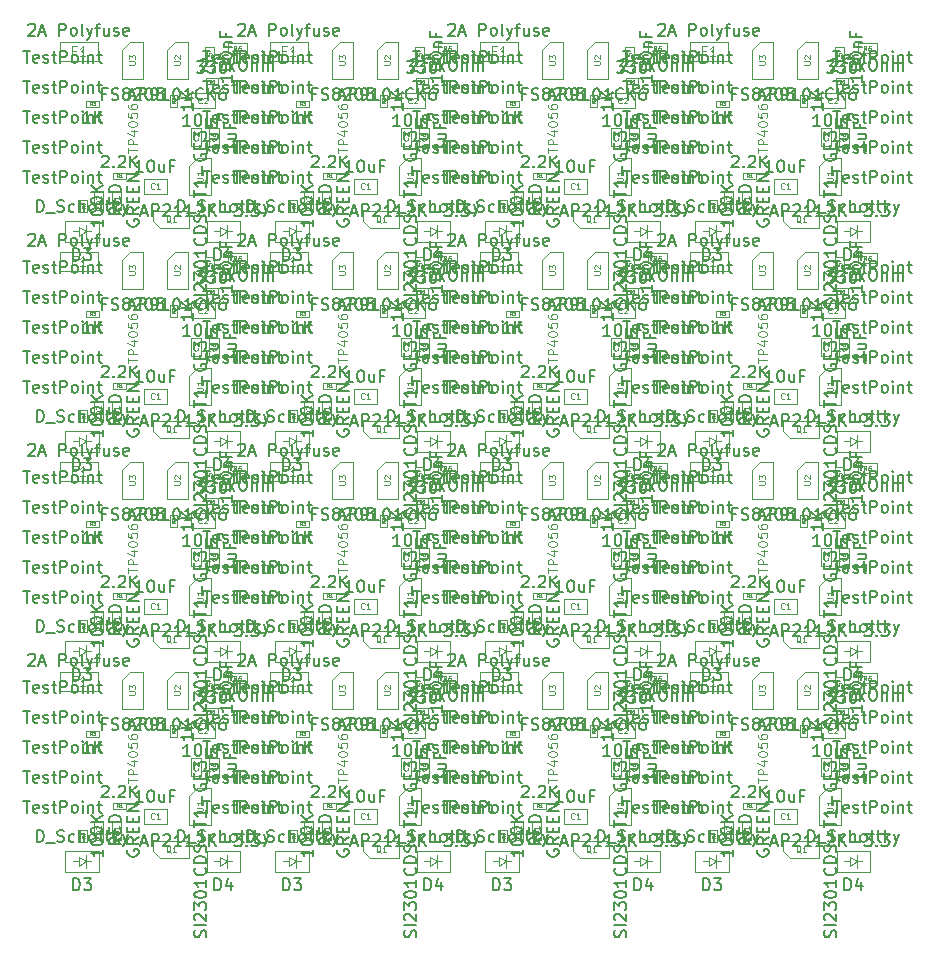
<source format=gbr>
%TF.GenerationSoftware,KiCad,Pcbnew,5.1.8*%
%TF.CreationDate,2020-11-29T15:41:03+01:00*%
%TF.ProjectId,panel,70616e65-6c2e-46b6-9963-61645f706362,rev?*%
%TF.SameCoordinates,Original*%
%TF.FileFunction,Other,Fab,Top*%
%FSLAX46Y46*%
G04 Gerber Fmt 4.6, Leading zero omitted, Abs format (unit mm)*
G04 Created by KiCad (PCBNEW 5.1.8) date 2020-11-29 15:41:03*
%MOMM*%
%LPD*%
G01*
G04 APERTURE LIST*
%ADD10C,0.100000*%
%ADD11C,0.150000*%
%ADD12C,0.060000*%
%ADD13C,0.120000*%
%ADD14C,0.015000*%
%ADD15C,0.075000*%
%ADD16C,0.040000*%
%ADD17C,0.080000*%
G04 APERTURE END LIST*
D10*
%TO.C,D1*%
X108782016Y-116408516D02*
X108782016Y-117708516D01*
X108782016Y-117708516D02*
X109082016Y-118008516D01*
X109082016Y-118008516D02*
X109582016Y-118008516D01*
X109582016Y-118008516D02*
X109582016Y-116408516D01*
X109582016Y-116408516D02*
X108782016Y-116408516D01*
%TO.C,D2*%
X107258016Y-116408516D02*
X107258016Y-117708516D01*
X107258016Y-117708516D02*
X107558016Y-118008516D01*
X107558016Y-118008516D02*
X108058016Y-118008516D01*
X108058016Y-118008516D02*
X108058016Y-116408516D01*
X108058016Y-116408516D02*
X107258016Y-116408516D01*
%TO.C,F1*%
X107579016Y-103810016D02*
X107579016Y-105410016D01*
X107579016Y-105410016D02*
X104379016Y-105410016D01*
X104379016Y-105410016D02*
X104379016Y-103810016D01*
X104379016Y-103810016D02*
X107579016Y-103810016D01*
%TO.C,Q1*%
X112870016Y-119550016D02*
X115320016Y-119550016D01*
X112300016Y-119000016D02*
X112300016Y-118150016D01*
X112870016Y-119550016D02*
X112300016Y-119000016D01*
X112300016Y-118150016D02*
X115340016Y-118150016D01*
X115340016Y-119550016D02*
X115340016Y-118150016D01*
%TO.C,R1*%
X109959016Y-114881016D02*
X109959016Y-115421016D01*
X109959016Y-115421016D02*
X108909016Y-115421016D01*
X108909016Y-115421016D02*
X108909016Y-114881016D01*
X108909016Y-114881016D02*
X109959016Y-114881016D01*
%TO.C,R2*%
X114278016Y-109328016D02*
X113738016Y-109328016D01*
X113738016Y-109328016D02*
X113738016Y-108278016D01*
X113738016Y-108278016D02*
X114278016Y-108278016D01*
X114278016Y-108278016D02*
X114278016Y-109328016D01*
%TO.C,R3*%
X106627016Y-109325016D02*
X106627016Y-108785016D01*
X106627016Y-108785016D02*
X107677016Y-108785016D01*
X107677016Y-108785016D02*
X107677016Y-109325016D01*
X107677016Y-109325016D02*
X106627016Y-109325016D01*
%TO.C,R4*%
X106658016Y-118218016D02*
X106118016Y-118218016D01*
X106118016Y-118218016D02*
X106118016Y-117168016D01*
X106118016Y-117168016D02*
X106658016Y-117168016D01*
X106658016Y-117168016D02*
X106658016Y-118218016D01*
%TO.C,R5*%
X117773516Y-106880016D02*
X117773516Y-107420016D01*
X117773516Y-107420016D02*
X116723516Y-107420016D01*
X116723516Y-107420016D02*
X116723516Y-106880016D01*
X116723516Y-106880016D02*
X117773516Y-106880016D01*
%TO.C,U1*%
X115351016Y-114317016D02*
X116001016Y-113667016D01*
X117151016Y-113667016D02*
X116001016Y-113667016D01*
X115351016Y-114317016D02*
X115351016Y-116767016D01*
X117151016Y-116767016D02*
X115351016Y-116767016D01*
X117151016Y-113667016D02*
X117151016Y-116767016D01*
%TO.C,U2*%
X113446016Y-104466016D02*
X114096016Y-103816016D01*
X115246016Y-103816016D02*
X114096016Y-103816016D01*
X113446016Y-104466016D02*
X113446016Y-106916016D01*
X115246016Y-106916016D02*
X113446016Y-106916016D01*
X115246016Y-103816016D02*
X115246016Y-106916016D01*
%TO.C,U3*%
X109636016Y-104466016D02*
X110286016Y-103816016D01*
X111436016Y-103816016D02*
X110286016Y-103816016D01*
X109636016Y-104466016D02*
X109636016Y-106916016D01*
X111436016Y-106916016D02*
X109636016Y-106916016D01*
X111436016Y-103816016D02*
X111436016Y-106916016D01*
%TO.C,D3*%
X106010016Y-119850016D02*
X105510016Y-119850016D01*
X106010016Y-119450016D02*
X106610016Y-119850016D01*
X106010016Y-120250016D02*
X106010016Y-119450016D01*
X106610016Y-119850016D02*
X106010016Y-120250016D01*
X106610016Y-119850016D02*
X106610016Y-119300016D01*
X106610016Y-119850016D02*
X106610016Y-120400016D01*
X107010016Y-119850016D02*
X106610016Y-119850016D01*
X107660016Y-118950016D02*
X107660016Y-120750016D01*
X104860016Y-118950016D02*
X107660016Y-118950016D01*
X104860016Y-120750016D02*
X104860016Y-118950016D01*
X107660016Y-120750016D02*
X104860016Y-120750016D01*
%TO.C,D4*%
X117950016Y-119850016D02*
X117450016Y-119850016D01*
X117950016Y-119450016D02*
X118550016Y-119850016D01*
X117950016Y-120250016D02*
X117950016Y-119450016D01*
X118550016Y-119850016D02*
X117950016Y-120250016D01*
X118550016Y-119850016D02*
X118550016Y-119300016D01*
X118550016Y-119850016D02*
X118550016Y-120400016D01*
X118950016Y-119850016D02*
X118550016Y-119850016D01*
X119600016Y-118950016D02*
X119600016Y-120750016D01*
X116800016Y-118950016D02*
X119600016Y-118950016D01*
X116800016Y-120750016D02*
X116800016Y-118950016D01*
X119600016Y-120750016D02*
X116800016Y-120750016D01*
%TO.C,C1*%
X113484016Y-115415016D02*
X113484016Y-116665016D01*
X113484016Y-116665016D02*
X111484016Y-116665016D01*
X111484016Y-116665016D02*
X111484016Y-115415016D01*
X111484016Y-115415016D02*
X113484016Y-115415016D01*
%TO.C,C2*%
X115482016Y-109426016D02*
X115482016Y-108176016D01*
X115482016Y-108176016D02*
X117482016Y-108176016D01*
X117482016Y-108176016D02*
X117482016Y-109426016D01*
X117482016Y-109426016D02*
X115482016Y-109426016D01*
%TO.C,C3*%
X116313016Y-112662016D02*
X115513016Y-112662016D01*
X115513016Y-112662016D02*
X115513016Y-111062016D01*
X115513016Y-111062016D02*
X116313016Y-111062016D01*
X116313016Y-111062016D02*
X116313016Y-112662016D01*
%TO.C,C4*%
X117837016Y-112662016D02*
X117037016Y-112662016D01*
X117037016Y-112662016D02*
X117037016Y-111062016D01*
X117037016Y-111062016D02*
X117837016Y-111062016D01*
X117837016Y-111062016D02*
X117837016Y-112662016D01*
%TO.C,C5*%
X117456016Y-105867516D02*
X116656016Y-105867516D01*
X116656016Y-105867516D02*
X116656016Y-104267516D01*
X116656016Y-104267516D02*
X117456016Y-104267516D01*
X117456016Y-104267516D02*
X117456016Y-105867516D01*
%TO.C,R6*%
X118605016Y-104768516D02*
X118605016Y-103943516D01*
X118605016Y-103943516D02*
X120205016Y-103943516D01*
X120205016Y-103943516D02*
X120205016Y-104768516D01*
X120205016Y-104768516D02*
X118605016Y-104768516D01*
%TO.C,D1*%
X91002011Y-116408516D02*
X91002011Y-117708516D01*
X91002011Y-117708516D02*
X91302011Y-118008516D01*
X91302011Y-118008516D02*
X91802011Y-118008516D01*
X91802011Y-118008516D02*
X91802011Y-116408516D01*
X91802011Y-116408516D02*
X91002011Y-116408516D01*
%TO.C,D2*%
X89478011Y-116408516D02*
X89478011Y-117708516D01*
X89478011Y-117708516D02*
X89778011Y-118008516D01*
X89778011Y-118008516D02*
X90278011Y-118008516D01*
X90278011Y-118008516D02*
X90278011Y-116408516D01*
X90278011Y-116408516D02*
X89478011Y-116408516D01*
%TO.C,F1*%
X89799011Y-103810016D02*
X89799011Y-105410016D01*
X89799011Y-105410016D02*
X86599011Y-105410016D01*
X86599011Y-105410016D02*
X86599011Y-103810016D01*
X86599011Y-103810016D02*
X89799011Y-103810016D01*
%TO.C,Q1*%
X95090011Y-119550016D02*
X97540011Y-119550016D01*
X94520011Y-119000016D02*
X94520011Y-118150016D01*
X95090011Y-119550016D02*
X94520011Y-119000016D01*
X94520011Y-118150016D02*
X97560011Y-118150016D01*
X97560011Y-119550016D02*
X97560011Y-118150016D01*
%TO.C,R1*%
X92179011Y-114881016D02*
X92179011Y-115421016D01*
X92179011Y-115421016D02*
X91129011Y-115421016D01*
X91129011Y-115421016D02*
X91129011Y-114881016D01*
X91129011Y-114881016D02*
X92179011Y-114881016D01*
%TO.C,R2*%
X96498011Y-109328016D02*
X95958011Y-109328016D01*
X95958011Y-109328016D02*
X95958011Y-108278016D01*
X95958011Y-108278016D02*
X96498011Y-108278016D01*
X96498011Y-108278016D02*
X96498011Y-109328016D01*
%TO.C,R3*%
X88847011Y-109325016D02*
X88847011Y-108785016D01*
X88847011Y-108785016D02*
X89897011Y-108785016D01*
X89897011Y-108785016D02*
X89897011Y-109325016D01*
X89897011Y-109325016D02*
X88847011Y-109325016D01*
%TO.C,R4*%
X88878011Y-118218016D02*
X88338011Y-118218016D01*
X88338011Y-118218016D02*
X88338011Y-117168016D01*
X88338011Y-117168016D02*
X88878011Y-117168016D01*
X88878011Y-117168016D02*
X88878011Y-118218016D01*
%TO.C,R5*%
X99993511Y-106880016D02*
X99993511Y-107420016D01*
X99993511Y-107420016D02*
X98943511Y-107420016D01*
X98943511Y-107420016D02*
X98943511Y-106880016D01*
X98943511Y-106880016D02*
X99993511Y-106880016D01*
%TO.C,U1*%
X97571011Y-114317016D02*
X98221011Y-113667016D01*
X99371011Y-113667016D02*
X98221011Y-113667016D01*
X97571011Y-114317016D02*
X97571011Y-116767016D01*
X99371011Y-116767016D02*
X97571011Y-116767016D01*
X99371011Y-113667016D02*
X99371011Y-116767016D01*
%TO.C,U2*%
X95666011Y-104466016D02*
X96316011Y-103816016D01*
X97466011Y-103816016D02*
X96316011Y-103816016D01*
X95666011Y-104466016D02*
X95666011Y-106916016D01*
X97466011Y-106916016D02*
X95666011Y-106916016D01*
X97466011Y-103816016D02*
X97466011Y-106916016D01*
%TO.C,U3*%
X91856011Y-104466016D02*
X92506011Y-103816016D01*
X93656011Y-103816016D02*
X92506011Y-103816016D01*
X91856011Y-104466016D02*
X91856011Y-106916016D01*
X93656011Y-106916016D02*
X91856011Y-106916016D01*
X93656011Y-103816016D02*
X93656011Y-106916016D01*
%TO.C,D3*%
X88230011Y-119850016D02*
X87730011Y-119850016D01*
X88230011Y-119450016D02*
X88830011Y-119850016D01*
X88230011Y-120250016D02*
X88230011Y-119450016D01*
X88830011Y-119850016D02*
X88230011Y-120250016D01*
X88830011Y-119850016D02*
X88830011Y-119300016D01*
X88830011Y-119850016D02*
X88830011Y-120400016D01*
X89230011Y-119850016D02*
X88830011Y-119850016D01*
X89880011Y-118950016D02*
X89880011Y-120750016D01*
X87080011Y-118950016D02*
X89880011Y-118950016D01*
X87080011Y-120750016D02*
X87080011Y-118950016D01*
X89880011Y-120750016D02*
X87080011Y-120750016D01*
%TO.C,D4*%
X100170011Y-119850016D02*
X99670011Y-119850016D01*
X100170011Y-119450016D02*
X100770011Y-119850016D01*
X100170011Y-120250016D02*
X100170011Y-119450016D01*
X100770011Y-119850016D02*
X100170011Y-120250016D01*
X100770011Y-119850016D02*
X100770011Y-119300016D01*
X100770011Y-119850016D02*
X100770011Y-120400016D01*
X101170011Y-119850016D02*
X100770011Y-119850016D01*
X101820011Y-118950016D02*
X101820011Y-120750016D01*
X99020011Y-118950016D02*
X101820011Y-118950016D01*
X99020011Y-120750016D02*
X99020011Y-118950016D01*
X101820011Y-120750016D02*
X99020011Y-120750016D01*
%TO.C,C1*%
X95704011Y-115415016D02*
X95704011Y-116665016D01*
X95704011Y-116665016D02*
X93704011Y-116665016D01*
X93704011Y-116665016D02*
X93704011Y-115415016D01*
X93704011Y-115415016D02*
X95704011Y-115415016D01*
%TO.C,C2*%
X97702011Y-109426016D02*
X97702011Y-108176016D01*
X97702011Y-108176016D02*
X99702011Y-108176016D01*
X99702011Y-108176016D02*
X99702011Y-109426016D01*
X99702011Y-109426016D02*
X97702011Y-109426016D01*
%TO.C,C3*%
X98533011Y-112662016D02*
X97733011Y-112662016D01*
X97733011Y-112662016D02*
X97733011Y-111062016D01*
X97733011Y-111062016D02*
X98533011Y-111062016D01*
X98533011Y-111062016D02*
X98533011Y-112662016D01*
%TO.C,C4*%
X100057011Y-112662016D02*
X99257011Y-112662016D01*
X99257011Y-112662016D02*
X99257011Y-111062016D01*
X99257011Y-111062016D02*
X100057011Y-111062016D01*
X100057011Y-111062016D02*
X100057011Y-112662016D01*
%TO.C,C5*%
X99676011Y-105867516D02*
X98876011Y-105867516D01*
X98876011Y-105867516D02*
X98876011Y-104267516D01*
X98876011Y-104267516D02*
X99676011Y-104267516D01*
X99676011Y-104267516D02*
X99676011Y-105867516D01*
%TO.C,R6*%
X100825011Y-104768516D02*
X100825011Y-103943516D01*
X100825011Y-103943516D02*
X102425011Y-103943516D01*
X102425011Y-103943516D02*
X102425011Y-104768516D01*
X102425011Y-104768516D02*
X100825011Y-104768516D01*
%TO.C,D1*%
X73222006Y-116408516D02*
X73222006Y-117708516D01*
X73222006Y-117708516D02*
X73522006Y-118008516D01*
X73522006Y-118008516D02*
X74022006Y-118008516D01*
X74022006Y-118008516D02*
X74022006Y-116408516D01*
X74022006Y-116408516D02*
X73222006Y-116408516D01*
%TO.C,D2*%
X71698006Y-116408516D02*
X71698006Y-117708516D01*
X71698006Y-117708516D02*
X71998006Y-118008516D01*
X71998006Y-118008516D02*
X72498006Y-118008516D01*
X72498006Y-118008516D02*
X72498006Y-116408516D01*
X72498006Y-116408516D02*
X71698006Y-116408516D01*
%TO.C,F1*%
X72019006Y-103810016D02*
X72019006Y-105410016D01*
X72019006Y-105410016D02*
X68819006Y-105410016D01*
X68819006Y-105410016D02*
X68819006Y-103810016D01*
X68819006Y-103810016D02*
X72019006Y-103810016D01*
%TO.C,Q1*%
X77310006Y-119550016D02*
X79760006Y-119550016D01*
X76740006Y-119000016D02*
X76740006Y-118150016D01*
X77310006Y-119550016D02*
X76740006Y-119000016D01*
X76740006Y-118150016D02*
X79780006Y-118150016D01*
X79780006Y-119550016D02*
X79780006Y-118150016D01*
%TO.C,R1*%
X74399006Y-114881016D02*
X74399006Y-115421016D01*
X74399006Y-115421016D02*
X73349006Y-115421016D01*
X73349006Y-115421016D02*
X73349006Y-114881016D01*
X73349006Y-114881016D02*
X74399006Y-114881016D01*
%TO.C,R2*%
X78718006Y-109328016D02*
X78178006Y-109328016D01*
X78178006Y-109328016D02*
X78178006Y-108278016D01*
X78178006Y-108278016D02*
X78718006Y-108278016D01*
X78718006Y-108278016D02*
X78718006Y-109328016D01*
%TO.C,R3*%
X71067006Y-109325016D02*
X71067006Y-108785016D01*
X71067006Y-108785016D02*
X72117006Y-108785016D01*
X72117006Y-108785016D02*
X72117006Y-109325016D01*
X72117006Y-109325016D02*
X71067006Y-109325016D01*
%TO.C,R4*%
X71098006Y-118218016D02*
X70558006Y-118218016D01*
X70558006Y-118218016D02*
X70558006Y-117168016D01*
X70558006Y-117168016D02*
X71098006Y-117168016D01*
X71098006Y-117168016D02*
X71098006Y-118218016D01*
%TO.C,R5*%
X82213506Y-106880016D02*
X82213506Y-107420016D01*
X82213506Y-107420016D02*
X81163506Y-107420016D01*
X81163506Y-107420016D02*
X81163506Y-106880016D01*
X81163506Y-106880016D02*
X82213506Y-106880016D01*
%TO.C,U1*%
X79791006Y-114317016D02*
X80441006Y-113667016D01*
X81591006Y-113667016D02*
X80441006Y-113667016D01*
X79791006Y-114317016D02*
X79791006Y-116767016D01*
X81591006Y-116767016D02*
X79791006Y-116767016D01*
X81591006Y-113667016D02*
X81591006Y-116767016D01*
%TO.C,U2*%
X77886006Y-104466016D02*
X78536006Y-103816016D01*
X79686006Y-103816016D02*
X78536006Y-103816016D01*
X77886006Y-104466016D02*
X77886006Y-106916016D01*
X79686006Y-106916016D02*
X77886006Y-106916016D01*
X79686006Y-103816016D02*
X79686006Y-106916016D01*
%TO.C,U3*%
X74076006Y-104466016D02*
X74726006Y-103816016D01*
X75876006Y-103816016D02*
X74726006Y-103816016D01*
X74076006Y-104466016D02*
X74076006Y-106916016D01*
X75876006Y-106916016D02*
X74076006Y-106916016D01*
X75876006Y-103816016D02*
X75876006Y-106916016D01*
%TO.C,D3*%
X70450006Y-119850016D02*
X69950006Y-119850016D01*
X70450006Y-119450016D02*
X71050006Y-119850016D01*
X70450006Y-120250016D02*
X70450006Y-119450016D01*
X71050006Y-119850016D02*
X70450006Y-120250016D01*
X71050006Y-119850016D02*
X71050006Y-119300016D01*
X71050006Y-119850016D02*
X71050006Y-120400016D01*
X71450006Y-119850016D02*
X71050006Y-119850016D01*
X72100006Y-118950016D02*
X72100006Y-120750016D01*
X69300006Y-118950016D02*
X72100006Y-118950016D01*
X69300006Y-120750016D02*
X69300006Y-118950016D01*
X72100006Y-120750016D02*
X69300006Y-120750016D01*
%TO.C,D4*%
X82390006Y-119850016D02*
X81890006Y-119850016D01*
X82390006Y-119450016D02*
X82990006Y-119850016D01*
X82390006Y-120250016D02*
X82390006Y-119450016D01*
X82990006Y-119850016D02*
X82390006Y-120250016D01*
X82990006Y-119850016D02*
X82990006Y-119300016D01*
X82990006Y-119850016D02*
X82990006Y-120400016D01*
X83390006Y-119850016D02*
X82990006Y-119850016D01*
X84040006Y-118950016D02*
X84040006Y-120750016D01*
X81240006Y-118950016D02*
X84040006Y-118950016D01*
X81240006Y-120750016D02*
X81240006Y-118950016D01*
X84040006Y-120750016D02*
X81240006Y-120750016D01*
%TO.C,C1*%
X77924006Y-115415016D02*
X77924006Y-116665016D01*
X77924006Y-116665016D02*
X75924006Y-116665016D01*
X75924006Y-116665016D02*
X75924006Y-115415016D01*
X75924006Y-115415016D02*
X77924006Y-115415016D01*
%TO.C,C2*%
X79922006Y-109426016D02*
X79922006Y-108176016D01*
X79922006Y-108176016D02*
X81922006Y-108176016D01*
X81922006Y-108176016D02*
X81922006Y-109426016D01*
X81922006Y-109426016D02*
X79922006Y-109426016D01*
%TO.C,C3*%
X80753006Y-112662016D02*
X79953006Y-112662016D01*
X79953006Y-112662016D02*
X79953006Y-111062016D01*
X79953006Y-111062016D02*
X80753006Y-111062016D01*
X80753006Y-111062016D02*
X80753006Y-112662016D01*
%TO.C,C4*%
X82277006Y-112662016D02*
X81477006Y-112662016D01*
X81477006Y-112662016D02*
X81477006Y-111062016D01*
X81477006Y-111062016D02*
X82277006Y-111062016D01*
X82277006Y-111062016D02*
X82277006Y-112662016D01*
%TO.C,C5*%
X81896006Y-105867516D02*
X81096006Y-105867516D01*
X81096006Y-105867516D02*
X81096006Y-104267516D01*
X81096006Y-104267516D02*
X81896006Y-104267516D01*
X81896006Y-104267516D02*
X81896006Y-105867516D01*
%TO.C,R6*%
X83045006Y-104768516D02*
X83045006Y-103943516D01*
X83045006Y-103943516D02*
X84645006Y-103943516D01*
X84645006Y-103943516D02*
X84645006Y-104768516D01*
X84645006Y-104768516D02*
X83045006Y-104768516D01*
%TO.C,D1*%
X55442001Y-116408516D02*
X55442001Y-117708516D01*
X55442001Y-117708516D02*
X55742001Y-118008516D01*
X55742001Y-118008516D02*
X56242001Y-118008516D01*
X56242001Y-118008516D02*
X56242001Y-116408516D01*
X56242001Y-116408516D02*
X55442001Y-116408516D01*
%TO.C,D2*%
X53918001Y-116408516D02*
X53918001Y-117708516D01*
X53918001Y-117708516D02*
X54218001Y-118008516D01*
X54218001Y-118008516D02*
X54718001Y-118008516D01*
X54718001Y-118008516D02*
X54718001Y-116408516D01*
X54718001Y-116408516D02*
X53918001Y-116408516D01*
%TO.C,F1*%
X54239001Y-103810016D02*
X54239001Y-105410016D01*
X54239001Y-105410016D02*
X51039001Y-105410016D01*
X51039001Y-105410016D02*
X51039001Y-103810016D01*
X51039001Y-103810016D02*
X54239001Y-103810016D01*
%TO.C,Q1*%
X59530001Y-119550016D02*
X61980001Y-119550016D01*
X58960001Y-119000016D02*
X58960001Y-118150016D01*
X59530001Y-119550016D02*
X58960001Y-119000016D01*
X58960001Y-118150016D02*
X62000001Y-118150016D01*
X62000001Y-119550016D02*
X62000001Y-118150016D01*
%TO.C,R1*%
X56619001Y-114881016D02*
X56619001Y-115421016D01*
X56619001Y-115421016D02*
X55569001Y-115421016D01*
X55569001Y-115421016D02*
X55569001Y-114881016D01*
X55569001Y-114881016D02*
X56619001Y-114881016D01*
%TO.C,R2*%
X60938001Y-109328016D02*
X60398001Y-109328016D01*
X60398001Y-109328016D02*
X60398001Y-108278016D01*
X60398001Y-108278016D02*
X60938001Y-108278016D01*
X60938001Y-108278016D02*
X60938001Y-109328016D01*
%TO.C,R3*%
X53287001Y-109325016D02*
X53287001Y-108785016D01*
X53287001Y-108785016D02*
X54337001Y-108785016D01*
X54337001Y-108785016D02*
X54337001Y-109325016D01*
X54337001Y-109325016D02*
X53287001Y-109325016D01*
%TO.C,R4*%
X53318001Y-118218016D02*
X52778001Y-118218016D01*
X52778001Y-118218016D02*
X52778001Y-117168016D01*
X52778001Y-117168016D02*
X53318001Y-117168016D01*
X53318001Y-117168016D02*
X53318001Y-118218016D01*
%TO.C,R5*%
X64433501Y-106880016D02*
X64433501Y-107420016D01*
X64433501Y-107420016D02*
X63383501Y-107420016D01*
X63383501Y-107420016D02*
X63383501Y-106880016D01*
X63383501Y-106880016D02*
X64433501Y-106880016D01*
%TO.C,U1*%
X62011001Y-114317016D02*
X62661001Y-113667016D01*
X63811001Y-113667016D02*
X62661001Y-113667016D01*
X62011001Y-114317016D02*
X62011001Y-116767016D01*
X63811001Y-116767016D02*
X62011001Y-116767016D01*
X63811001Y-113667016D02*
X63811001Y-116767016D01*
%TO.C,U2*%
X60106001Y-104466016D02*
X60756001Y-103816016D01*
X61906001Y-103816016D02*
X60756001Y-103816016D01*
X60106001Y-104466016D02*
X60106001Y-106916016D01*
X61906001Y-106916016D02*
X60106001Y-106916016D01*
X61906001Y-103816016D02*
X61906001Y-106916016D01*
%TO.C,U3*%
X56296001Y-104466016D02*
X56946001Y-103816016D01*
X58096001Y-103816016D02*
X56946001Y-103816016D01*
X56296001Y-104466016D02*
X56296001Y-106916016D01*
X58096001Y-106916016D02*
X56296001Y-106916016D01*
X58096001Y-103816016D02*
X58096001Y-106916016D01*
%TO.C,D3*%
X52670001Y-119850016D02*
X52170001Y-119850016D01*
X52670001Y-119450016D02*
X53270001Y-119850016D01*
X52670001Y-120250016D02*
X52670001Y-119450016D01*
X53270001Y-119850016D02*
X52670001Y-120250016D01*
X53270001Y-119850016D02*
X53270001Y-119300016D01*
X53270001Y-119850016D02*
X53270001Y-120400016D01*
X53670001Y-119850016D02*
X53270001Y-119850016D01*
X54320001Y-118950016D02*
X54320001Y-120750016D01*
X51520001Y-118950016D02*
X54320001Y-118950016D01*
X51520001Y-120750016D02*
X51520001Y-118950016D01*
X54320001Y-120750016D02*
X51520001Y-120750016D01*
%TO.C,D4*%
X64610001Y-119850016D02*
X64110001Y-119850016D01*
X64610001Y-119450016D02*
X65210001Y-119850016D01*
X64610001Y-120250016D02*
X64610001Y-119450016D01*
X65210001Y-119850016D02*
X64610001Y-120250016D01*
X65210001Y-119850016D02*
X65210001Y-119300016D01*
X65210001Y-119850016D02*
X65210001Y-120400016D01*
X65610001Y-119850016D02*
X65210001Y-119850016D01*
X66260001Y-118950016D02*
X66260001Y-120750016D01*
X63460001Y-118950016D02*
X66260001Y-118950016D01*
X63460001Y-120750016D02*
X63460001Y-118950016D01*
X66260001Y-120750016D02*
X63460001Y-120750016D01*
%TO.C,C1*%
X60144001Y-115415016D02*
X60144001Y-116665016D01*
X60144001Y-116665016D02*
X58144001Y-116665016D01*
X58144001Y-116665016D02*
X58144001Y-115415016D01*
X58144001Y-115415016D02*
X60144001Y-115415016D01*
%TO.C,C2*%
X62142001Y-109426016D02*
X62142001Y-108176016D01*
X62142001Y-108176016D02*
X64142001Y-108176016D01*
X64142001Y-108176016D02*
X64142001Y-109426016D01*
X64142001Y-109426016D02*
X62142001Y-109426016D01*
%TO.C,C3*%
X62973001Y-112662016D02*
X62173001Y-112662016D01*
X62173001Y-112662016D02*
X62173001Y-111062016D01*
X62173001Y-111062016D02*
X62973001Y-111062016D01*
X62973001Y-111062016D02*
X62973001Y-112662016D01*
%TO.C,C4*%
X64497001Y-112662016D02*
X63697001Y-112662016D01*
X63697001Y-112662016D02*
X63697001Y-111062016D01*
X63697001Y-111062016D02*
X64497001Y-111062016D01*
X64497001Y-111062016D02*
X64497001Y-112662016D01*
%TO.C,C5*%
X64116001Y-105867516D02*
X63316001Y-105867516D01*
X63316001Y-105867516D02*
X63316001Y-104267516D01*
X63316001Y-104267516D02*
X64116001Y-104267516D01*
X64116001Y-104267516D02*
X64116001Y-105867516D01*
%TO.C,R6*%
X65265001Y-104768516D02*
X65265001Y-103943516D01*
X65265001Y-103943516D02*
X66865001Y-103943516D01*
X66865001Y-103943516D02*
X66865001Y-104768516D01*
X66865001Y-104768516D02*
X65265001Y-104768516D01*
%TO.C,D1*%
X108782016Y-98628511D02*
X108782016Y-99928511D01*
X108782016Y-99928511D02*
X109082016Y-100228511D01*
X109082016Y-100228511D02*
X109582016Y-100228511D01*
X109582016Y-100228511D02*
X109582016Y-98628511D01*
X109582016Y-98628511D02*
X108782016Y-98628511D01*
%TO.C,D2*%
X107258016Y-98628511D02*
X107258016Y-99928511D01*
X107258016Y-99928511D02*
X107558016Y-100228511D01*
X107558016Y-100228511D02*
X108058016Y-100228511D01*
X108058016Y-100228511D02*
X108058016Y-98628511D01*
X108058016Y-98628511D02*
X107258016Y-98628511D01*
%TO.C,F1*%
X107579016Y-86030011D02*
X107579016Y-87630011D01*
X107579016Y-87630011D02*
X104379016Y-87630011D01*
X104379016Y-87630011D02*
X104379016Y-86030011D01*
X104379016Y-86030011D02*
X107579016Y-86030011D01*
%TO.C,Q1*%
X112870016Y-101770011D02*
X115320016Y-101770011D01*
X112300016Y-101220011D02*
X112300016Y-100370011D01*
X112870016Y-101770011D02*
X112300016Y-101220011D01*
X112300016Y-100370011D02*
X115340016Y-100370011D01*
X115340016Y-101770011D02*
X115340016Y-100370011D01*
%TO.C,R1*%
X109959016Y-97101011D02*
X109959016Y-97641011D01*
X109959016Y-97641011D02*
X108909016Y-97641011D01*
X108909016Y-97641011D02*
X108909016Y-97101011D01*
X108909016Y-97101011D02*
X109959016Y-97101011D01*
%TO.C,R2*%
X114278016Y-91548011D02*
X113738016Y-91548011D01*
X113738016Y-91548011D02*
X113738016Y-90498011D01*
X113738016Y-90498011D02*
X114278016Y-90498011D01*
X114278016Y-90498011D02*
X114278016Y-91548011D01*
%TO.C,R3*%
X106627016Y-91545011D02*
X106627016Y-91005011D01*
X106627016Y-91005011D02*
X107677016Y-91005011D01*
X107677016Y-91005011D02*
X107677016Y-91545011D01*
X107677016Y-91545011D02*
X106627016Y-91545011D01*
%TO.C,R4*%
X106658016Y-100438011D02*
X106118016Y-100438011D01*
X106118016Y-100438011D02*
X106118016Y-99388011D01*
X106118016Y-99388011D02*
X106658016Y-99388011D01*
X106658016Y-99388011D02*
X106658016Y-100438011D01*
%TO.C,R5*%
X117773516Y-89100011D02*
X117773516Y-89640011D01*
X117773516Y-89640011D02*
X116723516Y-89640011D01*
X116723516Y-89640011D02*
X116723516Y-89100011D01*
X116723516Y-89100011D02*
X117773516Y-89100011D01*
%TO.C,U1*%
X115351016Y-96537011D02*
X116001016Y-95887011D01*
X117151016Y-95887011D02*
X116001016Y-95887011D01*
X115351016Y-96537011D02*
X115351016Y-98987011D01*
X117151016Y-98987011D02*
X115351016Y-98987011D01*
X117151016Y-95887011D02*
X117151016Y-98987011D01*
%TO.C,U2*%
X113446016Y-86686011D02*
X114096016Y-86036011D01*
X115246016Y-86036011D02*
X114096016Y-86036011D01*
X113446016Y-86686011D02*
X113446016Y-89136011D01*
X115246016Y-89136011D02*
X113446016Y-89136011D01*
X115246016Y-86036011D02*
X115246016Y-89136011D01*
%TO.C,U3*%
X109636016Y-86686011D02*
X110286016Y-86036011D01*
X111436016Y-86036011D02*
X110286016Y-86036011D01*
X109636016Y-86686011D02*
X109636016Y-89136011D01*
X111436016Y-89136011D02*
X109636016Y-89136011D01*
X111436016Y-86036011D02*
X111436016Y-89136011D01*
%TO.C,D3*%
X106010016Y-102070011D02*
X105510016Y-102070011D01*
X106010016Y-101670011D02*
X106610016Y-102070011D01*
X106010016Y-102470011D02*
X106010016Y-101670011D01*
X106610016Y-102070011D02*
X106010016Y-102470011D01*
X106610016Y-102070011D02*
X106610016Y-101520011D01*
X106610016Y-102070011D02*
X106610016Y-102620011D01*
X107010016Y-102070011D02*
X106610016Y-102070011D01*
X107660016Y-101170011D02*
X107660016Y-102970011D01*
X104860016Y-101170011D02*
X107660016Y-101170011D01*
X104860016Y-102970011D02*
X104860016Y-101170011D01*
X107660016Y-102970011D02*
X104860016Y-102970011D01*
%TO.C,D4*%
X117950016Y-102070011D02*
X117450016Y-102070011D01*
X117950016Y-101670011D02*
X118550016Y-102070011D01*
X117950016Y-102470011D02*
X117950016Y-101670011D01*
X118550016Y-102070011D02*
X117950016Y-102470011D01*
X118550016Y-102070011D02*
X118550016Y-101520011D01*
X118550016Y-102070011D02*
X118550016Y-102620011D01*
X118950016Y-102070011D02*
X118550016Y-102070011D01*
X119600016Y-101170011D02*
X119600016Y-102970011D01*
X116800016Y-101170011D02*
X119600016Y-101170011D01*
X116800016Y-102970011D02*
X116800016Y-101170011D01*
X119600016Y-102970011D02*
X116800016Y-102970011D01*
%TO.C,C1*%
X113484016Y-97635011D02*
X113484016Y-98885011D01*
X113484016Y-98885011D02*
X111484016Y-98885011D01*
X111484016Y-98885011D02*
X111484016Y-97635011D01*
X111484016Y-97635011D02*
X113484016Y-97635011D01*
%TO.C,C2*%
X115482016Y-91646011D02*
X115482016Y-90396011D01*
X115482016Y-90396011D02*
X117482016Y-90396011D01*
X117482016Y-90396011D02*
X117482016Y-91646011D01*
X117482016Y-91646011D02*
X115482016Y-91646011D01*
%TO.C,C3*%
X116313016Y-94882011D02*
X115513016Y-94882011D01*
X115513016Y-94882011D02*
X115513016Y-93282011D01*
X115513016Y-93282011D02*
X116313016Y-93282011D01*
X116313016Y-93282011D02*
X116313016Y-94882011D01*
%TO.C,C4*%
X117837016Y-94882011D02*
X117037016Y-94882011D01*
X117037016Y-94882011D02*
X117037016Y-93282011D01*
X117037016Y-93282011D02*
X117837016Y-93282011D01*
X117837016Y-93282011D02*
X117837016Y-94882011D01*
%TO.C,C5*%
X117456016Y-88087511D02*
X116656016Y-88087511D01*
X116656016Y-88087511D02*
X116656016Y-86487511D01*
X116656016Y-86487511D02*
X117456016Y-86487511D01*
X117456016Y-86487511D02*
X117456016Y-88087511D01*
%TO.C,R6*%
X118605016Y-86988511D02*
X118605016Y-86163511D01*
X118605016Y-86163511D02*
X120205016Y-86163511D01*
X120205016Y-86163511D02*
X120205016Y-86988511D01*
X120205016Y-86988511D02*
X118605016Y-86988511D01*
%TO.C,D1*%
X91002011Y-98628511D02*
X91002011Y-99928511D01*
X91002011Y-99928511D02*
X91302011Y-100228511D01*
X91302011Y-100228511D02*
X91802011Y-100228511D01*
X91802011Y-100228511D02*
X91802011Y-98628511D01*
X91802011Y-98628511D02*
X91002011Y-98628511D01*
%TO.C,D2*%
X89478011Y-98628511D02*
X89478011Y-99928511D01*
X89478011Y-99928511D02*
X89778011Y-100228511D01*
X89778011Y-100228511D02*
X90278011Y-100228511D01*
X90278011Y-100228511D02*
X90278011Y-98628511D01*
X90278011Y-98628511D02*
X89478011Y-98628511D01*
%TO.C,F1*%
X89799011Y-86030011D02*
X89799011Y-87630011D01*
X89799011Y-87630011D02*
X86599011Y-87630011D01*
X86599011Y-87630011D02*
X86599011Y-86030011D01*
X86599011Y-86030011D02*
X89799011Y-86030011D01*
%TO.C,Q1*%
X95090011Y-101770011D02*
X97540011Y-101770011D01*
X94520011Y-101220011D02*
X94520011Y-100370011D01*
X95090011Y-101770011D02*
X94520011Y-101220011D01*
X94520011Y-100370011D02*
X97560011Y-100370011D01*
X97560011Y-101770011D02*
X97560011Y-100370011D01*
%TO.C,R1*%
X92179011Y-97101011D02*
X92179011Y-97641011D01*
X92179011Y-97641011D02*
X91129011Y-97641011D01*
X91129011Y-97641011D02*
X91129011Y-97101011D01*
X91129011Y-97101011D02*
X92179011Y-97101011D01*
%TO.C,R2*%
X96498011Y-91548011D02*
X95958011Y-91548011D01*
X95958011Y-91548011D02*
X95958011Y-90498011D01*
X95958011Y-90498011D02*
X96498011Y-90498011D01*
X96498011Y-90498011D02*
X96498011Y-91548011D01*
%TO.C,R3*%
X88847011Y-91545011D02*
X88847011Y-91005011D01*
X88847011Y-91005011D02*
X89897011Y-91005011D01*
X89897011Y-91005011D02*
X89897011Y-91545011D01*
X89897011Y-91545011D02*
X88847011Y-91545011D01*
%TO.C,R4*%
X88878011Y-100438011D02*
X88338011Y-100438011D01*
X88338011Y-100438011D02*
X88338011Y-99388011D01*
X88338011Y-99388011D02*
X88878011Y-99388011D01*
X88878011Y-99388011D02*
X88878011Y-100438011D01*
%TO.C,R5*%
X99993511Y-89100011D02*
X99993511Y-89640011D01*
X99993511Y-89640011D02*
X98943511Y-89640011D01*
X98943511Y-89640011D02*
X98943511Y-89100011D01*
X98943511Y-89100011D02*
X99993511Y-89100011D01*
%TO.C,U1*%
X97571011Y-96537011D02*
X98221011Y-95887011D01*
X99371011Y-95887011D02*
X98221011Y-95887011D01*
X97571011Y-96537011D02*
X97571011Y-98987011D01*
X99371011Y-98987011D02*
X97571011Y-98987011D01*
X99371011Y-95887011D02*
X99371011Y-98987011D01*
%TO.C,U2*%
X95666011Y-86686011D02*
X96316011Y-86036011D01*
X97466011Y-86036011D02*
X96316011Y-86036011D01*
X95666011Y-86686011D02*
X95666011Y-89136011D01*
X97466011Y-89136011D02*
X95666011Y-89136011D01*
X97466011Y-86036011D02*
X97466011Y-89136011D01*
%TO.C,U3*%
X91856011Y-86686011D02*
X92506011Y-86036011D01*
X93656011Y-86036011D02*
X92506011Y-86036011D01*
X91856011Y-86686011D02*
X91856011Y-89136011D01*
X93656011Y-89136011D02*
X91856011Y-89136011D01*
X93656011Y-86036011D02*
X93656011Y-89136011D01*
%TO.C,D3*%
X88230011Y-102070011D02*
X87730011Y-102070011D01*
X88230011Y-101670011D02*
X88830011Y-102070011D01*
X88230011Y-102470011D02*
X88230011Y-101670011D01*
X88830011Y-102070011D02*
X88230011Y-102470011D01*
X88830011Y-102070011D02*
X88830011Y-101520011D01*
X88830011Y-102070011D02*
X88830011Y-102620011D01*
X89230011Y-102070011D02*
X88830011Y-102070011D01*
X89880011Y-101170011D02*
X89880011Y-102970011D01*
X87080011Y-101170011D02*
X89880011Y-101170011D01*
X87080011Y-102970011D02*
X87080011Y-101170011D01*
X89880011Y-102970011D02*
X87080011Y-102970011D01*
%TO.C,D4*%
X100170011Y-102070011D02*
X99670011Y-102070011D01*
X100170011Y-101670011D02*
X100770011Y-102070011D01*
X100170011Y-102470011D02*
X100170011Y-101670011D01*
X100770011Y-102070011D02*
X100170011Y-102470011D01*
X100770011Y-102070011D02*
X100770011Y-101520011D01*
X100770011Y-102070011D02*
X100770011Y-102620011D01*
X101170011Y-102070011D02*
X100770011Y-102070011D01*
X101820011Y-101170011D02*
X101820011Y-102970011D01*
X99020011Y-101170011D02*
X101820011Y-101170011D01*
X99020011Y-102970011D02*
X99020011Y-101170011D01*
X101820011Y-102970011D02*
X99020011Y-102970011D01*
%TO.C,C1*%
X95704011Y-97635011D02*
X95704011Y-98885011D01*
X95704011Y-98885011D02*
X93704011Y-98885011D01*
X93704011Y-98885011D02*
X93704011Y-97635011D01*
X93704011Y-97635011D02*
X95704011Y-97635011D01*
%TO.C,C2*%
X97702011Y-91646011D02*
X97702011Y-90396011D01*
X97702011Y-90396011D02*
X99702011Y-90396011D01*
X99702011Y-90396011D02*
X99702011Y-91646011D01*
X99702011Y-91646011D02*
X97702011Y-91646011D01*
%TO.C,C3*%
X98533011Y-94882011D02*
X97733011Y-94882011D01*
X97733011Y-94882011D02*
X97733011Y-93282011D01*
X97733011Y-93282011D02*
X98533011Y-93282011D01*
X98533011Y-93282011D02*
X98533011Y-94882011D01*
%TO.C,C4*%
X100057011Y-94882011D02*
X99257011Y-94882011D01*
X99257011Y-94882011D02*
X99257011Y-93282011D01*
X99257011Y-93282011D02*
X100057011Y-93282011D01*
X100057011Y-93282011D02*
X100057011Y-94882011D01*
%TO.C,C5*%
X99676011Y-88087511D02*
X98876011Y-88087511D01*
X98876011Y-88087511D02*
X98876011Y-86487511D01*
X98876011Y-86487511D02*
X99676011Y-86487511D01*
X99676011Y-86487511D02*
X99676011Y-88087511D01*
%TO.C,R6*%
X100825011Y-86988511D02*
X100825011Y-86163511D01*
X100825011Y-86163511D02*
X102425011Y-86163511D01*
X102425011Y-86163511D02*
X102425011Y-86988511D01*
X102425011Y-86988511D02*
X100825011Y-86988511D01*
%TO.C,D1*%
X73222006Y-98628511D02*
X73222006Y-99928511D01*
X73222006Y-99928511D02*
X73522006Y-100228511D01*
X73522006Y-100228511D02*
X74022006Y-100228511D01*
X74022006Y-100228511D02*
X74022006Y-98628511D01*
X74022006Y-98628511D02*
X73222006Y-98628511D01*
%TO.C,D2*%
X71698006Y-98628511D02*
X71698006Y-99928511D01*
X71698006Y-99928511D02*
X71998006Y-100228511D01*
X71998006Y-100228511D02*
X72498006Y-100228511D01*
X72498006Y-100228511D02*
X72498006Y-98628511D01*
X72498006Y-98628511D02*
X71698006Y-98628511D01*
%TO.C,F1*%
X72019006Y-86030011D02*
X72019006Y-87630011D01*
X72019006Y-87630011D02*
X68819006Y-87630011D01*
X68819006Y-87630011D02*
X68819006Y-86030011D01*
X68819006Y-86030011D02*
X72019006Y-86030011D01*
%TO.C,Q1*%
X77310006Y-101770011D02*
X79760006Y-101770011D01*
X76740006Y-101220011D02*
X76740006Y-100370011D01*
X77310006Y-101770011D02*
X76740006Y-101220011D01*
X76740006Y-100370011D02*
X79780006Y-100370011D01*
X79780006Y-101770011D02*
X79780006Y-100370011D01*
%TO.C,R1*%
X74399006Y-97101011D02*
X74399006Y-97641011D01*
X74399006Y-97641011D02*
X73349006Y-97641011D01*
X73349006Y-97641011D02*
X73349006Y-97101011D01*
X73349006Y-97101011D02*
X74399006Y-97101011D01*
%TO.C,R2*%
X78718006Y-91548011D02*
X78178006Y-91548011D01*
X78178006Y-91548011D02*
X78178006Y-90498011D01*
X78178006Y-90498011D02*
X78718006Y-90498011D01*
X78718006Y-90498011D02*
X78718006Y-91548011D01*
%TO.C,R3*%
X71067006Y-91545011D02*
X71067006Y-91005011D01*
X71067006Y-91005011D02*
X72117006Y-91005011D01*
X72117006Y-91005011D02*
X72117006Y-91545011D01*
X72117006Y-91545011D02*
X71067006Y-91545011D01*
%TO.C,R4*%
X71098006Y-100438011D02*
X70558006Y-100438011D01*
X70558006Y-100438011D02*
X70558006Y-99388011D01*
X70558006Y-99388011D02*
X71098006Y-99388011D01*
X71098006Y-99388011D02*
X71098006Y-100438011D01*
%TO.C,R5*%
X82213506Y-89100011D02*
X82213506Y-89640011D01*
X82213506Y-89640011D02*
X81163506Y-89640011D01*
X81163506Y-89640011D02*
X81163506Y-89100011D01*
X81163506Y-89100011D02*
X82213506Y-89100011D01*
%TO.C,U1*%
X79791006Y-96537011D02*
X80441006Y-95887011D01*
X81591006Y-95887011D02*
X80441006Y-95887011D01*
X79791006Y-96537011D02*
X79791006Y-98987011D01*
X81591006Y-98987011D02*
X79791006Y-98987011D01*
X81591006Y-95887011D02*
X81591006Y-98987011D01*
%TO.C,U2*%
X77886006Y-86686011D02*
X78536006Y-86036011D01*
X79686006Y-86036011D02*
X78536006Y-86036011D01*
X77886006Y-86686011D02*
X77886006Y-89136011D01*
X79686006Y-89136011D02*
X77886006Y-89136011D01*
X79686006Y-86036011D02*
X79686006Y-89136011D01*
%TO.C,U3*%
X74076006Y-86686011D02*
X74726006Y-86036011D01*
X75876006Y-86036011D02*
X74726006Y-86036011D01*
X74076006Y-86686011D02*
X74076006Y-89136011D01*
X75876006Y-89136011D02*
X74076006Y-89136011D01*
X75876006Y-86036011D02*
X75876006Y-89136011D01*
%TO.C,D3*%
X70450006Y-102070011D02*
X69950006Y-102070011D01*
X70450006Y-101670011D02*
X71050006Y-102070011D01*
X70450006Y-102470011D02*
X70450006Y-101670011D01*
X71050006Y-102070011D02*
X70450006Y-102470011D01*
X71050006Y-102070011D02*
X71050006Y-101520011D01*
X71050006Y-102070011D02*
X71050006Y-102620011D01*
X71450006Y-102070011D02*
X71050006Y-102070011D01*
X72100006Y-101170011D02*
X72100006Y-102970011D01*
X69300006Y-101170011D02*
X72100006Y-101170011D01*
X69300006Y-102970011D02*
X69300006Y-101170011D01*
X72100006Y-102970011D02*
X69300006Y-102970011D01*
%TO.C,D4*%
X82390006Y-102070011D02*
X81890006Y-102070011D01*
X82390006Y-101670011D02*
X82990006Y-102070011D01*
X82390006Y-102470011D02*
X82390006Y-101670011D01*
X82990006Y-102070011D02*
X82390006Y-102470011D01*
X82990006Y-102070011D02*
X82990006Y-101520011D01*
X82990006Y-102070011D02*
X82990006Y-102620011D01*
X83390006Y-102070011D02*
X82990006Y-102070011D01*
X84040006Y-101170011D02*
X84040006Y-102970011D01*
X81240006Y-101170011D02*
X84040006Y-101170011D01*
X81240006Y-102970011D02*
X81240006Y-101170011D01*
X84040006Y-102970011D02*
X81240006Y-102970011D01*
%TO.C,C1*%
X77924006Y-97635011D02*
X77924006Y-98885011D01*
X77924006Y-98885011D02*
X75924006Y-98885011D01*
X75924006Y-98885011D02*
X75924006Y-97635011D01*
X75924006Y-97635011D02*
X77924006Y-97635011D01*
%TO.C,C2*%
X79922006Y-91646011D02*
X79922006Y-90396011D01*
X79922006Y-90396011D02*
X81922006Y-90396011D01*
X81922006Y-90396011D02*
X81922006Y-91646011D01*
X81922006Y-91646011D02*
X79922006Y-91646011D01*
%TO.C,C3*%
X80753006Y-94882011D02*
X79953006Y-94882011D01*
X79953006Y-94882011D02*
X79953006Y-93282011D01*
X79953006Y-93282011D02*
X80753006Y-93282011D01*
X80753006Y-93282011D02*
X80753006Y-94882011D01*
%TO.C,C4*%
X82277006Y-94882011D02*
X81477006Y-94882011D01*
X81477006Y-94882011D02*
X81477006Y-93282011D01*
X81477006Y-93282011D02*
X82277006Y-93282011D01*
X82277006Y-93282011D02*
X82277006Y-94882011D01*
%TO.C,C5*%
X81896006Y-88087511D02*
X81096006Y-88087511D01*
X81096006Y-88087511D02*
X81096006Y-86487511D01*
X81096006Y-86487511D02*
X81896006Y-86487511D01*
X81896006Y-86487511D02*
X81896006Y-88087511D01*
%TO.C,R6*%
X83045006Y-86988511D02*
X83045006Y-86163511D01*
X83045006Y-86163511D02*
X84645006Y-86163511D01*
X84645006Y-86163511D02*
X84645006Y-86988511D01*
X84645006Y-86988511D02*
X83045006Y-86988511D01*
%TO.C,D1*%
X55442001Y-98628511D02*
X55442001Y-99928511D01*
X55442001Y-99928511D02*
X55742001Y-100228511D01*
X55742001Y-100228511D02*
X56242001Y-100228511D01*
X56242001Y-100228511D02*
X56242001Y-98628511D01*
X56242001Y-98628511D02*
X55442001Y-98628511D01*
%TO.C,D2*%
X53918001Y-98628511D02*
X53918001Y-99928511D01*
X53918001Y-99928511D02*
X54218001Y-100228511D01*
X54218001Y-100228511D02*
X54718001Y-100228511D01*
X54718001Y-100228511D02*
X54718001Y-98628511D01*
X54718001Y-98628511D02*
X53918001Y-98628511D01*
%TO.C,F1*%
X54239001Y-86030011D02*
X54239001Y-87630011D01*
X54239001Y-87630011D02*
X51039001Y-87630011D01*
X51039001Y-87630011D02*
X51039001Y-86030011D01*
X51039001Y-86030011D02*
X54239001Y-86030011D01*
%TO.C,Q1*%
X59530001Y-101770011D02*
X61980001Y-101770011D01*
X58960001Y-101220011D02*
X58960001Y-100370011D01*
X59530001Y-101770011D02*
X58960001Y-101220011D01*
X58960001Y-100370011D02*
X62000001Y-100370011D01*
X62000001Y-101770011D02*
X62000001Y-100370011D01*
%TO.C,R1*%
X56619001Y-97101011D02*
X56619001Y-97641011D01*
X56619001Y-97641011D02*
X55569001Y-97641011D01*
X55569001Y-97641011D02*
X55569001Y-97101011D01*
X55569001Y-97101011D02*
X56619001Y-97101011D01*
%TO.C,R2*%
X60938001Y-91548011D02*
X60398001Y-91548011D01*
X60398001Y-91548011D02*
X60398001Y-90498011D01*
X60398001Y-90498011D02*
X60938001Y-90498011D01*
X60938001Y-90498011D02*
X60938001Y-91548011D01*
%TO.C,R3*%
X53287001Y-91545011D02*
X53287001Y-91005011D01*
X53287001Y-91005011D02*
X54337001Y-91005011D01*
X54337001Y-91005011D02*
X54337001Y-91545011D01*
X54337001Y-91545011D02*
X53287001Y-91545011D01*
%TO.C,R4*%
X53318001Y-100438011D02*
X52778001Y-100438011D01*
X52778001Y-100438011D02*
X52778001Y-99388011D01*
X52778001Y-99388011D02*
X53318001Y-99388011D01*
X53318001Y-99388011D02*
X53318001Y-100438011D01*
%TO.C,R5*%
X64433501Y-89100011D02*
X64433501Y-89640011D01*
X64433501Y-89640011D02*
X63383501Y-89640011D01*
X63383501Y-89640011D02*
X63383501Y-89100011D01*
X63383501Y-89100011D02*
X64433501Y-89100011D01*
%TO.C,U1*%
X62011001Y-96537011D02*
X62661001Y-95887011D01*
X63811001Y-95887011D02*
X62661001Y-95887011D01*
X62011001Y-96537011D02*
X62011001Y-98987011D01*
X63811001Y-98987011D02*
X62011001Y-98987011D01*
X63811001Y-95887011D02*
X63811001Y-98987011D01*
%TO.C,U2*%
X60106001Y-86686011D02*
X60756001Y-86036011D01*
X61906001Y-86036011D02*
X60756001Y-86036011D01*
X60106001Y-86686011D02*
X60106001Y-89136011D01*
X61906001Y-89136011D02*
X60106001Y-89136011D01*
X61906001Y-86036011D02*
X61906001Y-89136011D01*
%TO.C,U3*%
X56296001Y-86686011D02*
X56946001Y-86036011D01*
X58096001Y-86036011D02*
X56946001Y-86036011D01*
X56296001Y-86686011D02*
X56296001Y-89136011D01*
X58096001Y-89136011D02*
X56296001Y-89136011D01*
X58096001Y-86036011D02*
X58096001Y-89136011D01*
%TO.C,D3*%
X52670001Y-102070011D02*
X52170001Y-102070011D01*
X52670001Y-101670011D02*
X53270001Y-102070011D01*
X52670001Y-102470011D02*
X52670001Y-101670011D01*
X53270001Y-102070011D02*
X52670001Y-102470011D01*
X53270001Y-102070011D02*
X53270001Y-101520011D01*
X53270001Y-102070011D02*
X53270001Y-102620011D01*
X53670001Y-102070011D02*
X53270001Y-102070011D01*
X54320001Y-101170011D02*
X54320001Y-102970011D01*
X51520001Y-101170011D02*
X54320001Y-101170011D01*
X51520001Y-102970011D02*
X51520001Y-101170011D01*
X54320001Y-102970011D02*
X51520001Y-102970011D01*
%TO.C,D4*%
X64610001Y-102070011D02*
X64110001Y-102070011D01*
X64610001Y-101670011D02*
X65210001Y-102070011D01*
X64610001Y-102470011D02*
X64610001Y-101670011D01*
X65210001Y-102070011D02*
X64610001Y-102470011D01*
X65210001Y-102070011D02*
X65210001Y-101520011D01*
X65210001Y-102070011D02*
X65210001Y-102620011D01*
X65610001Y-102070011D02*
X65210001Y-102070011D01*
X66260001Y-101170011D02*
X66260001Y-102970011D01*
X63460001Y-101170011D02*
X66260001Y-101170011D01*
X63460001Y-102970011D02*
X63460001Y-101170011D01*
X66260001Y-102970011D02*
X63460001Y-102970011D01*
%TO.C,C1*%
X60144001Y-97635011D02*
X60144001Y-98885011D01*
X60144001Y-98885011D02*
X58144001Y-98885011D01*
X58144001Y-98885011D02*
X58144001Y-97635011D01*
X58144001Y-97635011D02*
X60144001Y-97635011D01*
%TO.C,C2*%
X62142001Y-91646011D02*
X62142001Y-90396011D01*
X62142001Y-90396011D02*
X64142001Y-90396011D01*
X64142001Y-90396011D02*
X64142001Y-91646011D01*
X64142001Y-91646011D02*
X62142001Y-91646011D01*
%TO.C,C3*%
X62973001Y-94882011D02*
X62173001Y-94882011D01*
X62173001Y-94882011D02*
X62173001Y-93282011D01*
X62173001Y-93282011D02*
X62973001Y-93282011D01*
X62973001Y-93282011D02*
X62973001Y-94882011D01*
%TO.C,C4*%
X64497001Y-94882011D02*
X63697001Y-94882011D01*
X63697001Y-94882011D02*
X63697001Y-93282011D01*
X63697001Y-93282011D02*
X64497001Y-93282011D01*
X64497001Y-93282011D02*
X64497001Y-94882011D01*
%TO.C,C5*%
X64116001Y-88087511D02*
X63316001Y-88087511D01*
X63316001Y-88087511D02*
X63316001Y-86487511D01*
X63316001Y-86487511D02*
X64116001Y-86487511D01*
X64116001Y-86487511D02*
X64116001Y-88087511D01*
%TO.C,R6*%
X65265001Y-86988511D02*
X65265001Y-86163511D01*
X65265001Y-86163511D02*
X66865001Y-86163511D01*
X66865001Y-86163511D02*
X66865001Y-86988511D01*
X66865001Y-86988511D02*
X65265001Y-86988511D01*
%TO.C,D1*%
X108782016Y-80848506D02*
X108782016Y-82148506D01*
X108782016Y-82148506D02*
X109082016Y-82448506D01*
X109082016Y-82448506D02*
X109582016Y-82448506D01*
X109582016Y-82448506D02*
X109582016Y-80848506D01*
X109582016Y-80848506D02*
X108782016Y-80848506D01*
%TO.C,D2*%
X107258016Y-80848506D02*
X107258016Y-82148506D01*
X107258016Y-82148506D02*
X107558016Y-82448506D01*
X107558016Y-82448506D02*
X108058016Y-82448506D01*
X108058016Y-82448506D02*
X108058016Y-80848506D01*
X108058016Y-80848506D02*
X107258016Y-80848506D01*
%TO.C,F1*%
X107579016Y-68250006D02*
X107579016Y-69850006D01*
X107579016Y-69850006D02*
X104379016Y-69850006D01*
X104379016Y-69850006D02*
X104379016Y-68250006D01*
X104379016Y-68250006D02*
X107579016Y-68250006D01*
%TO.C,Q1*%
X112870016Y-83990006D02*
X115320016Y-83990006D01*
X112300016Y-83440006D02*
X112300016Y-82590006D01*
X112870016Y-83990006D02*
X112300016Y-83440006D01*
X112300016Y-82590006D02*
X115340016Y-82590006D01*
X115340016Y-83990006D02*
X115340016Y-82590006D01*
%TO.C,R1*%
X109959016Y-79321006D02*
X109959016Y-79861006D01*
X109959016Y-79861006D02*
X108909016Y-79861006D01*
X108909016Y-79861006D02*
X108909016Y-79321006D01*
X108909016Y-79321006D02*
X109959016Y-79321006D01*
%TO.C,R2*%
X114278016Y-73768006D02*
X113738016Y-73768006D01*
X113738016Y-73768006D02*
X113738016Y-72718006D01*
X113738016Y-72718006D02*
X114278016Y-72718006D01*
X114278016Y-72718006D02*
X114278016Y-73768006D01*
%TO.C,R3*%
X106627016Y-73765006D02*
X106627016Y-73225006D01*
X106627016Y-73225006D02*
X107677016Y-73225006D01*
X107677016Y-73225006D02*
X107677016Y-73765006D01*
X107677016Y-73765006D02*
X106627016Y-73765006D01*
%TO.C,R4*%
X106658016Y-82658006D02*
X106118016Y-82658006D01*
X106118016Y-82658006D02*
X106118016Y-81608006D01*
X106118016Y-81608006D02*
X106658016Y-81608006D01*
X106658016Y-81608006D02*
X106658016Y-82658006D01*
%TO.C,R5*%
X117773516Y-71320006D02*
X117773516Y-71860006D01*
X117773516Y-71860006D02*
X116723516Y-71860006D01*
X116723516Y-71860006D02*
X116723516Y-71320006D01*
X116723516Y-71320006D02*
X117773516Y-71320006D01*
%TO.C,U1*%
X115351016Y-78757006D02*
X116001016Y-78107006D01*
X117151016Y-78107006D02*
X116001016Y-78107006D01*
X115351016Y-78757006D02*
X115351016Y-81207006D01*
X117151016Y-81207006D02*
X115351016Y-81207006D01*
X117151016Y-78107006D02*
X117151016Y-81207006D01*
%TO.C,U2*%
X113446016Y-68906006D02*
X114096016Y-68256006D01*
X115246016Y-68256006D02*
X114096016Y-68256006D01*
X113446016Y-68906006D02*
X113446016Y-71356006D01*
X115246016Y-71356006D02*
X113446016Y-71356006D01*
X115246016Y-68256006D02*
X115246016Y-71356006D01*
%TO.C,U3*%
X109636016Y-68906006D02*
X110286016Y-68256006D01*
X111436016Y-68256006D02*
X110286016Y-68256006D01*
X109636016Y-68906006D02*
X109636016Y-71356006D01*
X111436016Y-71356006D02*
X109636016Y-71356006D01*
X111436016Y-68256006D02*
X111436016Y-71356006D01*
%TO.C,D3*%
X106010016Y-84290006D02*
X105510016Y-84290006D01*
X106010016Y-83890006D02*
X106610016Y-84290006D01*
X106010016Y-84690006D02*
X106010016Y-83890006D01*
X106610016Y-84290006D02*
X106010016Y-84690006D01*
X106610016Y-84290006D02*
X106610016Y-83740006D01*
X106610016Y-84290006D02*
X106610016Y-84840006D01*
X107010016Y-84290006D02*
X106610016Y-84290006D01*
X107660016Y-83390006D02*
X107660016Y-85190006D01*
X104860016Y-83390006D02*
X107660016Y-83390006D01*
X104860016Y-85190006D02*
X104860016Y-83390006D01*
X107660016Y-85190006D02*
X104860016Y-85190006D01*
%TO.C,D4*%
X117950016Y-84290006D02*
X117450016Y-84290006D01*
X117950016Y-83890006D02*
X118550016Y-84290006D01*
X117950016Y-84690006D02*
X117950016Y-83890006D01*
X118550016Y-84290006D02*
X117950016Y-84690006D01*
X118550016Y-84290006D02*
X118550016Y-83740006D01*
X118550016Y-84290006D02*
X118550016Y-84840006D01*
X118950016Y-84290006D02*
X118550016Y-84290006D01*
X119600016Y-83390006D02*
X119600016Y-85190006D01*
X116800016Y-83390006D02*
X119600016Y-83390006D01*
X116800016Y-85190006D02*
X116800016Y-83390006D01*
X119600016Y-85190006D02*
X116800016Y-85190006D01*
%TO.C,C1*%
X113484016Y-79855006D02*
X113484016Y-81105006D01*
X113484016Y-81105006D02*
X111484016Y-81105006D01*
X111484016Y-81105006D02*
X111484016Y-79855006D01*
X111484016Y-79855006D02*
X113484016Y-79855006D01*
%TO.C,C2*%
X115482016Y-73866006D02*
X115482016Y-72616006D01*
X115482016Y-72616006D02*
X117482016Y-72616006D01*
X117482016Y-72616006D02*
X117482016Y-73866006D01*
X117482016Y-73866006D02*
X115482016Y-73866006D01*
%TO.C,C3*%
X116313016Y-77102006D02*
X115513016Y-77102006D01*
X115513016Y-77102006D02*
X115513016Y-75502006D01*
X115513016Y-75502006D02*
X116313016Y-75502006D01*
X116313016Y-75502006D02*
X116313016Y-77102006D01*
%TO.C,C4*%
X117837016Y-77102006D02*
X117037016Y-77102006D01*
X117037016Y-77102006D02*
X117037016Y-75502006D01*
X117037016Y-75502006D02*
X117837016Y-75502006D01*
X117837016Y-75502006D02*
X117837016Y-77102006D01*
%TO.C,C5*%
X117456016Y-70307506D02*
X116656016Y-70307506D01*
X116656016Y-70307506D02*
X116656016Y-68707506D01*
X116656016Y-68707506D02*
X117456016Y-68707506D01*
X117456016Y-68707506D02*
X117456016Y-70307506D01*
%TO.C,R6*%
X118605016Y-69208506D02*
X118605016Y-68383506D01*
X118605016Y-68383506D02*
X120205016Y-68383506D01*
X120205016Y-68383506D02*
X120205016Y-69208506D01*
X120205016Y-69208506D02*
X118605016Y-69208506D01*
%TO.C,D1*%
X91002011Y-80848506D02*
X91002011Y-82148506D01*
X91002011Y-82148506D02*
X91302011Y-82448506D01*
X91302011Y-82448506D02*
X91802011Y-82448506D01*
X91802011Y-82448506D02*
X91802011Y-80848506D01*
X91802011Y-80848506D02*
X91002011Y-80848506D01*
%TO.C,D2*%
X89478011Y-80848506D02*
X89478011Y-82148506D01*
X89478011Y-82148506D02*
X89778011Y-82448506D01*
X89778011Y-82448506D02*
X90278011Y-82448506D01*
X90278011Y-82448506D02*
X90278011Y-80848506D01*
X90278011Y-80848506D02*
X89478011Y-80848506D01*
%TO.C,F1*%
X89799011Y-68250006D02*
X89799011Y-69850006D01*
X89799011Y-69850006D02*
X86599011Y-69850006D01*
X86599011Y-69850006D02*
X86599011Y-68250006D01*
X86599011Y-68250006D02*
X89799011Y-68250006D01*
%TO.C,Q1*%
X95090011Y-83990006D02*
X97540011Y-83990006D01*
X94520011Y-83440006D02*
X94520011Y-82590006D01*
X95090011Y-83990006D02*
X94520011Y-83440006D01*
X94520011Y-82590006D02*
X97560011Y-82590006D01*
X97560011Y-83990006D02*
X97560011Y-82590006D01*
%TO.C,R1*%
X92179011Y-79321006D02*
X92179011Y-79861006D01*
X92179011Y-79861006D02*
X91129011Y-79861006D01*
X91129011Y-79861006D02*
X91129011Y-79321006D01*
X91129011Y-79321006D02*
X92179011Y-79321006D01*
%TO.C,R2*%
X96498011Y-73768006D02*
X95958011Y-73768006D01*
X95958011Y-73768006D02*
X95958011Y-72718006D01*
X95958011Y-72718006D02*
X96498011Y-72718006D01*
X96498011Y-72718006D02*
X96498011Y-73768006D01*
%TO.C,R3*%
X88847011Y-73765006D02*
X88847011Y-73225006D01*
X88847011Y-73225006D02*
X89897011Y-73225006D01*
X89897011Y-73225006D02*
X89897011Y-73765006D01*
X89897011Y-73765006D02*
X88847011Y-73765006D01*
%TO.C,R4*%
X88878011Y-82658006D02*
X88338011Y-82658006D01*
X88338011Y-82658006D02*
X88338011Y-81608006D01*
X88338011Y-81608006D02*
X88878011Y-81608006D01*
X88878011Y-81608006D02*
X88878011Y-82658006D01*
%TO.C,R5*%
X99993511Y-71320006D02*
X99993511Y-71860006D01*
X99993511Y-71860006D02*
X98943511Y-71860006D01*
X98943511Y-71860006D02*
X98943511Y-71320006D01*
X98943511Y-71320006D02*
X99993511Y-71320006D01*
%TO.C,U1*%
X97571011Y-78757006D02*
X98221011Y-78107006D01*
X99371011Y-78107006D02*
X98221011Y-78107006D01*
X97571011Y-78757006D02*
X97571011Y-81207006D01*
X99371011Y-81207006D02*
X97571011Y-81207006D01*
X99371011Y-78107006D02*
X99371011Y-81207006D01*
%TO.C,U2*%
X95666011Y-68906006D02*
X96316011Y-68256006D01*
X97466011Y-68256006D02*
X96316011Y-68256006D01*
X95666011Y-68906006D02*
X95666011Y-71356006D01*
X97466011Y-71356006D02*
X95666011Y-71356006D01*
X97466011Y-68256006D02*
X97466011Y-71356006D01*
%TO.C,U3*%
X91856011Y-68906006D02*
X92506011Y-68256006D01*
X93656011Y-68256006D02*
X92506011Y-68256006D01*
X91856011Y-68906006D02*
X91856011Y-71356006D01*
X93656011Y-71356006D02*
X91856011Y-71356006D01*
X93656011Y-68256006D02*
X93656011Y-71356006D01*
%TO.C,D3*%
X88230011Y-84290006D02*
X87730011Y-84290006D01*
X88230011Y-83890006D02*
X88830011Y-84290006D01*
X88230011Y-84690006D02*
X88230011Y-83890006D01*
X88830011Y-84290006D02*
X88230011Y-84690006D01*
X88830011Y-84290006D02*
X88830011Y-83740006D01*
X88830011Y-84290006D02*
X88830011Y-84840006D01*
X89230011Y-84290006D02*
X88830011Y-84290006D01*
X89880011Y-83390006D02*
X89880011Y-85190006D01*
X87080011Y-83390006D02*
X89880011Y-83390006D01*
X87080011Y-85190006D02*
X87080011Y-83390006D01*
X89880011Y-85190006D02*
X87080011Y-85190006D01*
%TO.C,D4*%
X100170011Y-84290006D02*
X99670011Y-84290006D01*
X100170011Y-83890006D02*
X100770011Y-84290006D01*
X100170011Y-84690006D02*
X100170011Y-83890006D01*
X100770011Y-84290006D02*
X100170011Y-84690006D01*
X100770011Y-84290006D02*
X100770011Y-83740006D01*
X100770011Y-84290006D02*
X100770011Y-84840006D01*
X101170011Y-84290006D02*
X100770011Y-84290006D01*
X101820011Y-83390006D02*
X101820011Y-85190006D01*
X99020011Y-83390006D02*
X101820011Y-83390006D01*
X99020011Y-85190006D02*
X99020011Y-83390006D01*
X101820011Y-85190006D02*
X99020011Y-85190006D01*
%TO.C,C1*%
X95704011Y-79855006D02*
X95704011Y-81105006D01*
X95704011Y-81105006D02*
X93704011Y-81105006D01*
X93704011Y-81105006D02*
X93704011Y-79855006D01*
X93704011Y-79855006D02*
X95704011Y-79855006D01*
%TO.C,C2*%
X97702011Y-73866006D02*
X97702011Y-72616006D01*
X97702011Y-72616006D02*
X99702011Y-72616006D01*
X99702011Y-72616006D02*
X99702011Y-73866006D01*
X99702011Y-73866006D02*
X97702011Y-73866006D01*
%TO.C,C3*%
X98533011Y-77102006D02*
X97733011Y-77102006D01*
X97733011Y-77102006D02*
X97733011Y-75502006D01*
X97733011Y-75502006D02*
X98533011Y-75502006D01*
X98533011Y-75502006D02*
X98533011Y-77102006D01*
%TO.C,C4*%
X100057011Y-77102006D02*
X99257011Y-77102006D01*
X99257011Y-77102006D02*
X99257011Y-75502006D01*
X99257011Y-75502006D02*
X100057011Y-75502006D01*
X100057011Y-75502006D02*
X100057011Y-77102006D01*
%TO.C,C5*%
X99676011Y-70307506D02*
X98876011Y-70307506D01*
X98876011Y-70307506D02*
X98876011Y-68707506D01*
X98876011Y-68707506D02*
X99676011Y-68707506D01*
X99676011Y-68707506D02*
X99676011Y-70307506D01*
%TO.C,R6*%
X100825011Y-69208506D02*
X100825011Y-68383506D01*
X100825011Y-68383506D02*
X102425011Y-68383506D01*
X102425011Y-68383506D02*
X102425011Y-69208506D01*
X102425011Y-69208506D02*
X100825011Y-69208506D01*
%TO.C,D1*%
X73222006Y-80848506D02*
X73222006Y-82148506D01*
X73222006Y-82148506D02*
X73522006Y-82448506D01*
X73522006Y-82448506D02*
X74022006Y-82448506D01*
X74022006Y-82448506D02*
X74022006Y-80848506D01*
X74022006Y-80848506D02*
X73222006Y-80848506D01*
%TO.C,D2*%
X71698006Y-80848506D02*
X71698006Y-82148506D01*
X71698006Y-82148506D02*
X71998006Y-82448506D01*
X71998006Y-82448506D02*
X72498006Y-82448506D01*
X72498006Y-82448506D02*
X72498006Y-80848506D01*
X72498006Y-80848506D02*
X71698006Y-80848506D01*
%TO.C,F1*%
X72019006Y-68250006D02*
X72019006Y-69850006D01*
X72019006Y-69850006D02*
X68819006Y-69850006D01*
X68819006Y-69850006D02*
X68819006Y-68250006D01*
X68819006Y-68250006D02*
X72019006Y-68250006D01*
%TO.C,Q1*%
X77310006Y-83990006D02*
X79760006Y-83990006D01*
X76740006Y-83440006D02*
X76740006Y-82590006D01*
X77310006Y-83990006D02*
X76740006Y-83440006D01*
X76740006Y-82590006D02*
X79780006Y-82590006D01*
X79780006Y-83990006D02*
X79780006Y-82590006D01*
%TO.C,R1*%
X74399006Y-79321006D02*
X74399006Y-79861006D01*
X74399006Y-79861006D02*
X73349006Y-79861006D01*
X73349006Y-79861006D02*
X73349006Y-79321006D01*
X73349006Y-79321006D02*
X74399006Y-79321006D01*
%TO.C,R2*%
X78718006Y-73768006D02*
X78178006Y-73768006D01*
X78178006Y-73768006D02*
X78178006Y-72718006D01*
X78178006Y-72718006D02*
X78718006Y-72718006D01*
X78718006Y-72718006D02*
X78718006Y-73768006D01*
%TO.C,R3*%
X71067006Y-73765006D02*
X71067006Y-73225006D01*
X71067006Y-73225006D02*
X72117006Y-73225006D01*
X72117006Y-73225006D02*
X72117006Y-73765006D01*
X72117006Y-73765006D02*
X71067006Y-73765006D01*
%TO.C,R4*%
X71098006Y-82658006D02*
X70558006Y-82658006D01*
X70558006Y-82658006D02*
X70558006Y-81608006D01*
X70558006Y-81608006D02*
X71098006Y-81608006D01*
X71098006Y-81608006D02*
X71098006Y-82658006D01*
%TO.C,R5*%
X82213506Y-71320006D02*
X82213506Y-71860006D01*
X82213506Y-71860006D02*
X81163506Y-71860006D01*
X81163506Y-71860006D02*
X81163506Y-71320006D01*
X81163506Y-71320006D02*
X82213506Y-71320006D01*
%TO.C,U1*%
X79791006Y-78757006D02*
X80441006Y-78107006D01*
X81591006Y-78107006D02*
X80441006Y-78107006D01*
X79791006Y-78757006D02*
X79791006Y-81207006D01*
X81591006Y-81207006D02*
X79791006Y-81207006D01*
X81591006Y-78107006D02*
X81591006Y-81207006D01*
%TO.C,U2*%
X77886006Y-68906006D02*
X78536006Y-68256006D01*
X79686006Y-68256006D02*
X78536006Y-68256006D01*
X77886006Y-68906006D02*
X77886006Y-71356006D01*
X79686006Y-71356006D02*
X77886006Y-71356006D01*
X79686006Y-68256006D02*
X79686006Y-71356006D01*
%TO.C,U3*%
X74076006Y-68906006D02*
X74726006Y-68256006D01*
X75876006Y-68256006D02*
X74726006Y-68256006D01*
X74076006Y-68906006D02*
X74076006Y-71356006D01*
X75876006Y-71356006D02*
X74076006Y-71356006D01*
X75876006Y-68256006D02*
X75876006Y-71356006D01*
%TO.C,D3*%
X70450006Y-84290006D02*
X69950006Y-84290006D01*
X70450006Y-83890006D02*
X71050006Y-84290006D01*
X70450006Y-84690006D02*
X70450006Y-83890006D01*
X71050006Y-84290006D02*
X70450006Y-84690006D01*
X71050006Y-84290006D02*
X71050006Y-83740006D01*
X71050006Y-84290006D02*
X71050006Y-84840006D01*
X71450006Y-84290006D02*
X71050006Y-84290006D01*
X72100006Y-83390006D02*
X72100006Y-85190006D01*
X69300006Y-83390006D02*
X72100006Y-83390006D01*
X69300006Y-85190006D02*
X69300006Y-83390006D01*
X72100006Y-85190006D02*
X69300006Y-85190006D01*
%TO.C,D4*%
X82390006Y-84290006D02*
X81890006Y-84290006D01*
X82390006Y-83890006D02*
X82990006Y-84290006D01*
X82390006Y-84690006D02*
X82390006Y-83890006D01*
X82990006Y-84290006D02*
X82390006Y-84690006D01*
X82990006Y-84290006D02*
X82990006Y-83740006D01*
X82990006Y-84290006D02*
X82990006Y-84840006D01*
X83390006Y-84290006D02*
X82990006Y-84290006D01*
X84040006Y-83390006D02*
X84040006Y-85190006D01*
X81240006Y-83390006D02*
X84040006Y-83390006D01*
X81240006Y-85190006D02*
X81240006Y-83390006D01*
X84040006Y-85190006D02*
X81240006Y-85190006D01*
%TO.C,C1*%
X77924006Y-79855006D02*
X77924006Y-81105006D01*
X77924006Y-81105006D02*
X75924006Y-81105006D01*
X75924006Y-81105006D02*
X75924006Y-79855006D01*
X75924006Y-79855006D02*
X77924006Y-79855006D01*
%TO.C,C2*%
X79922006Y-73866006D02*
X79922006Y-72616006D01*
X79922006Y-72616006D02*
X81922006Y-72616006D01*
X81922006Y-72616006D02*
X81922006Y-73866006D01*
X81922006Y-73866006D02*
X79922006Y-73866006D01*
%TO.C,C3*%
X80753006Y-77102006D02*
X79953006Y-77102006D01*
X79953006Y-77102006D02*
X79953006Y-75502006D01*
X79953006Y-75502006D02*
X80753006Y-75502006D01*
X80753006Y-75502006D02*
X80753006Y-77102006D01*
%TO.C,C4*%
X82277006Y-77102006D02*
X81477006Y-77102006D01*
X81477006Y-77102006D02*
X81477006Y-75502006D01*
X81477006Y-75502006D02*
X82277006Y-75502006D01*
X82277006Y-75502006D02*
X82277006Y-77102006D01*
%TO.C,C5*%
X81896006Y-70307506D02*
X81096006Y-70307506D01*
X81096006Y-70307506D02*
X81096006Y-68707506D01*
X81096006Y-68707506D02*
X81896006Y-68707506D01*
X81896006Y-68707506D02*
X81896006Y-70307506D01*
%TO.C,R6*%
X83045006Y-69208506D02*
X83045006Y-68383506D01*
X83045006Y-68383506D02*
X84645006Y-68383506D01*
X84645006Y-68383506D02*
X84645006Y-69208506D01*
X84645006Y-69208506D02*
X83045006Y-69208506D01*
%TO.C,D1*%
X55442001Y-80848506D02*
X55442001Y-82148506D01*
X55442001Y-82148506D02*
X55742001Y-82448506D01*
X55742001Y-82448506D02*
X56242001Y-82448506D01*
X56242001Y-82448506D02*
X56242001Y-80848506D01*
X56242001Y-80848506D02*
X55442001Y-80848506D01*
%TO.C,D2*%
X53918001Y-80848506D02*
X53918001Y-82148506D01*
X53918001Y-82148506D02*
X54218001Y-82448506D01*
X54218001Y-82448506D02*
X54718001Y-82448506D01*
X54718001Y-82448506D02*
X54718001Y-80848506D01*
X54718001Y-80848506D02*
X53918001Y-80848506D01*
%TO.C,F1*%
X54239001Y-68250006D02*
X54239001Y-69850006D01*
X54239001Y-69850006D02*
X51039001Y-69850006D01*
X51039001Y-69850006D02*
X51039001Y-68250006D01*
X51039001Y-68250006D02*
X54239001Y-68250006D01*
%TO.C,Q1*%
X59530001Y-83990006D02*
X61980001Y-83990006D01*
X58960001Y-83440006D02*
X58960001Y-82590006D01*
X59530001Y-83990006D02*
X58960001Y-83440006D01*
X58960001Y-82590006D02*
X62000001Y-82590006D01*
X62000001Y-83990006D02*
X62000001Y-82590006D01*
%TO.C,R1*%
X56619001Y-79321006D02*
X56619001Y-79861006D01*
X56619001Y-79861006D02*
X55569001Y-79861006D01*
X55569001Y-79861006D02*
X55569001Y-79321006D01*
X55569001Y-79321006D02*
X56619001Y-79321006D01*
%TO.C,R2*%
X60938001Y-73768006D02*
X60398001Y-73768006D01*
X60398001Y-73768006D02*
X60398001Y-72718006D01*
X60398001Y-72718006D02*
X60938001Y-72718006D01*
X60938001Y-72718006D02*
X60938001Y-73768006D01*
%TO.C,R3*%
X53287001Y-73765006D02*
X53287001Y-73225006D01*
X53287001Y-73225006D02*
X54337001Y-73225006D01*
X54337001Y-73225006D02*
X54337001Y-73765006D01*
X54337001Y-73765006D02*
X53287001Y-73765006D01*
%TO.C,R4*%
X53318001Y-82658006D02*
X52778001Y-82658006D01*
X52778001Y-82658006D02*
X52778001Y-81608006D01*
X52778001Y-81608006D02*
X53318001Y-81608006D01*
X53318001Y-81608006D02*
X53318001Y-82658006D01*
%TO.C,R5*%
X64433501Y-71320006D02*
X64433501Y-71860006D01*
X64433501Y-71860006D02*
X63383501Y-71860006D01*
X63383501Y-71860006D02*
X63383501Y-71320006D01*
X63383501Y-71320006D02*
X64433501Y-71320006D01*
%TO.C,U1*%
X62011001Y-78757006D02*
X62661001Y-78107006D01*
X63811001Y-78107006D02*
X62661001Y-78107006D01*
X62011001Y-78757006D02*
X62011001Y-81207006D01*
X63811001Y-81207006D02*
X62011001Y-81207006D01*
X63811001Y-78107006D02*
X63811001Y-81207006D01*
%TO.C,U2*%
X60106001Y-68906006D02*
X60756001Y-68256006D01*
X61906001Y-68256006D02*
X60756001Y-68256006D01*
X60106001Y-68906006D02*
X60106001Y-71356006D01*
X61906001Y-71356006D02*
X60106001Y-71356006D01*
X61906001Y-68256006D02*
X61906001Y-71356006D01*
%TO.C,U3*%
X56296001Y-68906006D02*
X56946001Y-68256006D01*
X58096001Y-68256006D02*
X56946001Y-68256006D01*
X56296001Y-68906006D02*
X56296001Y-71356006D01*
X58096001Y-71356006D02*
X56296001Y-71356006D01*
X58096001Y-68256006D02*
X58096001Y-71356006D01*
%TO.C,D3*%
X52670001Y-84290006D02*
X52170001Y-84290006D01*
X52670001Y-83890006D02*
X53270001Y-84290006D01*
X52670001Y-84690006D02*
X52670001Y-83890006D01*
X53270001Y-84290006D02*
X52670001Y-84690006D01*
X53270001Y-84290006D02*
X53270001Y-83740006D01*
X53270001Y-84290006D02*
X53270001Y-84840006D01*
X53670001Y-84290006D02*
X53270001Y-84290006D01*
X54320001Y-83390006D02*
X54320001Y-85190006D01*
X51520001Y-83390006D02*
X54320001Y-83390006D01*
X51520001Y-85190006D02*
X51520001Y-83390006D01*
X54320001Y-85190006D02*
X51520001Y-85190006D01*
%TO.C,D4*%
X64610001Y-84290006D02*
X64110001Y-84290006D01*
X64610001Y-83890006D02*
X65210001Y-84290006D01*
X64610001Y-84690006D02*
X64610001Y-83890006D01*
X65210001Y-84290006D02*
X64610001Y-84690006D01*
X65210001Y-84290006D02*
X65210001Y-83740006D01*
X65210001Y-84290006D02*
X65210001Y-84840006D01*
X65610001Y-84290006D02*
X65210001Y-84290006D01*
X66260001Y-83390006D02*
X66260001Y-85190006D01*
X63460001Y-83390006D02*
X66260001Y-83390006D01*
X63460001Y-85190006D02*
X63460001Y-83390006D01*
X66260001Y-85190006D02*
X63460001Y-85190006D01*
%TO.C,C1*%
X60144001Y-79855006D02*
X60144001Y-81105006D01*
X60144001Y-81105006D02*
X58144001Y-81105006D01*
X58144001Y-81105006D02*
X58144001Y-79855006D01*
X58144001Y-79855006D02*
X60144001Y-79855006D01*
%TO.C,C2*%
X62142001Y-73866006D02*
X62142001Y-72616006D01*
X62142001Y-72616006D02*
X64142001Y-72616006D01*
X64142001Y-72616006D02*
X64142001Y-73866006D01*
X64142001Y-73866006D02*
X62142001Y-73866006D01*
%TO.C,C3*%
X62973001Y-77102006D02*
X62173001Y-77102006D01*
X62173001Y-77102006D02*
X62173001Y-75502006D01*
X62173001Y-75502006D02*
X62973001Y-75502006D01*
X62973001Y-75502006D02*
X62973001Y-77102006D01*
%TO.C,C4*%
X64497001Y-77102006D02*
X63697001Y-77102006D01*
X63697001Y-77102006D02*
X63697001Y-75502006D01*
X63697001Y-75502006D02*
X64497001Y-75502006D01*
X64497001Y-75502006D02*
X64497001Y-77102006D01*
%TO.C,C5*%
X64116001Y-70307506D02*
X63316001Y-70307506D01*
X63316001Y-70307506D02*
X63316001Y-68707506D01*
X63316001Y-68707506D02*
X64116001Y-68707506D01*
X64116001Y-68707506D02*
X64116001Y-70307506D01*
%TO.C,R6*%
X65265001Y-69208506D02*
X65265001Y-68383506D01*
X65265001Y-68383506D02*
X66865001Y-68383506D01*
X66865001Y-68383506D02*
X66865001Y-69208506D01*
X66865001Y-69208506D02*
X65265001Y-69208506D01*
%TO.C,D1*%
X108782016Y-63068501D02*
X108782016Y-64368501D01*
X108782016Y-64368501D02*
X109082016Y-64668501D01*
X109082016Y-64668501D02*
X109582016Y-64668501D01*
X109582016Y-64668501D02*
X109582016Y-63068501D01*
X109582016Y-63068501D02*
X108782016Y-63068501D01*
%TO.C,D2*%
X107258016Y-63068501D02*
X107258016Y-64368501D01*
X107258016Y-64368501D02*
X107558016Y-64668501D01*
X107558016Y-64668501D02*
X108058016Y-64668501D01*
X108058016Y-64668501D02*
X108058016Y-63068501D01*
X108058016Y-63068501D02*
X107258016Y-63068501D01*
%TO.C,F1*%
X107579016Y-50470001D02*
X107579016Y-52070001D01*
X107579016Y-52070001D02*
X104379016Y-52070001D01*
X104379016Y-52070001D02*
X104379016Y-50470001D01*
X104379016Y-50470001D02*
X107579016Y-50470001D01*
%TO.C,Q1*%
X112870016Y-66210001D02*
X115320016Y-66210001D01*
X112300016Y-65660001D02*
X112300016Y-64810001D01*
X112870016Y-66210001D02*
X112300016Y-65660001D01*
X112300016Y-64810001D02*
X115340016Y-64810001D01*
X115340016Y-66210001D02*
X115340016Y-64810001D01*
%TO.C,R1*%
X109959016Y-61541001D02*
X109959016Y-62081001D01*
X109959016Y-62081001D02*
X108909016Y-62081001D01*
X108909016Y-62081001D02*
X108909016Y-61541001D01*
X108909016Y-61541001D02*
X109959016Y-61541001D01*
%TO.C,R2*%
X114278016Y-55988001D02*
X113738016Y-55988001D01*
X113738016Y-55988001D02*
X113738016Y-54938001D01*
X113738016Y-54938001D02*
X114278016Y-54938001D01*
X114278016Y-54938001D02*
X114278016Y-55988001D01*
%TO.C,R3*%
X106627016Y-55985001D02*
X106627016Y-55445001D01*
X106627016Y-55445001D02*
X107677016Y-55445001D01*
X107677016Y-55445001D02*
X107677016Y-55985001D01*
X107677016Y-55985001D02*
X106627016Y-55985001D01*
%TO.C,R4*%
X106658016Y-64878001D02*
X106118016Y-64878001D01*
X106118016Y-64878001D02*
X106118016Y-63828001D01*
X106118016Y-63828001D02*
X106658016Y-63828001D01*
X106658016Y-63828001D02*
X106658016Y-64878001D01*
%TO.C,R5*%
X117773516Y-53540001D02*
X117773516Y-54080001D01*
X117773516Y-54080001D02*
X116723516Y-54080001D01*
X116723516Y-54080001D02*
X116723516Y-53540001D01*
X116723516Y-53540001D02*
X117773516Y-53540001D01*
%TO.C,U1*%
X115351016Y-60977001D02*
X116001016Y-60327001D01*
X117151016Y-60327001D02*
X116001016Y-60327001D01*
X115351016Y-60977001D02*
X115351016Y-63427001D01*
X117151016Y-63427001D02*
X115351016Y-63427001D01*
X117151016Y-60327001D02*
X117151016Y-63427001D01*
%TO.C,U2*%
X113446016Y-51126001D02*
X114096016Y-50476001D01*
X115246016Y-50476001D02*
X114096016Y-50476001D01*
X113446016Y-51126001D02*
X113446016Y-53576001D01*
X115246016Y-53576001D02*
X113446016Y-53576001D01*
X115246016Y-50476001D02*
X115246016Y-53576001D01*
%TO.C,U3*%
X109636016Y-51126001D02*
X110286016Y-50476001D01*
X111436016Y-50476001D02*
X110286016Y-50476001D01*
X109636016Y-51126001D02*
X109636016Y-53576001D01*
X111436016Y-53576001D02*
X109636016Y-53576001D01*
X111436016Y-50476001D02*
X111436016Y-53576001D01*
%TO.C,D3*%
X106010016Y-66510001D02*
X105510016Y-66510001D01*
X106010016Y-66110001D02*
X106610016Y-66510001D01*
X106010016Y-66910001D02*
X106010016Y-66110001D01*
X106610016Y-66510001D02*
X106010016Y-66910001D01*
X106610016Y-66510001D02*
X106610016Y-65960001D01*
X106610016Y-66510001D02*
X106610016Y-67060001D01*
X107010016Y-66510001D02*
X106610016Y-66510001D01*
X107660016Y-65610001D02*
X107660016Y-67410001D01*
X104860016Y-65610001D02*
X107660016Y-65610001D01*
X104860016Y-67410001D02*
X104860016Y-65610001D01*
X107660016Y-67410001D02*
X104860016Y-67410001D01*
%TO.C,D4*%
X117950016Y-66510001D02*
X117450016Y-66510001D01*
X117950016Y-66110001D02*
X118550016Y-66510001D01*
X117950016Y-66910001D02*
X117950016Y-66110001D01*
X118550016Y-66510001D02*
X117950016Y-66910001D01*
X118550016Y-66510001D02*
X118550016Y-65960001D01*
X118550016Y-66510001D02*
X118550016Y-67060001D01*
X118950016Y-66510001D02*
X118550016Y-66510001D01*
X119600016Y-65610001D02*
X119600016Y-67410001D01*
X116800016Y-65610001D02*
X119600016Y-65610001D01*
X116800016Y-67410001D02*
X116800016Y-65610001D01*
X119600016Y-67410001D02*
X116800016Y-67410001D01*
%TO.C,C1*%
X113484016Y-62075001D02*
X113484016Y-63325001D01*
X113484016Y-63325001D02*
X111484016Y-63325001D01*
X111484016Y-63325001D02*
X111484016Y-62075001D01*
X111484016Y-62075001D02*
X113484016Y-62075001D01*
%TO.C,C2*%
X115482016Y-56086001D02*
X115482016Y-54836001D01*
X115482016Y-54836001D02*
X117482016Y-54836001D01*
X117482016Y-54836001D02*
X117482016Y-56086001D01*
X117482016Y-56086001D02*
X115482016Y-56086001D01*
%TO.C,C3*%
X116313016Y-59322001D02*
X115513016Y-59322001D01*
X115513016Y-59322001D02*
X115513016Y-57722001D01*
X115513016Y-57722001D02*
X116313016Y-57722001D01*
X116313016Y-57722001D02*
X116313016Y-59322001D01*
%TO.C,C4*%
X117837016Y-59322001D02*
X117037016Y-59322001D01*
X117037016Y-59322001D02*
X117037016Y-57722001D01*
X117037016Y-57722001D02*
X117837016Y-57722001D01*
X117837016Y-57722001D02*
X117837016Y-59322001D01*
%TO.C,C5*%
X117456016Y-52527501D02*
X116656016Y-52527501D01*
X116656016Y-52527501D02*
X116656016Y-50927501D01*
X116656016Y-50927501D02*
X117456016Y-50927501D01*
X117456016Y-50927501D02*
X117456016Y-52527501D01*
%TO.C,R6*%
X118605016Y-51428501D02*
X118605016Y-50603501D01*
X118605016Y-50603501D02*
X120205016Y-50603501D01*
X120205016Y-50603501D02*
X120205016Y-51428501D01*
X120205016Y-51428501D02*
X118605016Y-51428501D01*
%TO.C,D1*%
X91002011Y-63068501D02*
X91002011Y-64368501D01*
X91002011Y-64368501D02*
X91302011Y-64668501D01*
X91302011Y-64668501D02*
X91802011Y-64668501D01*
X91802011Y-64668501D02*
X91802011Y-63068501D01*
X91802011Y-63068501D02*
X91002011Y-63068501D01*
%TO.C,D2*%
X89478011Y-63068501D02*
X89478011Y-64368501D01*
X89478011Y-64368501D02*
X89778011Y-64668501D01*
X89778011Y-64668501D02*
X90278011Y-64668501D01*
X90278011Y-64668501D02*
X90278011Y-63068501D01*
X90278011Y-63068501D02*
X89478011Y-63068501D01*
%TO.C,F1*%
X89799011Y-50470001D02*
X89799011Y-52070001D01*
X89799011Y-52070001D02*
X86599011Y-52070001D01*
X86599011Y-52070001D02*
X86599011Y-50470001D01*
X86599011Y-50470001D02*
X89799011Y-50470001D01*
%TO.C,Q1*%
X95090011Y-66210001D02*
X97540011Y-66210001D01*
X94520011Y-65660001D02*
X94520011Y-64810001D01*
X95090011Y-66210001D02*
X94520011Y-65660001D01*
X94520011Y-64810001D02*
X97560011Y-64810001D01*
X97560011Y-66210001D02*
X97560011Y-64810001D01*
%TO.C,R1*%
X92179011Y-61541001D02*
X92179011Y-62081001D01*
X92179011Y-62081001D02*
X91129011Y-62081001D01*
X91129011Y-62081001D02*
X91129011Y-61541001D01*
X91129011Y-61541001D02*
X92179011Y-61541001D01*
%TO.C,R2*%
X96498011Y-55988001D02*
X95958011Y-55988001D01*
X95958011Y-55988001D02*
X95958011Y-54938001D01*
X95958011Y-54938001D02*
X96498011Y-54938001D01*
X96498011Y-54938001D02*
X96498011Y-55988001D01*
%TO.C,R3*%
X88847011Y-55985001D02*
X88847011Y-55445001D01*
X88847011Y-55445001D02*
X89897011Y-55445001D01*
X89897011Y-55445001D02*
X89897011Y-55985001D01*
X89897011Y-55985001D02*
X88847011Y-55985001D01*
%TO.C,R4*%
X88878011Y-64878001D02*
X88338011Y-64878001D01*
X88338011Y-64878001D02*
X88338011Y-63828001D01*
X88338011Y-63828001D02*
X88878011Y-63828001D01*
X88878011Y-63828001D02*
X88878011Y-64878001D01*
%TO.C,R5*%
X99993511Y-53540001D02*
X99993511Y-54080001D01*
X99993511Y-54080001D02*
X98943511Y-54080001D01*
X98943511Y-54080001D02*
X98943511Y-53540001D01*
X98943511Y-53540001D02*
X99993511Y-53540001D01*
%TO.C,U1*%
X97571011Y-60977001D02*
X98221011Y-60327001D01*
X99371011Y-60327001D02*
X98221011Y-60327001D01*
X97571011Y-60977001D02*
X97571011Y-63427001D01*
X99371011Y-63427001D02*
X97571011Y-63427001D01*
X99371011Y-60327001D02*
X99371011Y-63427001D01*
%TO.C,U2*%
X95666011Y-51126001D02*
X96316011Y-50476001D01*
X97466011Y-50476001D02*
X96316011Y-50476001D01*
X95666011Y-51126001D02*
X95666011Y-53576001D01*
X97466011Y-53576001D02*
X95666011Y-53576001D01*
X97466011Y-50476001D02*
X97466011Y-53576001D01*
%TO.C,U3*%
X91856011Y-51126001D02*
X92506011Y-50476001D01*
X93656011Y-50476001D02*
X92506011Y-50476001D01*
X91856011Y-51126001D02*
X91856011Y-53576001D01*
X93656011Y-53576001D02*
X91856011Y-53576001D01*
X93656011Y-50476001D02*
X93656011Y-53576001D01*
%TO.C,D3*%
X88230011Y-66510001D02*
X87730011Y-66510001D01*
X88230011Y-66110001D02*
X88830011Y-66510001D01*
X88230011Y-66910001D02*
X88230011Y-66110001D01*
X88830011Y-66510001D02*
X88230011Y-66910001D01*
X88830011Y-66510001D02*
X88830011Y-65960001D01*
X88830011Y-66510001D02*
X88830011Y-67060001D01*
X89230011Y-66510001D02*
X88830011Y-66510001D01*
X89880011Y-65610001D02*
X89880011Y-67410001D01*
X87080011Y-65610001D02*
X89880011Y-65610001D01*
X87080011Y-67410001D02*
X87080011Y-65610001D01*
X89880011Y-67410001D02*
X87080011Y-67410001D01*
%TO.C,D4*%
X100170011Y-66510001D02*
X99670011Y-66510001D01*
X100170011Y-66110001D02*
X100770011Y-66510001D01*
X100170011Y-66910001D02*
X100170011Y-66110001D01*
X100770011Y-66510001D02*
X100170011Y-66910001D01*
X100770011Y-66510001D02*
X100770011Y-65960001D01*
X100770011Y-66510001D02*
X100770011Y-67060001D01*
X101170011Y-66510001D02*
X100770011Y-66510001D01*
X101820011Y-65610001D02*
X101820011Y-67410001D01*
X99020011Y-65610001D02*
X101820011Y-65610001D01*
X99020011Y-67410001D02*
X99020011Y-65610001D01*
X101820011Y-67410001D02*
X99020011Y-67410001D01*
%TO.C,C1*%
X95704011Y-62075001D02*
X95704011Y-63325001D01*
X95704011Y-63325001D02*
X93704011Y-63325001D01*
X93704011Y-63325001D02*
X93704011Y-62075001D01*
X93704011Y-62075001D02*
X95704011Y-62075001D01*
%TO.C,C2*%
X97702011Y-56086001D02*
X97702011Y-54836001D01*
X97702011Y-54836001D02*
X99702011Y-54836001D01*
X99702011Y-54836001D02*
X99702011Y-56086001D01*
X99702011Y-56086001D02*
X97702011Y-56086001D01*
%TO.C,C3*%
X98533011Y-59322001D02*
X97733011Y-59322001D01*
X97733011Y-59322001D02*
X97733011Y-57722001D01*
X97733011Y-57722001D02*
X98533011Y-57722001D01*
X98533011Y-57722001D02*
X98533011Y-59322001D01*
%TO.C,C4*%
X100057011Y-59322001D02*
X99257011Y-59322001D01*
X99257011Y-59322001D02*
X99257011Y-57722001D01*
X99257011Y-57722001D02*
X100057011Y-57722001D01*
X100057011Y-57722001D02*
X100057011Y-59322001D01*
%TO.C,C5*%
X99676011Y-52527501D02*
X98876011Y-52527501D01*
X98876011Y-52527501D02*
X98876011Y-50927501D01*
X98876011Y-50927501D02*
X99676011Y-50927501D01*
X99676011Y-50927501D02*
X99676011Y-52527501D01*
%TO.C,R6*%
X100825011Y-51428501D02*
X100825011Y-50603501D01*
X100825011Y-50603501D02*
X102425011Y-50603501D01*
X102425011Y-50603501D02*
X102425011Y-51428501D01*
X102425011Y-51428501D02*
X100825011Y-51428501D01*
%TO.C,D1*%
X73222006Y-63068501D02*
X73222006Y-64368501D01*
X73222006Y-64368501D02*
X73522006Y-64668501D01*
X73522006Y-64668501D02*
X74022006Y-64668501D01*
X74022006Y-64668501D02*
X74022006Y-63068501D01*
X74022006Y-63068501D02*
X73222006Y-63068501D01*
%TO.C,D2*%
X71698006Y-63068501D02*
X71698006Y-64368501D01*
X71698006Y-64368501D02*
X71998006Y-64668501D01*
X71998006Y-64668501D02*
X72498006Y-64668501D01*
X72498006Y-64668501D02*
X72498006Y-63068501D01*
X72498006Y-63068501D02*
X71698006Y-63068501D01*
%TO.C,F1*%
X72019006Y-50470001D02*
X72019006Y-52070001D01*
X72019006Y-52070001D02*
X68819006Y-52070001D01*
X68819006Y-52070001D02*
X68819006Y-50470001D01*
X68819006Y-50470001D02*
X72019006Y-50470001D01*
%TO.C,Q1*%
X77310006Y-66210001D02*
X79760006Y-66210001D01*
X76740006Y-65660001D02*
X76740006Y-64810001D01*
X77310006Y-66210001D02*
X76740006Y-65660001D01*
X76740006Y-64810001D02*
X79780006Y-64810001D01*
X79780006Y-66210001D02*
X79780006Y-64810001D01*
%TO.C,R1*%
X74399006Y-61541001D02*
X74399006Y-62081001D01*
X74399006Y-62081001D02*
X73349006Y-62081001D01*
X73349006Y-62081001D02*
X73349006Y-61541001D01*
X73349006Y-61541001D02*
X74399006Y-61541001D01*
%TO.C,R2*%
X78718006Y-55988001D02*
X78178006Y-55988001D01*
X78178006Y-55988001D02*
X78178006Y-54938001D01*
X78178006Y-54938001D02*
X78718006Y-54938001D01*
X78718006Y-54938001D02*
X78718006Y-55988001D01*
%TO.C,R3*%
X71067006Y-55985001D02*
X71067006Y-55445001D01*
X71067006Y-55445001D02*
X72117006Y-55445001D01*
X72117006Y-55445001D02*
X72117006Y-55985001D01*
X72117006Y-55985001D02*
X71067006Y-55985001D01*
%TO.C,R4*%
X71098006Y-64878001D02*
X70558006Y-64878001D01*
X70558006Y-64878001D02*
X70558006Y-63828001D01*
X70558006Y-63828001D02*
X71098006Y-63828001D01*
X71098006Y-63828001D02*
X71098006Y-64878001D01*
%TO.C,R5*%
X82213506Y-53540001D02*
X82213506Y-54080001D01*
X82213506Y-54080001D02*
X81163506Y-54080001D01*
X81163506Y-54080001D02*
X81163506Y-53540001D01*
X81163506Y-53540001D02*
X82213506Y-53540001D01*
%TO.C,U1*%
X79791006Y-60977001D02*
X80441006Y-60327001D01*
X81591006Y-60327001D02*
X80441006Y-60327001D01*
X79791006Y-60977001D02*
X79791006Y-63427001D01*
X81591006Y-63427001D02*
X79791006Y-63427001D01*
X81591006Y-60327001D02*
X81591006Y-63427001D01*
%TO.C,U2*%
X77886006Y-51126001D02*
X78536006Y-50476001D01*
X79686006Y-50476001D02*
X78536006Y-50476001D01*
X77886006Y-51126001D02*
X77886006Y-53576001D01*
X79686006Y-53576001D02*
X77886006Y-53576001D01*
X79686006Y-50476001D02*
X79686006Y-53576001D01*
%TO.C,U3*%
X74076006Y-51126001D02*
X74726006Y-50476001D01*
X75876006Y-50476001D02*
X74726006Y-50476001D01*
X74076006Y-51126001D02*
X74076006Y-53576001D01*
X75876006Y-53576001D02*
X74076006Y-53576001D01*
X75876006Y-50476001D02*
X75876006Y-53576001D01*
%TO.C,D3*%
X70450006Y-66510001D02*
X69950006Y-66510001D01*
X70450006Y-66110001D02*
X71050006Y-66510001D01*
X70450006Y-66910001D02*
X70450006Y-66110001D01*
X71050006Y-66510001D02*
X70450006Y-66910001D01*
X71050006Y-66510001D02*
X71050006Y-65960001D01*
X71050006Y-66510001D02*
X71050006Y-67060001D01*
X71450006Y-66510001D02*
X71050006Y-66510001D01*
X72100006Y-65610001D02*
X72100006Y-67410001D01*
X69300006Y-65610001D02*
X72100006Y-65610001D01*
X69300006Y-67410001D02*
X69300006Y-65610001D01*
X72100006Y-67410001D02*
X69300006Y-67410001D01*
%TO.C,D4*%
X82390006Y-66510001D02*
X81890006Y-66510001D01*
X82390006Y-66110001D02*
X82990006Y-66510001D01*
X82390006Y-66910001D02*
X82390006Y-66110001D01*
X82990006Y-66510001D02*
X82390006Y-66910001D01*
X82990006Y-66510001D02*
X82990006Y-65960001D01*
X82990006Y-66510001D02*
X82990006Y-67060001D01*
X83390006Y-66510001D02*
X82990006Y-66510001D01*
X84040006Y-65610001D02*
X84040006Y-67410001D01*
X81240006Y-65610001D02*
X84040006Y-65610001D01*
X81240006Y-67410001D02*
X81240006Y-65610001D01*
X84040006Y-67410001D02*
X81240006Y-67410001D01*
%TO.C,C1*%
X77924006Y-62075001D02*
X77924006Y-63325001D01*
X77924006Y-63325001D02*
X75924006Y-63325001D01*
X75924006Y-63325001D02*
X75924006Y-62075001D01*
X75924006Y-62075001D02*
X77924006Y-62075001D01*
%TO.C,C2*%
X79922006Y-56086001D02*
X79922006Y-54836001D01*
X79922006Y-54836001D02*
X81922006Y-54836001D01*
X81922006Y-54836001D02*
X81922006Y-56086001D01*
X81922006Y-56086001D02*
X79922006Y-56086001D01*
%TO.C,C3*%
X80753006Y-59322001D02*
X79953006Y-59322001D01*
X79953006Y-59322001D02*
X79953006Y-57722001D01*
X79953006Y-57722001D02*
X80753006Y-57722001D01*
X80753006Y-57722001D02*
X80753006Y-59322001D01*
%TO.C,C4*%
X82277006Y-59322001D02*
X81477006Y-59322001D01*
X81477006Y-59322001D02*
X81477006Y-57722001D01*
X81477006Y-57722001D02*
X82277006Y-57722001D01*
X82277006Y-57722001D02*
X82277006Y-59322001D01*
%TO.C,C5*%
X81896006Y-52527501D02*
X81096006Y-52527501D01*
X81096006Y-52527501D02*
X81096006Y-50927501D01*
X81096006Y-50927501D02*
X81896006Y-50927501D01*
X81896006Y-50927501D02*
X81896006Y-52527501D01*
%TO.C,R6*%
X83045006Y-51428501D02*
X83045006Y-50603501D01*
X83045006Y-50603501D02*
X84645006Y-50603501D01*
X84645006Y-50603501D02*
X84645006Y-51428501D01*
X84645006Y-51428501D02*
X83045006Y-51428501D01*
%TO.C,D1*%
X55442001Y-63068501D02*
X55442001Y-64368501D01*
X55442001Y-64368501D02*
X55742001Y-64668501D01*
X55742001Y-64668501D02*
X56242001Y-64668501D01*
X56242001Y-64668501D02*
X56242001Y-63068501D01*
X56242001Y-63068501D02*
X55442001Y-63068501D01*
%TO.C,D2*%
X53918001Y-63068501D02*
X53918001Y-64368501D01*
X53918001Y-64368501D02*
X54218001Y-64668501D01*
X54218001Y-64668501D02*
X54718001Y-64668501D01*
X54718001Y-64668501D02*
X54718001Y-63068501D01*
X54718001Y-63068501D02*
X53918001Y-63068501D01*
%TO.C,F1*%
X54239001Y-50470001D02*
X54239001Y-52070001D01*
X54239001Y-52070001D02*
X51039001Y-52070001D01*
X51039001Y-52070001D02*
X51039001Y-50470001D01*
X51039001Y-50470001D02*
X54239001Y-50470001D01*
%TO.C,Q1*%
X59530001Y-66210001D02*
X61980001Y-66210001D01*
X58960001Y-65660001D02*
X58960001Y-64810001D01*
X59530001Y-66210001D02*
X58960001Y-65660001D01*
X58960001Y-64810001D02*
X62000001Y-64810001D01*
X62000001Y-66210001D02*
X62000001Y-64810001D01*
%TO.C,R1*%
X56619001Y-61541001D02*
X56619001Y-62081001D01*
X56619001Y-62081001D02*
X55569001Y-62081001D01*
X55569001Y-62081001D02*
X55569001Y-61541001D01*
X55569001Y-61541001D02*
X56619001Y-61541001D01*
%TO.C,R2*%
X60938001Y-55988001D02*
X60398001Y-55988001D01*
X60398001Y-55988001D02*
X60398001Y-54938001D01*
X60398001Y-54938001D02*
X60938001Y-54938001D01*
X60938001Y-54938001D02*
X60938001Y-55988001D01*
%TO.C,R3*%
X53287001Y-55985001D02*
X53287001Y-55445001D01*
X53287001Y-55445001D02*
X54337001Y-55445001D01*
X54337001Y-55445001D02*
X54337001Y-55985001D01*
X54337001Y-55985001D02*
X53287001Y-55985001D01*
%TO.C,R4*%
X53318001Y-64878001D02*
X52778001Y-64878001D01*
X52778001Y-64878001D02*
X52778001Y-63828001D01*
X52778001Y-63828001D02*
X53318001Y-63828001D01*
X53318001Y-63828001D02*
X53318001Y-64878001D01*
%TO.C,R5*%
X64433501Y-53540001D02*
X64433501Y-54080001D01*
X64433501Y-54080001D02*
X63383501Y-54080001D01*
X63383501Y-54080001D02*
X63383501Y-53540001D01*
X63383501Y-53540001D02*
X64433501Y-53540001D01*
%TO.C,U1*%
X62011001Y-60977001D02*
X62661001Y-60327001D01*
X63811001Y-60327001D02*
X62661001Y-60327001D01*
X62011001Y-60977001D02*
X62011001Y-63427001D01*
X63811001Y-63427001D02*
X62011001Y-63427001D01*
X63811001Y-60327001D02*
X63811001Y-63427001D01*
%TO.C,U2*%
X60106001Y-51126001D02*
X60756001Y-50476001D01*
X61906001Y-50476001D02*
X60756001Y-50476001D01*
X60106001Y-51126001D02*
X60106001Y-53576001D01*
X61906001Y-53576001D02*
X60106001Y-53576001D01*
X61906001Y-50476001D02*
X61906001Y-53576001D01*
%TO.C,U3*%
X56296001Y-51126001D02*
X56946001Y-50476001D01*
X58096001Y-50476001D02*
X56946001Y-50476001D01*
X56296001Y-51126001D02*
X56296001Y-53576001D01*
X58096001Y-53576001D02*
X56296001Y-53576001D01*
X58096001Y-50476001D02*
X58096001Y-53576001D01*
%TO.C,D3*%
X52670001Y-66510001D02*
X52170001Y-66510001D01*
X52670001Y-66110001D02*
X53270001Y-66510001D01*
X52670001Y-66910001D02*
X52670001Y-66110001D01*
X53270001Y-66510001D02*
X52670001Y-66910001D01*
X53270001Y-66510001D02*
X53270001Y-65960001D01*
X53270001Y-66510001D02*
X53270001Y-67060001D01*
X53670001Y-66510001D02*
X53270001Y-66510001D01*
X54320001Y-65610001D02*
X54320001Y-67410001D01*
X51520001Y-65610001D02*
X54320001Y-65610001D01*
X51520001Y-67410001D02*
X51520001Y-65610001D01*
X54320001Y-67410001D02*
X51520001Y-67410001D01*
%TO.C,D4*%
X64610001Y-66510001D02*
X64110001Y-66510001D01*
X64610001Y-66110001D02*
X65210001Y-66510001D01*
X64610001Y-66910001D02*
X64610001Y-66110001D01*
X65210001Y-66510001D02*
X64610001Y-66910001D01*
X65210001Y-66510001D02*
X65210001Y-65960001D01*
X65210001Y-66510001D02*
X65210001Y-67060001D01*
X65610001Y-66510001D02*
X65210001Y-66510001D01*
X66260001Y-65610001D02*
X66260001Y-67410001D01*
X63460001Y-65610001D02*
X66260001Y-65610001D01*
X63460001Y-67410001D02*
X63460001Y-65610001D01*
X66260001Y-67410001D02*
X63460001Y-67410001D01*
%TO.C,C1*%
X60144001Y-62075001D02*
X60144001Y-63325001D01*
X60144001Y-63325001D02*
X58144001Y-63325001D01*
X58144001Y-63325001D02*
X58144001Y-62075001D01*
X58144001Y-62075001D02*
X60144001Y-62075001D01*
%TO.C,C2*%
X62142001Y-56086001D02*
X62142001Y-54836001D01*
X62142001Y-54836001D02*
X64142001Y-54836001D01*
X64142001Y-54836001D02*
X64142001Y-56086001D01*
X64142001Y-56086001D02*
X62142001Y-56086001D01*
%TO.C,C3*%
X62973001Y-59322001D02*
X62173001Y-59322001D01*
X62173001Y-59322001D02*
X62173001Y-57722001D01*
X62173001Y-57722001D02*
X62973001Y-57722001D01*
X62973001Y-57722001D02*
X62973001Y-59322001D01*
%TO.C,C4*%
X64497001Y-59322001D02*
X63697001Y-59322001D01*
X63697001Y-59322001D02*
X63697001Y-57722001D01*
X63697001Y-57722001D02*
X64497001Y-57722001D01*
X64497001Y-57722001D02*
X64497001Y-59322001D01*
%TO.C,C5*%
X64116001Y-52527501D02*
X63316001Y-52527501D01*
X63316001Y-52527501D02*
X63316001Y-50927501D01*
X63316001Y-50927501D02*
X64116001Y-50927501D01*
X64116001Y-50927501D02*
X64116001Y-52527501D01*
%TO.C,R6*%
X65265001Y-51428501D02*
X65265001Y-50603501D01*
X65265001Y-50603501D02*
X66865001Y-50603501D01*
X66865001Y-50603501D02*
X66865001Y-51428501D01*
X66865001Y-51428501D02*
X65265001Y-51428501D01*
%TD*%
%TO.C,D1*%
D11*
X110112016Y-118875182D02*
X110064396Y-118970420D01*
X110064396Y-119113277D01*
X110112016Y-119256135D01*
X110207254Y-119351373D01*
X110302492Y-119398992D01*
X110492968Y-119446611D01*
X110635825Y-119446611D01*
X110826301Y-119398992D01*
X110921539Y-119351373D01*
X111016777Y-119256135D01*
X111064396Y-119113277D01*
X111064396Y-119018039D01*
X111016777Y-118875182D01*
X110969158Y-118827563D01*
X110635825Y-118827563D01*
X110635825Y-119018039D01*
X111064396Y-117827563D02*
X110588206Y-118160896D01*
X111064396Y-118398992D02*
X110064396Y-118398992D01*
X110064396Y-118018039D01*
X110112016Y-117922801D01*
X110159635Y-117875182D01*
X110254873Y-117827563D01*
X110397730Y-117827563D01*
X110492968Y-117875182D01*
X110540587Y-117922801D01*
X110588206Y-118018039D01*
X110588206Y-118398992D01*
X110540587Y-117398992D02*
X110540587Y-117065658D01*
X111064396Y-116922801D02*
X111064396Y-117398992D01*
X110064396Y-117398992D01*
X110064396Y-116922801D01*
X110540587Y-116494230D02*
X110540587Y-116160896D01*
X111064396Y-116018039D02*
X111064396Y-116494230D01*
X110064396Y-116494230D01*
X110064396Y-116018039D01*
X111064396Y-115589468D02*
X110064396Y-115589468D01*
X111064396Y-115018039D01*
X110064396Y-115018039D01*
D12*
X109362968Y-117503754D02*
X108962968Y-117503754D01*
X108962968Y-117408516D01*
X108982016Y-117351373D01*
X109020111Y-117313277D01*
X109058206Y-117294230D01*
X109134396Y-117275182D01*
X109191539Y-117275182D01*
X109267730Y-117294230D01*
X109305825Y-117313277D01*
X109343920Y-117351373D01*
X109362968Y-117408516D01*
X109362968Y-117503754D01*
X109362968Y-116894230D02*
X109362968Y-117122801D01*
X109362968Y-117008516D02*
X108962968Y-117008516D01*
X109020111Y-117046611D01*
X109058206Y-117084706D01*
X109077254Y-117122801D01*
%TO.C,D2*%
D11*
X109540396Y-117851373D02*
X109064206Y-118184706D01*
X109540396Y-118422801D02*
X108540396Y-118422801D01*
X108540396Y-118041849D01*
X108588016Y-117946611D01*
X108635635Y-117898992D01*
X108730873Y-117851373D01*
X108873730Y-117851373D01*
X108968968Y-117898992D01*
X109016587Y-117946611D01*
X109064206Y-118041849D01*
X109064206Y-118422801D01*
X109016587Y-117422801D02*
X109016587Y-117089468D01*
X109540396Y-116946611D02*
X109540396Y-117422801D01*
X108540396Y-117422801D01*
X108540396Y-116946611D01*
X109540396Y-116518039D02*
X108540396Y-116518039D01*
X108540396Y-116279944D01*
X108588016Y-116137087D01*
X108683254Y-116041849D01*
X108778492Y-115994230D01*
X108968968Y-115946611D01*
X109111825Y-115946611D01*
X109302301Y-115994230D01*
X109397539Y-116041849D01*
X109492777Y-116137087D01*
X109540396Y-116279944D01*
X109540396Y-116518039D01*
D12*
X107838968Y-117503754D02*
X107438968Y-117503754D01*
X107438968Y-117408516D01*
X107458016Y-117351373D01*
X107496111Y-117313277D01*
X107534206Y-117294230D01*
X107610396Y-117275182D01*
X107667539Y-117275182D01*
X107743730Y-117294230D01*
X107781825Y-117313277D01*
X107819920Y-117351373D01*
X107838968Y-117408516D01*
X107838968Y-117503754D01*
X107477063Y-117122801D02*
X107458016Y-117103754D01*
X107438968Y-117065658D01*
X107438968Y-116970420D01*
X107458016Y-116932325D01*
X107477063Y-116913277D01*
X107515158Y-116894230D01*
X107553254Y-116894230D01*
X107610396Y-116913277D01*
X107838968Y-117141849D01*
X107838968Y-116894230D01*
%TO.C,F1*%
D11*
X101717111Y-102377635D02*
X101764730Y-102330016D01*
X101859968Y-102282396D01*
X102098063Y-102282396D01*
X102193301Y-102330016D01*
X102240920Y-102377635D01*
X102288539Y-102472873D01*
X102288539Y-102568111D01*
X102240920Y-102710968D01*
X101669492Y-103282396D01*
X102288539Y-103282396D01*
X102669492Y-102996682D02*
X103145682Y-102996682D01*
X102574254Y-103282396D02*
X102907587Y-102282396D01*
X103240920Y-103282396D01*
X104336158Y-103282396D02*
X104336158Y-102282396D01*
X104717111Y-102282396D01*
X104812349Y-102330016D01*
X104859968Y-102377635D01*
X104907587Y-102472873D01*
X104907587Y-102615730D01*
X104859968Y-102710968D01*
X104812349Y-102758587D01*
X104717111Y-102806206D01*
X104336158Y-102806206D01*
X105479016Y-103282396D02*
X105383777Y-103234777D01*
X105336158Y-103187158D01*
X105288539Y-103091920D01*
X105288539Y-102806206D01*
X105336158Y-102710968D01*
X105383777Y-102663349D01*
X105479016Y-102615730D01*
X105621873Y-102615730D01*
X105717111Y-102663349D01*
X105764730Y-102710968D01*
X105812349Y-102806206D01*
X105812349Y-103091920D01*
X105764730Y-103187158D01*
X105717111Y-103234777D01*
X105621873Y-103282396D01*
X105479016Y-103282396D01*
X106383777Y-103282396D02*
X106288539Y-103234777D01*
X106240920Y-103139539D01*
X106240920Y-102282396D01*
X106669492Y-102615730D02*
X106907587Y-103282396D01*
X107145682Y-102615730D02*
X106907587Y-103282396D01*
X106812349Y-103520492D01*
X106764730Y-103568111D01*
X106669492Y-103615730D01*
X107383777Y-102615730D02*
X107764730Y-102615730D01*
X107526635Y-103282396D02*
X107526635Y-102425254D01*
X107574254Y-102330016D01*
X107669492Y-102282396D01*
X107764730Y-102282396D01*
X108526635Y-102615730D02*
X108526635Y-103282396D01*
X108098063Y-102615730D02*
X108098063Y-103139539D01*
X108145682Y-103234777D01*
X108240920Y-103282396D01*
X108383777Y-103282396D01*
X108479016Y-103234777D01*
X108526635Y-103187158D01*
X108955206Y-103234777D02*
X109050444Y-103282396D01*
X109240920Y-103282396D01*
X109336158Y-103234777D01*
X109383777Y-103139539D01*
X109383777Y-103091920D01*
X109336158Y-102996682D01*
X109240920Y-102949063D01*
X109098063Y-102949063D01*
X109002825Y-102901444D01*
X108955206Y-102806206D01*
X108955206Y-102758587D01*
X109002825Y-102663349D01*
X109098063Y-102615730D01*
X109240920Y-102615730D01*
X109336158Y-102663349D01*
X110193301Y-103234777D02*
X110098063Y-103282396D01*
X109907587Y-103282396D01*
X109812349Y-103234777D01*
X109764730Y-103139539D01*
X109764730Y-102758587D01*
X109812349Y-102663349D01*
X109907587Y-102615730D01*
X110098063Y-102615730D01*
X110193301Y-102663349D01*
X110240920Y-102758587D01*
X110240920Y-102853825D01*
X109764730Y-102949063D01*
D13*
X105712349Y-104552873D02*
X105445682Y-104552873D01*
X105445682Y-104971920D02*
X105445682Y-104171920D01*
X105826635Y-104171920D01*
X106550444Y-104971920D02*
X106093301Y-104971920D01*
X106321873Y-104971920D02*
X106321873Y-104171920D01*
X106245682Y-104286206D01*
X106169492Y-104362396D01*
X106093301Y-104400492D01*
%TO.C,IC1*%
D14*
X110147819Y-113205502D02*
X110147819Y-112755558D01*
X110935221Y-112980530D02*
X110147819Y-112980530D01*
X110935221Y-112493091D02*
X110147819Y-112493091D01*
X110147819Y-112193128D01*
X110185315Y-112118137D01*
X110222810Y-112080642D01*
X110297801Y-112043147D01*
X110410287Y-112043147D01*
X110485277Y-112080642D01*
X110522773Y-112118137D01*
X110560268Y-112193128D01*
X110560268Y-112493091D01*
X110410287Y-111368231D02*
X110935221Y-111368231D01*
X110110324Y-111555707D02*
X110672754Y-111743184D01*
X110672754Y-111255745D01*
X110147819Y-110805801D02*
X110147819Y-110730810D01*
X110185315Y-110655819D01*
X110222810Y-110618324D01*
X110297801Y-110580829D01*
X110447782Y-110543333D01*
X110635259Y-110543333D01*
X110785240Y-110580829D01*
X110860231Y-110618324D01*
X110897726Y-110655819D01*
X110935221Y-110730810D01*
X110935221Y-110805801D01*
X110897726Y-110880791D01*
X110860231Y-110918287D01*
X110785240Y-110955782D01*
X110635259Y-110993277D01*
X110447782Y-110993277D01*
X110297801Y-110955782D01*
X110222810Y-110918287D01*
X110185315Y-110880791D01*
X110147819Y-110805801D01*
X110147819Y-109830922D02*
X110147819Y-110205875D01*
X110522773Y-110243371D01*
X110485277Y-110205875D01*
X110447782Y-110130885D01*
X110447782Y-109943408D01*
X110485277Y-109868417D01*
X110522773Y-109830922D01*
X110597763Y-109793427D01*
X110785240Y-109793427D01*
X110860231Y-109830922D01*
X110897726Y-109868417D01*
X110935221Y-109943408D01*
X110935221Y-110130885D01*
X110897726Y-110205875D01*
X110860231Y-110243371D01*
X110147819Y-109118511D02*
X110147819Y-109268492D01*
X110185315Y-109343483D01*
X110222810Y-109380978D01*
X110335296Y-109455969D01*
X110485277Y-109493464D01*
X110785240Y-109493464D01*
X110860231Y-109455969D01*
X110897726Y-109418473D01*
X110935221Y-109343483D01*
X110935221Y-109193501D01*
X110897726Y-109118511D01*
X110860231Y-109081015D01*
X110785240Y-109043520D01*
X110597763Y-109043520D01*
X110522773Y-109081015D01*
X110485277Y-109118511D01*
X110447782Y-109193501D01*
X110447782Y-109343483D01*
X110485277Y-109418473D01*
X110522773Y-109455969D01*
X110597763Y-109493464D01*
%TO.C,Q1*%
D11*
X116724777Y-126278587D02*
X116772396Y-126135730D01*
X116772396Y-125897635D01*
X116724777Y-125802396D01*
X116677158Y-125754777D01*
X116581920Y-125707158D01*
X116486682Y-125707158D01*
X116391444Y-125754777D01*
X116343825Y-125802396D01*
X116296206Y-125897635D01*
X116248587Y-126088111D01*
X116200968Y-126183349D01*
X116153349Y-126230968D01*
X116058111Y-126278587D01*
X115962873Y-126278587D01*
X115867635Y-126230968D01*
X115820016Y-126183349D01*
X115772396Y-126088111D01*
X115772396Y-125850016D01*
X115820016Y-125707158D01*
X116772396Y-125278587D02*
X115772396Y-125278587D01*
X115867635Y-124850016D02*
X115820016Y-124802396D01*
X115772396Y-124707158D01*
X115772396Y-124469063D01*
X115820016Y-124373825D01*
X115867635Y-124326206D01*
X115962873Y-124278587D01*
X116058111Y-124278587D01*
X116200968Y-124326206D01*
X116772396Y-124897635D01*
X116772396Y-124278587D01*
X115772396Y-123945254D02*
X115772396Y-123326206D01*
X116153349Y-123659539D01*
X116153349Y-123516682D01*
X116200968Y-123421444D01*
X116248587Y-123373825D01*
X116343825Y-123326206D01*
X116581920Y-123326206D01*
X116677158Y-123373825D01*
X116724777Y-123421444D01*
X116772396Y-123516682D01*
X116772396Y-123802396D01*
X116724777Y-123897635D01*
X116677158Y-123945254D01*
X115772396Y-122707158D02*
X115772396Y-122611920D01*
X115820016Y-122516682D01*
X115867635Y-122469063D01*
X115962873Y-122421444D01*
X116153349Y-122373825D01*
X116391444Y-122373825D01*
X116581920Y-122421444D01*
X116677158Y-122469063D01*
X116724777Y-122516682D01*
X116772396Y-122611920D01*
X116772396Y-122707158D01*
X116724777Y-122802396D01*
X116677158Y-122850016D01*
X116581920Y-122897635D01*
X116391444Y-122945254D01*
X116153349Y-122945254D01*
X115962873Y-122897635D01*
X115867635Y-122850016D01*
X115820016Y-122802396D01*
X115772396Y-122707158D01*
X116772396Y-121421444D02*
X116772396Y-121992873D01*
X116772396Y-121707158D02*
X115772396Y-121707158D01*
X115915254Y-121802396D01*
X116010492Y-121897635D01*
X116058111Y-121992873D01*
X116677158Y-120421444D02*
X116724777Y-120469063D01*
X116772396Y-120611920D01*
X116772396Y-120707158D01*
X116724777Y-120850016D01*
X116629539Y-120945254D01*
X116534301Y-120992873D01*
X116343825Y-121040492D01*
X116200968Y-121040492D01*
X116010492Y-120992873D01*
X115915254Y-120945254D01*
X115820016Y-120850016D01*
X115772396Y-120707158D01*
X115772396Y-120611920D01*
X115820016Y-120469063D01*
X115867635Y-120421444D01*
X116772396Y-119992873D02*
X115772396Y-119992873D01*
X115772396Y-119754777D01*
X115820016Y-119611920D01*
X115915254Y-119516682D01*
X116010492Y-119469063D01*
X116200968Y-119421444D01*
X116343825Y-119421444D01*
X116534301Y-119469063D01*
X116629539Y-119516682D01*
X116724777Y-119611920D01*
X116772396Y-119754777D01*
X116772396Y-119992873D01*
X116724777Y-119040492D02*
X116772396Y-118897635D01*
X116772396Y-118659539D01*
X116724777Y-118564301D01*
X116677158Y-118516682D01*
X116581920Y-118469063D01*
X116486682Y-118469063D01*
X116391444Y-118516682D01*
X116343825Y-118564301D01*
X116296206Y-118659539D01*
X116248587Y-118850016D01*
X116200968Y-118945254D01*
X116153349Y-118992873D01*
X116058111Y-119040492D01*
X115962873Y-119040492D01*
X115867635Y-118992873D01*
X115820016Y-118945254D01*
X115772396Y-118850016D01*
X115772396Y-118611920D01*
X115820016Y-118469063D01*
X116391444Y-118040492D02*
X116391444Y-117278587D01*
X115772396Y-116945254D02*
X115772396Y-116373825D01*
X116772396Y-116659539D02*
X115772396Y-116659539D01*
X116772396Y-115516682D02*
X116772396Y-116088111D01*
X116772396Y-115802396D02*
X115772396Y-115802396D01*
X115915254Y-115897635D01*
X116010492Y-115992873D01*
X116058111Y-116088111D01*
X116391444Y-115088111D02*
X116391444Y-114326206D01*
X115820016Y-113326206D02*
X115772396Y-113421444D01*
X115772396Y-113564301D01*
X115820016Y-113707158D01*
X115915254Y-113802396D01*
X116010492Y-113850016D01*
X116200968Y-113897635D01*
X116343825Y-113897635D01*
X116534301Y-113850016D01*
X116629539Y-113802396D01*
X116724777Y-113707158D01*
X116772396Y-113564301D01*
X116772396Y-113469063D01*
X116724777Y-113326206D01*
X116677158Y-113278587D01*
X116343825Y-113278587D01*
X116343825Y-113469063D01*
X116248587Y-112850016D02*
X116248587Y-112516682D01*
X116772396Y-112373825D02*
X116772396Y-112850016D01*
X115772396Y-112850016D01*
X115772396Y-112373825D01*
X115772396Y-112040492D02*
X115772396Y-111421444D01*
X116153349Y-111754777D01*
X116153349Y-111611920D01*
X116200968Y-111516682D01*
X116248587Y-111469063D01*
X116343825Y-111421444D01*
X116581920Y-111421444D01*
X116677158Y-111469063D01*
X116724777Y-111516682D01*
X116772396Y-111611920D01*
X116772396Y-111897635D01*
X116724777Y-111992873D01*
X116677158Y-112040492D01*
D15*
X113772396Y-119123825D02*
X113724777Y-119100016D01*
X113677158Y-119052396D01*
X113605730Y-118980968D01*
X113558111Y-118957158D01*
X113510492Y-118957158D01*
X113534301Y-119076206D02*
X113486682Y-119052396D01*
X113439063Y-119004777D01*
X113415254Y-118909539D01*
X113415254Y-118742873D01*
X113439063Y-118647635D01*
X113486682Y-118600016D01*
X113534301Y-118576206D01*
X113629539Y-118576206D01*
X113677158Y-118600016D01*
X113724777Y-118647635D01*
X113748587Y-118742873D01*
X113748587Y-118909539D01*
X113724777Y-119004777D01*
X113677158Y-119052396D01*
X113629539Y-119076206D01*
X113534301Y-119076206D01*
X114224777Y-119076206D02*
X113939063Y-119076206D01*
X114081920Y-119076206D02*
X114081920Y-118576206D01*
X114034301Y-118647635D01*
X113986682Y-118695254D01*
X113939063Y-118719063D01*
%TO.C,R1*%
D11*
X107934016Y-113528635D02*
X107981635Y-113481016D01*
X108076873Y-113433396D01*
X108314968Y-113433396D01*
X108410206Y-113481016D01*
X108457825Y-113528635D01*
X108505444Y-113623873D01*
X108505444Y-113719111D01*
X108457825Y-113861968D01*
X107886396Y-114433396D01*
X108505444Y-114433396D01*
X108934016Y-114338158D02*
X108981635Y-114385777D01*
X108934016Y-114433396D01*
X108886396Y-114385777D01*
X108934016Y-114338158D01*
X108934016Y-114433396D01*
X109362587Y-113528635D02*
X109410206Y-113481016D01*
X109505444Y-113433396D01*
X109743539Y-113433396D01*
X109838777Y-113481016D01*
X109886396Y-113528635D01*
X109934016Y-113623873D01*
X109934016Y-113719111D01*
X109886396Y-113861968D01*
X109314968Y-114433396D01*
X109934016Y-114433396D01*
X110362587Y-114433396D02*
X110362587Y-113433396D01*
X110934016Y-114433396D02*
X110505444Y-113861968D01*
X110934016Y-113433396D02*
X110362587Y-114004825D01*
D16*
X109390682Y-115268635D02*
X109304016Y-115144825D01*
X109242111Y-115268635D02*
X109242111Y-115008635D01*
X109341158Y-115008635D01*
X109365920Y-115021016D01*
X109378301Y-115033396D01*
X109390682Y-115058158D01*
X109390682Y-115095301D01*
X109378301Y-115120063D01*
X109365920Y-115132444D01*
X109341158Y-115144825D01*
X109242111Y-115144825D01*
X109638301Y-115268635D02*
X109489730Y-115268635D01*
X109564016Y-115268635D02*
X109564016Y-115008635D01*
X109539254Y-115045777D01*
X109514492Y-115070539D01*
X109489730Y-115082920D01*
%TO.C,R2*%
D11*
X115630396Y-109017301D02*
X115630396Y-109588730D01*
X115630396Y-109303016D02*
X114630396Y-109303016D01*
X114773254Y-109398254D01*
X114868492Y-109493492D01*
X114916111Y-109588730D01*
X115630396Y-108588730D02*
X114630396Y-108588730D01*
X115630396Y-108017301D02*
X115058968Y-108445873D01*
X114630396Y-108017301D02*
X115201825Y-108588730D01*
D16*
X114125635Y-108846349D02*
X114001825Y-108933016D01*
X114125635Y-108994920D02*
X113865635Y-108994920D01*
X113865635Y-108895873D01*
X113878016Y-108871111D01*
X113890396Y-108858730D01*
X113915158Y-108846349D01*
X113952301Y-108846349D01*
X113977063Y-108858730D01*
X113989444Y-108871111D01*
X114001825Y-108895873D01*
X114001825Y-108994920D01*
X113890396Y-108747301D02*
X113878016Y-108734920D01*
X113865635Y-108710158D01*
X113865635Y-108648254D01*
X113878016Y-108623492D01*
X113890396Y-108611111D01*
X113915158Y-108598730D01*
X113939920Y-108598730D01*
X113977063Y-108611111D01*
X114125635Y-108759682D01*
X114125635Y-108598730D01*
%TO.C,R3*%
D11*
X106937730Y-110677396D02*
X106366301Y-110677396D01*
X106652016Y-110677396D02*
X106652016Y-109677396D01*
X106556777Y-109820254D01*
X106461539Y-109915492D01*
X106366301Y-109963111D01*
X107366301Y-110677396D02*
X107366301Y-109677396D01*
X107937730Y-110677396D02*
X107509158Y-110105968D01*
X107937730Y-109677396D02*
X107366301Y-110248825D01*
D16*
X107108682Y-109172635D02*
X107022016Y-109048825D01*
X106960111Y-109172635D02*
X106960111Y-108912635D01*
X107059158Y-108912635D01*
X107083920Y-108925016D01*
X107096301Y-108937396D01*
X107108682Y-108962158D01*
X107108682Y-108999301D01*
X107096301Y-109024063D01*
X107083920Y-109036444D01*
X107059158Y-109048825D01*
X106960111Y-109048825D01*
X107195349Y-108912635D02*
X107356301Y-108912635D01*
X107269635Y-109011682D01*
X107306777Y-109011682D01*
X107331539Y-109024063D01*
X107343920Y-109036444D01*
X107356301Y-109061206D01*
X107356301Y-109123111D01*
X107343920Y-109147873D01*
X107331539Y-109160254D01*
X107306777Y-109172635D01*
X107232492Y-109172635D01*
X107207730Y-109160254D01*
X107195349Y-109147873D01*
%TO.C,R4*%
D11*
X108010396Y-118859682D02*
X108010396Y-119431111D01*
X108010396Y-119145396D02*
X107010396Y-119145396D01*
X107153254Y-119240635D01*
X107248492Y-119335873D01*
X107296111Y-119431111D01*
X107010396Y-118240635D02*
X107010396Y-118145396D01*
X107058016Y-118050158D01*
X107105635Y-118002539D01*
X107200873Y-117954920D01*
X107391349Y-117907301D01*
X107629444Y-117907301D01*
X107819920Y-117954920D01*
X107915158Y-118002539D01*
X107962777Y-118050158D01*
X108010396Y-118145396D01*
X108010396Y-118240635D01*
X107962777Y-118335873D01*
X107915158Y-118383492D01*
X107819920Y-118431111D01*
X107629444Y-118478730D01*
X107391349Y-118478730D01*
X107200873Y-118431111D01*
X107105635Y-118383492D01*
X107058016Y-118335873D01*
X107010396Y-118240635D01*
X107010396Y-117288254D02*
X107010396Y-117193016D01*
X107058016Y-117097777D01*
X107105635Y-117050158D01*
X107200873Y-117002539D01*
X107391349Y-116954920D01*
X107629444Y-116954920D01*
X107819920Y-117002539D01*
X107915158Y-117050158D01*
X107962777Y-117097777D01*
X108010396Y-117193016D01*
X108010396Y-117288254D01*
X107962777Y-117383492D01*
X107915158Y-117431111D01*
X107819920Y-117478730D01*
X107629444Y-117526349D01*
X107391349Y-117526349D01*
X107200873Y-117478730D01*
X107105635Y-117431111D01*
X107058016Y-117383492D01*
X107010396Y-117288254D01*
X108010396Y-116526349D02*
X107010396Y-116526349D01*
X108010396Y-115954920D02*
X107438968Y-116383492D01*
X107010396Y-115954920D02*
X107581825Y-116526349D01*
D16*
X106505635Y-117736349D02*
X106381825Y-117823016D01*
X106505635Y-117884920D02*
X106245635Y-117884920D01*
X106245635Y-117785873D01*
X106258016Y-117761111D01*
X106270396Y-117748730D01*
X106295158Y-117736349D01*
X106332301Y-117736349D01*
X106357063Y-117748730D01*
X106369444Y-117761111D01*
X106381825Y-117785873D01*
X106381825Y-117884920D01*
X106332301Y-117513492D02*
X106505635Y-117513492D01*
X106233254Y-117575396D02*
X106418968Y-117637301D01*
X106418968Y-117476349D01*
%TO.C,R5*%
D11*
X115962801Y-105432396D02*
X116581849Y-105432396D01*
X116248516Y-105813349D01*
X116391373Y-105813349D01*
X116486611Y-105860968D01*
X116534230Y-105908587D01*
X116581849Y-106003825D01*
X116581849Y-106241920D01*
X116534230Y-106337158D01*
X116486611Y-106384777D01*
X116391373Y-106432396D01*
X116105658Y-106432396D01*
X116010420Y-106384777D01*
X115962801Y-106337158D01*
X116915182Y-105432396D02*
X117534230Y-105432396D01*
X117200896Y-105813349D01*
X117343754Y-105813349D01*
X117438992Y-105860968D01*
X117486611Y-105908587D01*
X117534230Y-106003825D01*
X117534230Y-106241920D01*
X117486611Y-106337158D01*
X117438992Y-106384777D01*
X117343754Y-106432396D01*
X117058039Y-106432396D01*
X116962801Y-106384777D01*
X116915182Y-106337158D01*
X118153277Y-105432396D02*
X118248516Y-105432396D01*
X118343754Y-105480016D01*
X118391373Y-105527635D01*
X118438992Y-105622873D01*
X118486611Y-105813349D01*
X118486611Y-106051444D01*
X118438992Y-106241920D01*
X118391373Y-106337158D01*
X118343754Y-106384777D01*
X118248516Y-106432396D01*
X118153277Y-106432396D01*
X118058039Y-106384777D01*
X118010420Y-106337158D01*
X117962801Y-106241920D01*
X117915182Y-106051444D01*
X117915182Y-105813349D01*
X117962801Y-105622873D01*
X118010420Y-105527635D01*
X118058039Y-105480016D01*
X118153277Y-105432396D01*
D16*
X117205182Y-107267635D02*
X117118516Y-107143825D01*
X117056611Y-107267635D02*
X117056611Y-107007635D01*
X117155658Y-107007635D01*
X117180420Y-107020016D01*
X117192801Y-107032396D01*
X117205182Y-107057158D01*
X117205182Y-107094301D01*
X117192801Y-107119063D01*
X117180420Y-107131444D01*
X117155658Y-107143825D01*
X117056611Y-107143825D01*
X117440420Y-107007635D02*
X117316611Y-107007635D01*
X117304230Y-107131444D01*
X117316611Y-107119063D01*
X117341373Y-107106682D01*
X117403277Y-107106682D01*
X117428039Y-107119063D01*
X117440420Y-107131444D01*
X117452801Y-107156206D01*
X117452801Y-107218111D01*
X117440420Y-107242873D01*
X117428039Y-107255254D01*
X117403277Y-107267635D01*
X117341373Y-107267635D01*
X117316611Y-107255254D01*
X117304230Y-107242873D01*
%TO.C,TP1*%
D11*
X101276682Y-104570396D02*
X101848111Y-104570396D01*
X101562396Y-105570396D02*
X101562396Y-104570396D01*
X102562396Y-105522777D02*
X102467158Y-105570396D01*
X102276682Y-105570396D01*
X102181444Y-105522777D01*
X102133825Y-105427539D01*
X102133825Y-105046587D01*
X102181444Y-104951349D01*
X102276682Y-104903730D01*
X102467158Y-104903730D01*
X102562396Y-104951349D01*
X102610016Y-105046587D01*
X102610016Y-105141825D01*
X102133825Y-105237063D01*
X102990968Y-105522777D02*
X103086206Y-105570396D01*
X103276682Y-105570396D01*
X103371920Y-105522777D01*
X103419539Y-105427539D01*
X103419539Y-105379920D01*
X103371920Y-105284682D01*
X103276682Y-105237063D01*
X103133825Y-105237063D01*
X103038587Y-105189444D01*
X102990968Y-105094206D01*
X102990968Y-105046587D01*
X103038587Y-104951349D01*
X103133825Y-104903730D01*
X103276682Y-104903730D01*
X103371920Y-104951349D01*
X103705254Y-104903730D02*
X104086206Y-104903730D01*
X103848111Y-104570396D02*
X103848111Y-105427539D01*
X103895730Y-105522777D01*
X103990968Y-105570396D01*
X104086206Y-105570396D01*
X104419539Y-105570396D02*
X104419539Y-104570396D01*
X104800492Y-104570396D01*
X104895730Y-104618016D01*
X104943349Y-104665635D01*
X104990968Y-104760873D01*
X104990968Y-104903730D01*
X104943349Y-104998968D01*
X104895730Y-105046587D01*
X104800492Y-105094206D01*
X104419539Y-105094206D01*
X105562396Y-105570396D02*
X105467158Y-105522777D01*
X105419539Y-105475158D01*
X105371920Y-105379920D01*
X105371920Y-105094206D01*
X105419539Y-104998968D01*
X105467158Y-104951349D01*
X105562396Y-104903730D01*
X105705254Y-104903730D01*
X105800492Y-104951349D01*
X105848111Y-104998968D01*
X105895730Y-105094206D01*
X105895730Y-105379920D01*
X105848111Y-105475158D01*
X105800492Y-105522777D01*
X105705254Y-105570396D01*
X105562396Y-105570396D01*
X106324301Y-105570396D02*
X106324301Y-104903730D01*
X106324301Y-104570396D02*
X106276682Y-104618016D01*
X106324301Y-104665635D01*
X106371920Y-104618016D01*
X106324301Y-104570396D01*
X106324301Y-104665635D01*
X106800492Y-104903730D02*
X106800492Y-105570396D01*
X106800492Y-104998968D02*
X106848111Y-104951349D01*
X106943349Y-104903730D01*
X107086206Y-104903730D01*
X107181444Y-104951349D01*
X107229063Y-105046587D01*
X107229063Y-105570396D01*
X107562396Y-104903730D02*
X107943349Y-104903730D01*
X107705254Y-104570396D02*
X107705254Y-105427539D01*
X107752873Y-105522777D01*
X107848111Y-105570396D01*
X107943349Y-105570396D01*
%TO.C,TP2*%
X101276682Y-107110396D02*
X101848111Y-107110396D01*
X101562396Y-108110396D02*
X101562396Y-107110396D01*
X102562396Y-108062777D02*
X102467158Y-108110396D01*
X102276682Y-108110396D01*
X102181444Y-108062777D01*
X102133825Y-107967539D01*
X102133825Y-107586587D01*
X102181444Y-107491349D01*
X102276682Y-107443730D01*
X102467158Y-107443730D01*
X102562396Y-107491349D01*
X102610016Y-107586587D01*
X102610016Y-107681825D01*
X102133825Y-107777063D01*
X102990968Y-108062777D02*
X103086206Y-108110396D01*
X103276682Y-108110396D01*
X103371920Y-108062777D01*
X103419539Y-107967539D01*
X103419539Y-107919920D01*
X103371920Y-107824682D01*
X103276682Y-107777063D01*
X103133825Y-107777063D01*
X103038587Y-107729444D01*
X102990968Y-107634206D01*
X102990968Y-107586587D01*
X103038587Y-107491349D01*
X103133825Y-107443730D01*
X103276682Y-107443730D01*
X103371920Y-107491349D01*
X103705254Y-107443730D02*
X104086206Y-107443730D01*
X103848111Y-107110396D02*
X103848111Y-107967539D01*
X103895730Y-108062777D01*
X103990968Y-108110396D01*
X104086206Y-108110396D01*
X104419539Y-108110396D02*
X104419539Y-107110396D01*
X104800492Y-107110396D01*
X104895730Y-107158016D01*
X104943349Y-107205635D01*
X104990968Y-107300873D01*
X104990968Y-107443730D01*
X104943349Y-107538968D01*
X104895730Y-107586587D01*
X104800492Y-107634206D01*
X104419539Y-107634206D01*
X105562396Y-108110396D02*
X105467158Y-108062777D01*
X105419539Y-108015158D01*
X105371920Y-107919920D01*
X105371920Y-107634206D01*
X105419539Y-107538968D01*
X105467158Y-107491349D01*
X105562396Y-107443730D01*
X105705254Y-107443730D01*
X105800492Y-107491349D01*
X105848111Y-107538968D01*
X105895730Y-107634206D01*
X105895730Y-107919920D01*
X105848111Y-108015158D01*
X105800492Y-108062777D01*
X105705254Y-108110396D01*
X105562396Y-108110396D01*
X106324301Y-108110396D02*
X106324301Y-107443730D01*
X106324301Y-107110396D02*
X106276682Y-107158016D01*
X106324301Y-107205635D01*
X106371920Y-107158016D01*
X106324301Y-107110396D01*
X106324301Y-107205635D01*
X106800492Y-107443730D02*
X106800492Y-108110396D01*
X106800492Y-107538968D02*
X106848111Y-107491349D01*
X106943349Y-107443730D01*
X107086206Y-107443730D01*
X107181444Y-107491349D01*
X107229063Y-107586587D01*
X107229063Y-108110396D01*
X107562396Y-107443730D02*
X107943349Y-107443730D01*
X107705254Y-107110396D02*
X107705254Y-107967539D01*
X107752873Y-108062777D01*
X107848111Y-108110396D01*
X107943349Y-108110396D01*
%TO.C,TP3*%
X101276682Y-112190396D02*
X101848111Y-112190396D01*
X101562396Y-113190396D02*
X101562396Y-112190396D01*
X102562396Y-113142777D02*
X102467158Y-113190396D01*
X102276682Y-113190396D01*
X102181444Y-113142777D01*
X102133825Y-113047539D01*
X102133825Y-112666587D01*
X102181444Y-112571349D01*
X102276682Y-112523730D01*
X102467158Y-112523730D01*
X102562396Y-112571349D01*
X102610016Y-112666587D01*
X102610016Y-112761825D01*
X102133825Y-112857063D01*
X102990968Y-113142777D02*
X103086206Y-113190396D01*
X103276682Y-113190396D01*
X103371920Y-113142777D01*
X103419539Y-113047539D01*
X103419539Y-112999920D01*
X103371920Y-112904682D01*
X103276682Y-112857063D01*
X103133825Y-112857063D01*
X103038587Y-112809444D01*
X102990968Y-112714206D01*
X102990968Y-112666587D01*
X103038587Y-112571349D01*
X103133825Y-112523730D01*
X103276682Y-112523730D01*
X103371920Y-112571349D01*
X103705254Y-112523730D02*
X104086206Y-112523730D01*
X103848111Y-112190396D02*
X103848111Y-113047539D01*
X103895730Y-113142777D01*
X103990968Y-113190396D01*
X104086206Y-113190396D01*
X104419539Y-113190396D02*
X104419539Y-112190396D01*
X104800492Y-112190396D01*
X104895730Y-112238016D01*
X104943349Y-112285635D01*
X104990968Y-112380873D01*
X104990968Y-112523730D01*
X104943349Y-112618968D01*
X104895730Y-112666587D01*
X104800492Y-112714206D01*
X104419539Y-112714206D01*
X105562396Y-113190396D02*
X105467158Y-113142777D01*
X105419539Y-113095158D01*
X105371920Y-112999920D01*
X105371920Y-112714206D01*
X105419539Y-112618968D01*
X105467158Y-112571349D01*
X105562396Y-112523730D01*
X105705254Y-112523730D01*
X105800492Y-112571349D01*
X105848111Y-112618968D01*
X105895730Y-112714206D01*
X105895730Y-112999920D01*
X105848111Y-113095158D01*
X105800492Y-113142777D01*
X105705254Y-113190396D01*
X105562396Y-113190396D01*
X106324301Y-113190396D02*
X106324301Y-112523730D01*
X106324301Y-112190396D02*
X106276682Y-112238016D01*
X106324301Y-112285635D01*
X106371920Y-112238016D01*
X106324301Y-112190396D01*
X106324301Y-112285635D01*
X106800492Y-112523730D02*
X106800492Y-113190396D01*
X106800492Y-112618968D02*
X106848111Y-112571349D01*
X106943349Y-112523730D01*
X107086206Y-112523730D01*
X107181444Y-112571349D01*
X107229063Y-112666587D01*
X107229063Y-113190396D01*
X107562396Y-112523730D02*
X107943349Y-112523730D01*
X107705254Y-112190396D02*
X107705254Y-113047539D01*
X107752873Y-113142777D01*
X107848111Y-113190396D01*
X107943349Y-113190396D01*
%TO.C,TP4*%
X101276682Y-114730396D02*
X101848111Y-114730396D01*
X101562396Y-115730396D02*
X101562396Y-114730396D01*
X102562396Y-115682777D02*
X102467158Y-115730396D01*
X102276682Y-115730396D01*
X102181444Y-115682777D01*
X102133825Y-115587539D01*
X102133825Y-115206587D01*
X102181444Y-115111349D01*
X102276682Y-115063730D01*
X102467158Y-115063730D01*
X102562396Y-115111349D01*
X102610016Y-115206587D01*
X102610016Y-115301825D01*
X102133825Y-115397063D01*
X102990968Y-115682777D02*
X103086206Y-115730396D01*
X103276682Y-115730396D01*
X103371920Y-115682777D01*
X103419539Y-115587539D01*
X103419539Y-115539920D01*
X103371920Y-115444682D01*
X103276682Y-115397063D01*
X103133825Y-115397063D01*
X103038587Y-115349444D01*
X102990968Y-115254206D01*
X102990968Y-115206587D01*
X103038587Y-115111349D01*
X103133825Y-115063730D01*
X103276682Y-115063730D01*
X103371920Y-115111349D01*
X103705254Y-115063730D02*
X104086206Y-115063730D01*
X103848111Y-114730396D02*
X103848111Y-115587539D01*
X103895730Y-115682777D01*
X103990968Y-115730396D01*
X104086206Y-115730396D01*
X104419539Y-115730396D02*
X104419539Y-114730396D01*
X104800492Y-114730396D01*
X104895730Y-114778016D01*
X104943349Y-114825635D01*
X104990968Y-114920873D01*
X104990968Y-115063730D01*
X104943349Y-115158968D01*
X104895730Y-115206587D01*
X104800492Y-115254206D01*
X104419539Y-115254206D01*
X105562396Y-115730396D02*
X105467158Y-115682777D01*
X105419539Y-115635158D01*
X105371920Y-115539920D01*
X105371920Y-115254206D01*
X105419539Y-115158968D01*
X105467158Y-115111349D01*
X105562396Y-115063730D01*
X105705254Y-115063730D01*
X105800492Y-115111349D01*
X105848111Y-115158968D01*
X105895730Y-115254206D01*
X105895730Y-115539920D01*
X105848111Y-115635158D01*
X105800492Y-115682777D01*
X105705254Y-115730396D01*
X105562396Y-115730396D01*
X106324301Y-115730396D02*
X106324301Y-115063730D01*
X106324301Y-114730396D02*
X106276682Y-114778016D01*
X106324301Y-114825635D01*
X106371920Y-114778016D01*
X106324301Y-114730396D01*
X106324301Y-114825635D01*
X106800492Y-115063730D02*
X106800492Y-115730396D01*
X106800492Y-115158968D02*
X106848111Y-115111349D01*
X106943349Y-115063730D01*
X107086206Y-115063730D01*
X107181444Y-115111349D01*
X107229063Y-115206587D01*
X107229063Y-115730396D01*
X107562396Y-115063730D02*
X107943349Y-115063730D01*
X107705254Y-114730396D02*
X107705254Y-115587539D01*
X107752873Y-115682777D01*
X107848111Y-115730396D01*
X107943349Y-115730396D01*
%TO.C,TP5*%
X101276682Y-109650396D02*
X101848111Y-109650396D01*
X101562396Y-110650396D02*
X101562396Y-109650396D01*
X102562396Y-110602777D02*
X102467158Y-110650396D01*
X102276682Y-110650396D01*
X102181444Y-110602777D01*
X102133825Y-110507539D01*
X102133825Y-110126587D01*
X102181444Y-110031349D01*
X102276682Y-109983730D01*
X102467158Y-109983730D01*
X102562396Y-110031349D01*
X102610016Y-110126587D01*
X102610016Y-110221825D01*
X102133825Y-110317063D01*
X102990968Y-110602777D02*
X103086206Y-110650396D01*
X103276682Y-110650396D01*
X103371920Y-110602777D01*
X103419539Y-110507539D01*
X103419539Y-110459920D01*
X103371920Y-110364682D01*
X103276682Y-110317063D01*
X103133825Y-110317063D01*
X103038587Y-110269444D01*
X102990968Y-110174206D01*
X102990968Y-110126587D01*
X103038587Y-110031349D01*
X103133825Y-109983730D01*
X103276682Y-109983730D01*
X103371920Y-110031349D01*
X103705254Y-109983730D02*
X104086206Y-109983730D01*
X103848111Y-109650396D02*
X103848111Y-110507539D01*
X103895730Y-110602777D01*
X103990968Y-110650396D01*
X104086206Y-110650396D01*
X104419539Y-110650396D02*
X104419539Y-109650396D01*
X104800492Y-109650396D01*
X104895730Y-109698016D01*
X104943349Y-109745635D01*
X104990968Y-109840873D01*
X104990968Y-109983730D01*
X104943349Y-110078968D01*
X104895730Y-110126587D01*
X104800492Y-110174206D01*
X104419539Y-110174206D01*
X105562396Y-110650396D02*
X105467158Y-110602777D01*
X105419539Y-110555158D01*
X105371920Y-110459920D01*
X105371920Y-110174206D01*
X105419539Y-110078968D01*
X105467158Y-110031349D01*
X105562396Y-109983730D01*
X105705254Y-109983730D01*
X105800492Y-110031349D01*
X105848111Y-110078968D01*
X105895730Y-110174206D01*
X105895730Y-110459920D01*
X105848111Y-110555158D01*
X105800492Y-110602777D01*
X105705254Y-110650396D01*
X105562396Y-110650396D01*
X106324301Y-110650396D02*
X106324301Y-109983730D01*
X106324301Y-109650396D02*
X106276682Y-109698016D01*
X106324301Y-109745635D01*
X106371920Y-109698016D01*
X106324301Y-109650396D01*
X106324301Y-109745635D01*
X106800492Y-109983730D02*
X106800492Y-110650396D01*
X106800492Y-110078968D02*
X106848111Y-110031349D01*
X106943349Y-109983730D01*
X107086206Y-109983730D01*
X107181444Y-110031349D01*
X107229063Y-110126587D01*
X107229063Y-110650396D01*
X107562396Y-109983730D02*
X107943349Y-109983730D01*
X107705254Y-109650396D02*
X107705254Y-110507539D01*
X107752873Y-110602777D01*
X107848111Y-110650396D01*
X107943349Y-110650396D01*
%TO.C,TP6*%
X116516682Y-114730396D02*
X117088111Y-114730396D01*
X116802396Y-115730396D02*
X116802396Y-114730396D01*
X117802396Y-115682777D02*
X117707158Y-115730396D01*
X117516682Y-115730396D01*
X117421444Y-115682777D01*
X117373825Y-115587539D01*
X117373825Y-115206587D01*
X117421444Y-115111349D01*
X117516682Y-115063730D01*
X117707158Y-115063730D01*
X117802396Y-115111349D01*
X117850016Y-115206587D01*
X117850016Y-115301825D01*
X117373825Y-115397063D01*
X118230968Y-115682777D02*
X118326206Y-115730396D01*
X118516682Y-115730396D01*
X118611920Y-115682777D01*
X118659539Y-115587539D01*
X118659539Y-115539920D01*
X118611920Y-115444682D01*
X118516682Y-115397063D01*
X118373825Y-115397063D01*
X118278587Y-115349444D01*
X118230968Y-115254206D01*
X118230968Y-115206587D01*
X118278587Y-115111349D01*
X118373825Y-115063730D01*
X118516682Y-115063730D01*
X118611920Y-115111349D01*
X118945254Y-115063730D02*
X119326206Y-115063730D01*
X119088111Y-114730396D02*
X119088111Y-115587539D01*
X119135730Y-115682777D01*
X119230968Y-115730396D01*
X119326206Y-115730396D01*
X119659539Y-115730396D02*
X119659539Y-114730396D01*
X120040492Y-114730396D01*
X120135730Y-114778016D01*
X120183349Y-114825635D01*
X120230968Y-114920873D01*
X120230968Y-115063730D01*
X120183349Y-115158968D01*
X120135730Y-115206587D01*
X120040492Y-115254206D01*
X119659539Y-115254206D01*
X120802396Y-115730396D02*
X120707158Y-115682777D01*
X120659539Y-115635158D01*
X120611920Y-115539920D01*
X120611920Y-115254206D01*
X120659539Y-115158968D01*
X120707158Y-115111349D01*
X120802396Y-115063730D01*
X120945254Y-115063730D01*
X121040492Y-115111349D01*
X121088111Y-115158968D01*
X121135730Y-115254206D01*
X121135730Y-115539920D01*
X121088111Y-115635158D01*
X121040492Y-115682777D01*
X120945254Y-115730396D01*
X120802396Y-115730396D01*
X121564301Y-115730396D02*
X121564301Y-115063730D01*
X121564301Y-114730396D02*
X121516682Y-114778016D01*
X121564301Y-114825635D01*
X121611920Y-114778016D01*
X121564301Y-114730396D01*
X121564301Y-114825635D01*
X122040492Y-115063730D02*
X122040492Y-115730396D01*
X122040492Y-115158968D02*
X122088111Y-115111349D01*
X122183349Y-115063730D01*
X122326206Y-115063730D01*
X122421444Y-115111349D01*
X122469063Y-115206587D01*
X122469063Y-115730396D01*
X122802396Y-115063730D02*
X123183349Y-115063730D01*
X122945254Y-114730396D02*
X122945254Y-115587539D01*
X122992873Y-115682777D01*
X123088111Y-115730396D01*
X123183349Y-115730396D01*
%TO.C,TP7*%
X116516682Y-107110396D02*
X117088111Y-107110396D01*
X116802396Y-108110396D02*
X116802396Y-107110396D01*
X117802396Y-108062777D02*
X117707158Y-108110396D01*
X117516682Y-108110396D01*
X117421444Y-108062777D01*
X117373825Y-107967539D01*
X117373825Y-107586587D01*
X117421444Y-107491349D01*
X117516682Y-107443730D01*
X117707158Y-107443730D01*
X117802396Y-107491349D01*
X117850016Y-107586587D01*
X117850016Y-107681825D01*
X117373825Y-107777063D01*
X118230968Y-108062777D02*
X118326206Y-108110396D01*
X118516682Y-108110396D01*
X118611920Y-108062777D01*
X118659539Y-107967539D01*
X118659539Y-107919920D01*
X118611920Y-107824682D01*
X118516682Y-107777063D01*
X118373825Y-107777063D01*
X118278587Y-107729444D01*
X118230968Y-107634206D01*
X118230968Y-107586587D01*
X118278587Y-107491349D01*
X118373825Y-107443730D01*
X118516682Y-107443730D01*
X118611920Y-107491349D01*
X118945254Y-107443730D02*
X119326206Y-107443730D01*
X119088111Y-107110396D02*
X119088111Y-107967539D01*
X119135730Y-108062777D01*
X119230968Y-108110396D01*
X119326206Y-108110396D01*
X119659539Y-108110396D02*
X119659539Y-107110396D01*
X120040492Y-107110396D01*
X120135730Y-107158016D01*
X120183349Y-107205635D01*
X120230968Y-107300873D01*
X120230968Y-107443730D01*
X120183349Y-107538968D01*
X120135730Y-107586587D01*
X120040492Y-107634206D01*
X119659539Y-107634206D01*
X120802396Y-108110396D02*
X120707158Y-108062777D01*
X120659539Y-108015158D01*
X120611920Y-107919920D01*
X120611920Y-107634206D01*
X120659539Y-107538968D01*
X120707158Y-107491349D01*
X120802396Y-107443730D01*
X120945254Y-107443730D01*
X121040492Y-107491349D01*
X121088111Y-107538968D01*
X121135730Y-107634206D01*
X121135730Y-107919920D01*
X121088111Y-108015158D01*
X121040492Y-108062777D01*
X120945254Y-108110396D01*
X120802396Y-108110396D01*
X121564301Y-108110396D02*
X121564301Y-107443730D01*
X121564301Y-107110396D02*
X121516682Y-107158016D01*
X121564301Y-107205635D01*
X121611920Y-107158016D01*
X121564301Y-107110396D01*
X121564301Y-107205635D01*
X122040492Y-107443730D02*
X122040492Y-108110396D01*
X122040492Y-107538968D02*
X122088111Y-107491349D01*
X122183349Y-107443730D01*
X122326206Y-107443730D01*
X122421444Y-107491349D01*
X122469063Y-107586587D01*
X122469063Y-108110396D01*
X122802396Y-107443730D02*
X123183349Y-107443730D01*
X122945254Y-107110396D02*
X122945254Y-107967539D01*
X122992873Y-108062777D01*
X123088111Y-108110396D01*
X123183349Y-108110396D01*
%TO.C,TP8*%
X116516682Y-109650396D02*
X117088111Y-109650396D01*
X116802396Y-110650396D02*
X116802396Y-109650396D01*
X117802396Y-110602777D02*
X117707158Y-110650396D01*
X117516682Y-110650396D01*
X117421444Y-110602777D01*
X117373825Y-110507539D01*
X117373825Y-110126587D01*
X117421444Y-110031349D01*
X117516682Y-109983730D01*
X117707158Y-109983730D01*
X117802396Y-110031349D01*
X117850016Y-110126587D01*
X117850016Y-110221825D01*
X117373825Y-110317063D01*
X118230968Y-110602777D02*
X118326206Y-110650396D01*
X118516682Y-110650396D01*
X118611920Y-110602777D01*
X118659539Y-110507539D01*
X118659539Y-110459920D01*
X118611920Y-110364682D01*
X118516682Y-110317063D01*
X118373825Y-110317063D01*
X118278587Y-110269444D01*
X118230968Y-110174206D01*
X118230968Y-110126587D01*
X118278587Y-110031349D01*
X118373825Y-109983730D01*
X118516682Y-109983730D01*
X118611920Y-110031349D01*
X118945254Y-109983730D02*
X119326206Y-109983730D01*
X119088111Y-109650396D02*
X119088111Y-110507539D01*
X119135730Y-110602777D01*
X119230968Y-110650396D01*
X119326206Y-110650396D01*
X119659539Y-110650396D02*
X119659539Y-109650396D01*
X120040492Y-109650396D01*
X120135730Y-109698016D01*
X120183349Y-109745635D01*
X120230968Y-109840873D01*
X120230968Y-109983730D01*
X120183349Y-110078968D01*
X120135730Y-110126587D01*
X120040492Y-110174206D01*
X119659539Y-110174206D01*
X120802396Y-110650396D02*
X120707158Y-110602777D01*
X120659539Y-110555158D01*
X120611920Y-110459920D01*
X120611920Y-110174206D01*
X120659539Y-110078968D01*
X120707158Y-110031349D01*
X120802396Y-109983730D01*
X120945254Y-109983730D01*
X121040492Y-110031349D01*
X121088111Y-110078968D01*
X121135730Y-110174206D01*
X121135730Y-110459920D01*
X121088111Y-110555158D01*
X121040492Y-110602777D01*
X120945254Y-110650396D01*
X120802396Y-110650396D01*
X121564301Y-110650396D02*
X121564301Y-109983730D01*
X121564301Y-109650396D02*
X121516682Y-109698016D01*
X121564301Y-109745635D01*
X121611920Y-109698016D01*
X121564301Y-109650396D01*
X121564301Y-109745635D01*
X122040492Y-109983730D02*
X122040492Y-110650396D01*
X122040492Y-110078968D02*
X122088111Y-110031349D01*
X122183349Y-109983730D01*
X122326206Y-109983730D01*
X122421444Y-110031349D01*
X122469063Y-110126587D01*
X122469063Y-110650396D01*
X122802396Y-109983730D02*
X123183349Y-109983730D01*
X122945254Y-109650396D02*
X122945254Y-110507539D01*
X122992873Y-110602777D01*
X123088111Y-110650396D01*
X123183349Y-110650396D01*
%TO.C,TP9*%
X116516682Y-112190396D02*
X117088111Y-112190396D01*
X116802396Y-113190396D02*
X116802396Y-112190396D01*
X117802396Y-113142777D02*
X117707158Y-113190396D01*
X117516682Y-113190396D01*
X117421444Y-113142777D01*
X117373825Y-113047539D01*
X117373825Y-112666587D01*
X117421444Y-112571349D01*
X117516682Y-112523730D01*
X117707158Y-112523730D01*
X117802396Y-112571349D01*
X117850016Y-112666587D01*
X117850016Y-112761825D01*
X117373825Y-112857063D01*
X118230968Y-113142777D02*
X118326206Y-113190396D01*
X118516682Y-113190396D01*
X118611920Y-113142777D01*
X118659539Y-113047539D01*
X118659539Y-112999920D01*
X118611920Y-112904682D01*
X118516682Y-112857063D01*
X118373825Y-112857063D01*
X118278587Y-112809444D01*
X118230968Y-112714206D01*
X118230968Y-112666587D01*
X118278587Y-112571349D01*
X118373825Y-112523730D01*
X118516682Y-112523730D01*
X118611920Y-112571349D01*
X118945254Y-112523730D02*
X119326206Y-112523730D01*
X119088111Y-112190396D02*
X119088111Y-113047539D01*
X119135730Y-113142777D01*
X119230968Y-113190396D01*
X119326206Y-113190396D01*
X119659539Y-113190396D02*
X119659539Y-112190396D01*
X120040492Y-112190396D01*
X120135730Y-112238016D01*
X120183349Y-112285635D01*
X120230968Y-112380873D01*
X120230968Y-112523730D01*
X120183349Y-112618968D01*
X120135730Y-112666587D01*
X120040492Y-112714206D01*
X119659539Y-112714206D01*
X120802396Y-113190396D02*
X120707158Y-113142777D01*
X120659539Y-113095158D01*
X120611920Y-112999920D01*
X120611920Y-112714206D01*
X120659539Y-112618968D01*
X120707158Y-112571349D01*
X120802396Y-112523730D01*
X120945254Y-112523730D01*
X121040492Y-112571349D01*
X121088111Y-112618968D01*
X121135730Y-112714206D01*
X121135730Y-112999920D01*
X121088111Y-113095158D01*
X121040492Y-113142777D01*
X120945254Y-113190396D01*
X120802396Y-113190396D01*
X121564301Y-113190396D02*
X121564301Y-112523730D01*
X121564301Y-112190396D02*
X121516682Y-112238016D01*
X121564301Y-112285635D01*
X121611920Y-112238016D01*
X121564301Y-112190396D01*
X121564301Y-112285635D01*
X122040492Y-112523730D02*
X122040492Y-113190396D01*
X122040492Y-112618968D02*
X122088111Y-112571349D01*
X122183349Y-112523730D01*
X122326206Y-112523730D01*
X122421444Y-112571349D01*
X122469063Y-112666587D01*
X122469063Y-113190396D01*
X122802396Y-112523730D02*
X123183349Y-112523730D01*
X122945254Y-112190396D02*
X122945254Y-113047539D01*
X122992873Y-113142777D01*
X123088111Y-113190396D01*
X123183349Y-113190396D01*
%TO.C,TP10*%
X116516682Y-104570396D02*
X117088111Y-104570396D01*
X116802396Y-105570396D02*
X116802396Y-104570396D01*
X117802396Y-105522777D02*
X117707158Y-105570396D01*
X117516682Y-105570396D01*
X117421444Y-105522777D01*
X117373825Y-105427539D01*
X117373825Y-105046587D01*
X117421444Y-104951349D01*
X117516682Y-104903730D01*
X117707158Y-104903730D01*
X117802396Y-104951349D01*
X117850016Y-105046587D01*
X117850016Y-105141825D01*
X117373825Y-105237063D01*
X118230968Y-105522777D02*
X118326206Y-105570396D01*
X118516682Y-105570396D01*
X118611920Y-105522777D01*
X118659539Y-105427539D01*
X118659539Y-105379920D01*
X118611920Y-105284682D01*
X118516682Y-105237063D01*
X118373825Y-105237063D01*
X118278587Y-105189444D01*
X118230968Y-105094206D01*
X118230968Y-105046587D01*
X118278587Y-104951349D01*
X118373825Y-104903730D01*
X118516682Y-104903730D01*
X118611920Y-104951349D01*
X118945254Y-104903730D02*
X119326206Y-104903730D01*
X119088111Y-104570396D02*
X119088111Y-105427539D01*
X119135730Y-105522777D01*
X119230968Y-105570396D01*
X119326206Y-105570396D01*
X119659539Y-105570396D02*
X119659539Y-104570396D01*
X120040492Y-104570396D01*
X120135730Y-104618016D01*
X120183349Y-104665635D01*
X120230968Y-104760873D01*
X120230968Y-104903730D01*
X120183349Y-104998968D01*
X120135730Y-105046587D01*
X120040492Y-105094206D01*
X119659539Y-105094206D01*
X120802396Y-105570396D02*
X120707158Y-105522777D01*
X120659539Y-105475158D01*
X120611920Y-105379920D01*
X120611920Y-105094206D01*
X120659539Y-104998968D01*
X120707158Y-104951349D01*
X120802396Y-104903730D01*
X120945254Y-104903730D01*
X121040492Y-104951349D01*
X121088111Y-104998968D01*
X121135730Y-105094206D01*
X121135730Y-105379920D01*
X121088111Y-105475158D01*
X121040492Y-105522777D01*
X120945254Y-105570396D01*
X120802396Y-105570396D01*
X121564301Y-105570396D02*
X121564301Y-104903730D01*
X121564301Y-104570396D02*
X121516682Y-104618016D01*
X121564301Y-104665635D01*
X121611920Y-104618016D01*
X121564301Y-104570396D01*
X121564301Y-104665635D01*
X122040492Y-104903730D02*
X122040492Y-105570396D01*
X122040492Y-104998968D02*
X122088111Y-104951349D01*
X122183349Y-104903730D01*
X122326206Y-104903730D01*
X122421444Y-104951349D01*
X122469063Y-105046587D01*
X122469063Y-105570396D01*
X122802396Y-104903730D02*
X123183349Y-104903730D01*
X122945254Y-104570396D02*
X122945254Y-105427539D01*
X122992873Y-105522777D01*
X123088111Y-105570396D01*
X123183349Y-105570396D01*
%TO.C,U1*%
X111298635Y-118283682D02*
X111774825Y-118283682D01*
X111203396Y-118569396D02*
X111536730Y-117569396D01*
X111870063Y-118569396D01*
X112203396Y-118569396D02*
X112203396Y-117569396D01*
X112584349Y-117569396D01*
X112679587Y-117617016D01*
X112727206Y-117664635D01*
X112774825Y-117759873D01*
X112774825Y-117902730D01*
X112727206Y-117997968D01*
X112679587Y-118045587D01*
X112584349Y-118093206D01*
X112203396Y-118093206D01*
X113155777Y-117664635D02*
X113203396Y-117617016D01*
X113298635Y-117569396D01*
X113536730Y-117569396D01*
X113631968Y-117617016D01*
X113679587Y-117664635D01*
X113727206Y-117759873D01*
X113727206Y-117855111D01*
X113679587Y-117997968D01*
X113108158Y-118569396D01*
X113727206Y-118569396D01*
X114679587Y-118569396D02*
X114108158Y-118569396D01*
X114393873Y-118569396D02*
X114393873Y-117569396D01*
X114298635Y-117712254D01*
X114203396Y-117807492D01*
X114108158Y-117855111D01*
X115631968Y-118569396D02*
X115060539Y-118569396D01*
X115346254Y-118569396D02*
X115346254Y-117569396D01*
X115251016Y-117712254D01*
X115155777Y-117807492D01*
X115060539Y-117855111D01*
X116012920Y-117664635D02*
X116060539Y-117617016D01*
X116155777Y-117569396D01*
X116393873Y-117569396D01*
X116489111Y-117617016D01*
X116536730Y-117664635D01*
X116584349Y-117759873D01*
X116584349Y-117855111D01*
X116536730Y-117997968D01*
X115965301Y-118569396D01*
X116584349Y-118569396D01*
X117012920Y-118569396D02*
X117012920Y-117569396D01*
X117584349Y-118569396D02*
X117155777Y-117997968D01*
X117584349Y-117569396D02*
X117012920Y-118140825D01*
X118012920Y-118188444D02*
X118774825Y-118188444D01*
X119155777Y-117569396D02*
X119774825Y-117569396D01*
X119441492Y-117950349D01*
X119584349Y-117950349D01*
X119679587Y-117997968D01*
X119727206Y-118045587D01*
X119774825Y-118140825D01*
X119774825Y-118378920D01*
X119727206Y-118474158D01*
X119679587Y-118521777D01*
X119584349Y-118569396D01*
X119298635Y-118569396D01*
X119203396Y-118521777D01*
X119155777Y-118474158D01*
X120203396Y-118474158D02*
X120251016Y-118521777D01*
X120203396Y-118569396D01*
X120155777Y-118521777D01*
X120203396Y-118474158D01*
X120203396Y-118569396D01*
X120584349Y-117569396D02*
X121203396Y-117569396D01*
X120870063Y-117950349D01*
X121012920Y-117950349D01*
X121108158Y-117997968D01*
X121155777Y-118045587D01*
X121203396Y-118140825D01*
X121203396Y-118378920D01*
X121155777Y-118474158D01*
X121108158Y-118521777D01*
X121012920Y-118569396D01*
X120727206Y-118569396D01*
X120631968Y-118521777D01*
X120584349Y-118474158D01*
D15*
X115977206Y-115597968D02*
X116381968Y-115597968D01*
X116429587Y-115574158D01*
X116453396Y-115550349D01*
X116477206Y-115502730D01*
X116477206Y-115407492D01*
X116453396Y-115359873D01*
X116429587Y-115336063D01*
X116381968Y-115312254D01*
X115977206Y-115312254D01*
X116477206Y-114812254D02*
X116477206Y-115097968D01*
X116477206Y-114955111D02*
X115977206Y-114955111D01*
X116048635Y-115002730D01*
X116096254Y-115050349D01*
X116120063Y-115097968D01*
%TO.C,U2*%
D11*
X110226968Y-108432682D02*
X110703158Y-108432682D01*
X110131730Y-108718396D02*
X110465063Y-107718396D01*
X110798396Y-108718396D01*
X111131730Y-108718396D02*
X111131730Y-107718396D01*
X111512682Y-107718396D01*
X111607920Y-107766016D01*
X111655539Y-107813635D01*
X111703158Y-107908873D01*
X111703158Y-108051730D01*
X111655539Y-108146968D01*
X111607920Y-108194587D01*
X111512682Y-108242206D01*
X111131730Y-108242206D01*
X112179349Y-108718396D02*
X112369825Y-108718396D01*
X112465063Y-108670777D01*
X112512682Y-108623158D01*
X112607920Y-108480301D01*
X112655539Y-108289825D01*
X112655539Y-107908873D01*
X112607920Y-107813635D01*
X112560301Y-107766016D01*
X112465063Y-107718396D01*
X112274587Y-107718396D01*
X112179349Y-107766016D01*
X112131730Y-107813635D01*
X112084111Y-107908873D01*
X112084111Y-108146968D01*
X112131730Y-108242206D01*
X112179349Y-108289825D01*
X112274587Y-108337444D01*
X112465063Y-108337444D01*
X112560301Y-108289825D01*
X112607920Y-108242206D01*
X112655539Y-108146968D01*
X113607920Y-108718396D02*
X113036492Y-108718396D01*
X113322206Y-108718396D02*
X113322206Y-107718396D01*
X113226968Y-107861254D01*
X113131730Y-107956492D01*
X113036492Y-108004111D01*
X114226968Y-107718396D02*
X114322206Y-107718396D01*
X114417444Y-107766016D01*
X114465063Y-107813635D01*
X114512682Y-107908873D01*
X114560301Y-108099349D01*
X114560301Y-108337444D01*
X114512682Y-108527920D01*
X114465063Y-108623158D01*
X114417444Y-108670777D01*
X114322206Y-108718396D01*
X114226968Y-108718396D01*
X114131730Y-108670777D01*
X114084111Y-108623158D01*
X114036492Y-108527920D01*
X113988873Y-108337444D01*
X113988873Y-108099349D01*
X114036492Y-107908873D01*
X114084111Y-107813635D01*
X114131730Y-107766016D01*
X114226968Y-107718396D01*
X115512682Y-108718396D02*
X114941254Y-108718396D01*
X115226968Y-108718396D02*
X115226968Y-107718396D01*
X115131730Y-107861254D01*
X115036492Y-107956492D01*
X114941254Y-108004111D01*
X116512682Y-108623158D02*
X116465063Y-108670777D01*
X116322206Y-108718396D01*
X116226968Y-108718396D01*
X116084111Y-108670777D01*
X115988873Y-108575539D01*
X115941254Y-108480301D01*
X115893635Y-108289825D01*
X115893635Y-108146968D01*
X115941254Y-107956492D01*
X115988873Y-107861254D01*
X116084111Y-107766016D01*
X116226968Y-107718396D01*
X116322206Y-107718396D01*
X116465063Y-107766016D01*
X116512682Y-107813635D01*
X116941254Y-108718396D02*
X116941254Y-107718396D01*
X117512682Y-108718396D02*
X117084111Y-108146968D01*
X117512682Y-107718396D02*
X116941254Y-108289825D01*
X118369825Y-107718396D02*
X118179349Y-107718396D01*
X118084111Y-107766016D01*
X118036492Y-107813635D01*
X117941254Y-107956492D01*
X117893635Y-108146968D01*
X117893635Y-108527920D01*
X117941254Y-108623158D01*
X117988873Y-108670777D01*
X118084111Y-108718396D01*
X118274587Y-108718396D01*
X118369825Y-108670777D01*
X118417444Y-108623158D01*
X118465063Y-108527920D01*
X118465063Y-108289825D01*
X118417444Y-108194587D01*
X118369825Y-108146968D01*
X118274587Y-108099349D01*
X118084111Y-108099349D01*
X117988873Y-108146968D01*
X117941254Y-108194587D01*
X117893635Y-108289825D01*
D15*
X114072206Y-105746968D02*
X114476968Y-105746968D01*
X114524587Y-105723158D01*
X114548396Y-105699349D01*
X114572206Y-105651730D01*
X114572206Y-105556492D01*
X114548396Y-105508873D01*
X114524587Y-105485063D01*
X114476968Y-105461254D01*
X114072206Y-105461254D01*
X114119825Y-105246968D02*
X114096016Y-105223158D01*
X114072206Y-105175539D01*
X114072206Y-105056492D01*
X114096016Y-105008873D01*
X114119825Y-104985063D01*
X114167444Y-104961254D01*
X114215063Y-104961254D01*
X114286492Y-104985063D01*
X114572206Y-105270777D01*
X114572206Y-104961254D01*
%TO.C,U3*%
D11*
X108297920Y-108194587D02*
X107964587Y-108194587D01*
X107964587Y-108718396D02*
X107964587Y-107718396D01*
X108440777Y-107718396D01*
X108774111Y-108670777D02*
X108916968Y-108718396D01*
X109155063Y-108718396D01*
X109250301Y-108670777D01*
X109297920Y-108623158D01*
X109345539Y-108527920D01*
X109345539Y-108432682D01*
X109297920Y-108337444D01*
X109250301Y-108289825D01*
X109155063Y-108242206D01*
X108964587Y-108194587D01*
X108869349Y-108146968D01*
X108821730Y-108099349D01*
X108774111Y-108004111D01*
X108774111Y-107908873D01*
X108821730Y-107813635D01*
X108869349Y-107766016D01*
X108964587Y-107718396D01*
X109202682Y-107718396D01*
X109345539Y-107766016D01*
X109916968Y-108146968D02*
X109821730Y-108099349D01*
X109774111Y-108051730D01*
X109726492Y-107956492D01*
X109726492Y-107908873D01*
X109774111Y-107813635D01*
X109821730Y-107766016D01*
X109916968Y-107718396D01*
X110107444Y-107718396D01*
X110202682Y-107766016D01*
X110250301Y-107813635D01*
X110297920Y-107908873D01*
X110297920Y-107956492D01*
X110250301Y-108051730D01*
X110202682Y-108099349D01*
X110107444Y-108146968D01*
X109916968Y-108146968D01*
X109821730Y-108194587D01*
X109774111Y-108242206D01*
X109726492Y-108337444D01*
X109726492Y-108527920D01*
X109774111Y-108623158D01*
X109821730Y-108670777D01*
X109916968Y-108718396D01*
X110107444Y-108718396D01*
X110202682Y-108670777D01*
X110250301Y-108623158D01*
X110297920Y-108527920D01*
X110297920Y-108337444D01*
X110250301Y-108242206D01*
X110202682Y-108194587D01*
X110107444Y-108146968D01*
X110678873Y-107813635D02*
X110726492Y-107766016D01*
X110821730Y-107718396D01*
X111059825Y-107718396D01*
X111155063Y-107766016D01*
X111202682Y-107813635D01*
X111250301Y-107908873D01*
X111250301Y-108004111D01*
X111202682Y-108146968D01*
X110631254Y-108718396D01*
X111250301Y-108718396D01*
X111869349Y-107718396D02*
X111964587Y-107718396D01*
X112059825Y-107766016D01*
X112107444Y-107813635D01*
X112155063Y-107908873D01*
X112202682Y-108099349D01*
X112202682Y-108337444D01*
X112155063Y-108527920D01*
X112107444Y-108623158D01*
X112059825Y-108670777D01*
X111964587Y-108718396D01*
X111869349Y-108718396D01*
X111774111Y-108670777D01*
X111726492Y-108623158D01*
X111678873Y-108527920D01*
X111631254Y-108337444D01*
X111631254Y-108099349D01*
X111678873Y-107908873D01*
X111726492Y-107813635D01*
X111774111Y-107766016D01*
X111869349Y-107718396D01*
X113107444Y-107718396D02*
X112631254Y-107718396D01*
X112583635Y-108194587D01*
X112631254Y-108146968D01*
X112726492Y-108099349D01*
X112964587Y-108099349D01*
X113059825Y-108146968D01*
X113107444Y-108194587D01*
X113155063Y-108289825D01*
X113155063Y-108527920D01*
X113107444Y-108623158D01*
X113059825Y-108670777D01*
X112964587Y-108718396D01*
X112726492Y-108718396D01*
X112631254Y-108670777D01*
X112583635Y-108623158D01*
D15*
X110262206Y-105746968D02*
X110666968Y-105746968D01*
X110714587Y-105723158D01*
X110738396Y-105699349D01*
X110762206Y-105651730D01*
X110762206Y-105556492D01*
X110738396Y-105508873D01*
X110714587Y-105485063D01*
X110666968Y-105461254D01*
X110262206Y-105461254D01*
X110262206Y-105270777D02*
X110262206Y-104961254D01*
X110452682Y-105127920D01*
X110452682Y-105056492D01*
X110476492Y-105008873D01*
X110500301Y-104985063D01*
X110547920Y-104961254D01*
X110666968Y-104961254D01*
X110714587Y-104985063D01*
X110738396Y-105008873D01*
X110762206Y-105056492D01*
X110762206Y-105199349D01*
X110738396Y-105246968D01*
X110714587Y-105270777D01*
%TO.C,D3*%
D11*
X102450492Y-118202396D02*
X102450492Y-117202396D01*
X102688587Y-117202396D01*
X102831444Y-117250016D01*
X102926682Y-117345254D01*
X102974301Y-117440492D01*
X103021920Y-117630968D01*
X103021920Y-117773825D01*
X102974301Y-117964301D01*
X102926682Y-118059539D01*
X102831444Y-118154777D01*
X102688587Y-118202396D01*
X102450492Y-118202396D01*
X103212396Y-118297635D02*
X103974301Y-118297635D01*
X104164777Y-118154777D02*
X104307635Y-118202396D01*
X104545730Y-118202396D01*
X104640968Y-118154777D01*
X104688587Y-118107158D01*
X104736206Y-118011920D01*
X104736206Y-117916682D01*
X104688587Y-117821444D01*
X104640968Y-117773825D01*
X104545730Y-117726206D01*
X104355254Y-117678587D01*
X104260016Y-117630968D01*
X104212396Y-117583349D01*
X104164777Y-117488111D01*
X104164777Y-117392873D01*
X104212396Y-117297635D01*
X104260016Y-117250016D01*
X104355254Y-117202396D01*
X104593349Y-117202396D01*
X104736206Y-117250016D01*
X105593349Y-118154777D02*
X105498111Y-118202396D01*
X105307635Y-118202396D01*
X105212396Y-118154777D01*
X105164777Y-118107158D01*
X105117158Y-118011920D01*
X105117158Y-117726206D01*
X105164777Y-117630968D01*
X105212396Y-117583349D01*
X105307635Y-117535730D01*
X105498111Y-117535730D01*
X105593349Y-117583349D01*
X106021920Y-118202396D02*
X106021920Y-117202396D01*
X106450492Y-118202396D02*
X106450492Y-117678587D01*
X106402873Y-117583349D01*
X106307635Y-117535730D01*
X106164777Y-117535730D01*
X106069539Y-117583349D01*
X106021920Y-117630968D01*
X107069539Y-118202396D02*
X106974301Y-118154777D01*
X106926682Y-118107158D01*
X106879063Y-118011920D01*
X106879063Y-117726206D01*
X106926682Y-117630968D01*
X106974301Y-117583349D01*
X107069539Y-117535730D01*
X107212396Y-117535730D01*
X107307635Y-117583349D01*
X107355254Y-117630968D01*
X107402873Y-117726206D01*
X107402873Y-118011920D01*
X107355254Y-118107158D01*
X107307635Y-118154777D01*
X107212396Y-118202396D01*
X107069539Y-118202396D01*
X107688587Y-117535730D02*
X108069539Y-117535730D01*
X107831444Y-117202396D02*
X107831444Y-118059539D01*
X107879063Y-118154777D01*
X107974301Y-118202396D01*
X108069539Y-118202396D01*
X108260016Y-117535730D02*
X108640968Y-117535730D01*
X108402873Y-117202396D02*
X108402873Y-118059539D01*
X108450492Y-118154777D01*
X108545730Y-118202396D01*
X108640968Y-118202396D01*
X108974301Y-118202396D02*
X108974301Y-117202396D01*
X109069539Y-117821444D02*
X109355254Y-118202396D01*
X109355254Y-117535730D02*
X108974301Y-117916682D01*
X109688587Y-117535730D02*
X109926682Y-118202396D01*
X110164777Y-117535730D02*
X109926682Y-118202396D01*
X109831444Y-118440492D01*
X109783825Y-118488111D01*
X109688587Y-118535730D01*
X105521920Y-122302396D02*
X105521920Y-121302396D01*
X105760016Y-121302396D01*
X105902873Y-121350016D01*
X105998111Y-121445254D01*
X106045730Y-121540492D01*
X106093349Y-121730968D01*
X106093349Y-121873825D01*
X106045730Y-122064301D01*
X105998111Y-122159539D01*
X105902873Y-122254777D01*
X105760016Y-122302396D01*
X105521920Y-122302396D01*
X106426682Y-121302396D02*
X107045730Y-121302396D01*
X106712396Y-121683349D01*
X106855254Y-121683349D01*
X106950492Y-121730968D01*
X106998111Y-121778587D01*
X107045730Y-121873825D01*
X107045730Y-122111920D01*
X106998111Y-122207158D01*
X106950492Y-122254777D01*
X106855254Y-122302396D01*
X106569539Y-122302396D01*
X106474301Y-122254777D01*
X106426682Y-122207158D01*
%TO.C,D4*%
X114390492Y-118202396D02*
X114390492Y-117202396D01*
X114628587Y-117202396D01*
X114771444Y-117250016D01*
X114866682Y-117345254D01*
X114914301Y-117440492D01*
X114961920Y-117630968D01*
X114961920Y-117773825D01*
X114914301Y-117964301D01*
X114866682Y-118059539D01*
X114771444Y-118154777D01*
X114628587Y-118202396D01*
X114390492Y-118202396D01*
X115152396Y-118297635D02*
X115914301Y-118297635D01*
X116104777Y-118154777D02*
X116247635Y-118202396D01*
X116485730Y-118202396D01*
X116580968Y-118154777D01*
X116628587Y-118107158D01*
X116676206Y-118011920D01*
X116676206Y-117916682D01*
X116628587Y-117821444D01*
X116580968Y-117773825D01*
X116485730Y-117726206D01*
X116295254Y-117678587D01*
X116200016Y-117630968D01*
X116152396Y-117583349D01*
X116104777Y-117488111D01*
X116104777Y-117392873D01*
X116152396Y-117297635D01*
X116200016Y-117250016D01*
X116295254Y-117202396D01*
X116533349Y-117202396D01*
X116676206Y-117250016D01*
X117533349Y-118154777D02*
X117438111Y-118202396D01*
X117247635Y-118202396D01*
X117152396Y-118154777D01*
X117104777Y-118107158D01*
X117057158Y-118011920D01*
X117057158Y-117726206D01*
X117104777Y-117630968D01*
X117152396Y-117583349D01*
X117247635Y-117535730D01*
X117438111Y-117535730D01*
X117533349Y-117583349D01*
X117961920Y-118202396D02*
X117961920Y-117202396D01*
X118390492Y-118202396D02*
X118390492Y-117678587D01*
X118342873Y-117583349D01*
X118247635Y-117535730D01*
X118104777Y-117535730D01*
X118009539Y-117583349D01*
X117961920Y-117630968D01*
X119009539Y-118202396D02*
X118914301Y-118154777D01*
X118866682Y-118107158D01*
X118819063Y-118011920D01*
X118819063Y-117726206D01*
X118866682Y-117630968D01*
X118914301Y-117583349D01*
X119009539Y-117535730D01*
X119152396Y-117535730D01*
X119247635Y-117583349D01*
X119295254Y-117630968D01*
X119342873Y-117726206D01*
X119342873Y-118011920D01*
X119295254Y-118107158D01*
X119247635Y-118154777D01*
X119152396Y-118202396D01*
X119009539Y-118202396D01*
X119628587Y-117535730D02*
X120009539Y-117535730D01*
X119771444Y-117202396D02*
X119771444Y-118059539D01*
X119819063Y-118154777D01*
X119914301Y-118202396D01*
X120009539Y-118202396D01*
X120200016Y-117535730D02*
X120580968Y-117535730D01*
X120342873Y-117202396D02*
X120342873Y-118059539D01*
X120390492Y-118154777D01*
X120485730Y-118202396D01*
X120580968Y-118202396D01*
X120914301Y-118202396D02*
X120914301Y-117202396D01*
X121009539Y-117821444D02*
X121295254Y-118202396D01*
X121295254Y-117535730D02*
X120914301Y-117916682D01*
X121628587Y-117535730D02*
X121866682Y-118202396D01*
X122104777Y-117535730D02*
X121866682Y-118202396D01*
X121771444Y-118440492D01*
X121723825Y-118488111D01*
X121628587Y-118535730D01*
X117461920Y-122302396D02*
X117461920Y-121302396D01*
X117700016Y-121302396D01*
X117842873Y-121350016D01*
X117938111Y-121445254D01*
X117985730Y-121540492D01*
X118033349Y-121730968D01*
X118033349Y-121873825D01*
X117985730Y-122064301D01*
X117938111Y-122159539D01*
X117842873Y-122254777D01*
X117700016Y-122302396D01*
X117461920Y-122302396D01*
X118890492Y-121635730D02*
X118890492Y-122302396D01*
X118652396Y-121254777D02*
X118414301Y-121969063D01*
X119033349Y-121969063D01*
%TO.C,C1*%
X111412587Y-114812396D02*
X110841158Y-114812396D01*
X111126873Y-114812396D02*
X111126873Y-113812396D01*
X111031635Y-113955254D01*
X110936396Y-114050492D01*
X110841158Y-114098111D01*
X112031635Y-113812396D02*
X112126873Y-113812396D01*
X112222111Y-113860016D01*
X112269730Y-113907635D01*
X112317349Y-114002873D01*
X112364968Y-114193349D01*
X112364968Y-114431444D01*
X112317349Y-114621920D01*
X112269730Y-114717158D01*
X112222111Y-114764777D01*
X112126873Y-114812396D01*
X112031635Y-114812396D01*
X111936396Y-114764777D01*
X111888777Y-114717158D01*
X111841158Y-114621920D01*
X111793539Y-114431444D01*
X111793539Y-114193349D01*
X111841158Y-114002873D01*
X111888777Y-113907635D01*
X111936396Y-113860016D01*
X112031635Y-113812396D01*
X113222111Y-114145730D02*
X113222111Y-114812396D01*
X112793539Y-114145730D02*
X112793539Y-114669539D01*
X112841158Y-114764777D01*
X112936396Y-114812396D01*
X113079254Y-114812396D01*
X113174492Y-114764777D01*
X113222111Y-114717158D01*
X114031635Y-114288587D02*
X113698301Y-114288587D01*
X113698301Y-114812396D02*
X113698301Y-113812396D01*
X114174492Y-113812396D01*
D17*
X112400682Y-116218587D02*
X112376873Y-116242396D01*
X112305444Y-116266206D01*
X112257825Y-116266206D01*
X112186396Y-116242396D01*
X112138777Y-116194777D01*
X112114968Y-116147158D01*
X112091158Y-116051920D01*
X112091158Y-115980492D01*
X112114968Y-115885254D01*
X112138777Y-115837635D01*
X112186396Y-115790016D01*
X112257825Y-115766206D01*
X112305444Y-115766206D01*
X112376873Y-115790016D01*
X112400682Y-115813825D01*
X112876873Y-116266206D02*
X112591158Y-116266206D01*
X112734016Y-116266206D02*
X112734016Y-115766206D01*
X112686396Y-115837635D01*
X112638777Y-115885254D01*
X112591158Y-115909063D01*
%TO.C,C2*%
D11*
X115410587Y-110933396D02*
X114839158Y-110933396D01*
X115124873Y-110933396D02*
X115124873Y-109933396D01*
X115029635Y-110076254D01*
X114934396Y-110171492D01*
X114839158Y-110219111D01*
X116029635Y-109933396D02*
X116124873Y-109933396D01*
X116220111Y-109981016D01*
X116267730Y-110028635D01*
X116315349Y-110123873D01*
X116362968Y-110314349D01*
X116362968Y-110552444D01*
X116315349Y-110742920D01*
X116267730Y-110838158D01*
X116220111Y-110885777D01*
X116124873Y-110933396D01*
X116029635Y-110933396D01*
X115934396Y-110885777D01*
X115886777Y-110838158D01*
X115839158Y-110742920D01*
X115791539Y-110552444D01*
X115791539Y-110314349D01*
X115839158Y-110123873D01*
X115886777Y-110028635D01*
X115934396Y-109981016D01*
X116029635Y-109933396D01*
X117220111Y-110266730D02*
X117220111Y-110933396D01*
X116791539Y-110266730D02*
X116791539Y-110790539D01*
X116839158Y-110885777D01*
X116934396Y-110933396D01*
X117077254Y-110933396D01*
X117172492Y-110885777D01*
X117220111Y-110838158D01*
X118029635Y-110409587D02*
X117696301Y-110409587D01*
X117696301Y-110933396D02*
X117696301Y-109933396D01*
X118172492Y-109933396D01*
D17*
X116398682Y-108979587D02*
X116374873Y-109003396D01*
X116303444Y-109027206D01*
X116255825Y-109027206D01*
X116184396Y-109003396D01*
X116136777Y-108955777D01*
X116112968Y-108908158D01*
X116089158Y-108812920D01*
X116089158Y-108741492D01*
X116112968Y-108646254D01*
X116136777Y-108598635D01*
X116184396Y-108551016D01*
X116255825Y-108527206D01*
X116303444Y-108527206D01*
X116374873Y-108551016D01*
X116398682Y-108574825D01*
X116589158Y-108574825D02*
X116612968Y-108551016D01*
X116660587Y-108527206D01*
X116779635Y-108527206D01*
X116827254Y-108551016D01*
X116851063Y-108574825D01*
X116874873Y-108622444D01*
X116874873Y-108670063D01*
X116851063Y-108741492D01*
X116565349Y-109027206D01*
X116874873Y-109027206D01*
%TO.C,C3*%
D11*
X117795396Y-112457254D02*
X117795396Y-113028682D01*
X117795396Y-112742968D02*
X116795396Y-112742968D01*
X116938254Y-112838206D01*
X117033492Y-112933444D01*
X117081111Y-113028682D01*
X117128730Y-111600111D02*
X117795396Y-111600111D01*
X117128730Y-112028682D02*
X117652539Y-112028682D01*
X117747777Y-111981063D01*
X117795396Y-111885825D01*
X117795396Y-111742968D01*
X117747777Y-111647730D01*
X117700158Y-111600111D01*
X117271587Y-110790587D02*
X117271587Y-111123920D01*
X117795396Y-111123920D02*
X116795396Y-111123920D01*
X116795396Y-110647730D01*
D12*
X116055873Y-111928682D02*
X116074920Y-111947730D01*
X116093968Y-112004873D01*
X116093968Y-112042968D01*
X116074920Y-112100111D01*
X116036825Y-112138206D01*
X115998730Y-112157254D01*
X115922539Y-112176301D01*
X115865396Y-112176301D01*
X115789206Y-112157254D01*
X115751111Y-112138206D01*
X115713016Y-112100111D01*
X115693968Y-112042968D01*
X115693968Y-112004873D01*
X115713016Y-111947730D01*
X115732063Y-111928682D01*
X115693968Y-111795349D02*
X115693968Y-111547730D01*
X115846349Y-111681063D01*
X115846349Y-111623920D01*
X115865396Y-111585825D01*
X115884444Y-111566777D01*
X115922539Y-111547730D01*
X116017777Y-111547730D01*
X116055873Y-111566777D01*
X116074920Y-111585825D01*
X116093968Y-111623920D01*
X116093968Y-111738206D01*
X116074920Y-111776301D01*
X116055873Y-111795349D01*
%TO.C,C4*%
D11*
X119319396Y-112457254D02*
X119319396Y-113028682D01*
X119319396Y-112742968D02*
X118319396Y-112742968D01*
X118462254Y-112838206D01*
X118557492Y-112933444D01*
X118605111Y-113028682D01*
X118652730Y-111600111D02*
X119319396Y-111600111D01*
X118652730Y-112028682D02*
X119176539Y-112028682D01*
X119271777Y-111981063D01*
X119319396Y-111885825D01*
X119319396Y-111742968D01*
X119271777Y-111647730D01*
X119224158Y-111600111D01*
X118795587Y-110790587D02*
X118795587Y-111123920D01*
X119319396Y-111123920D02*
X118319396Y-111123920D01*
X118319396Y-110647730D01*
D12*
X117579873Y-111928682D02*
X117598920Y-111947730D01*
X117617968Y-112004873D01*
X117617968Y-112042968D01*
X117598920Y-112100111D01*
X117560825Y-112138206D01*
X117522730Y-112157254D01*
X117446539Y-112176301D01*
X117389396Y-112176301D01*
X117313206Y-112157254D01*
X117275111Y-112138206D01*
X117237016Y-112100111D01*
X117217968Y-112042968D01*
X117217968Y-112004873D01*
X117237016Y-111947730D01*
X117256063Y-111928682D01*
X117351301Y-111585825D02*
X117617968Y-111585825D01*
X117198920Y-111681063D02*
X117484635Y-111776301D01*
X117484635Y-111528682D01*
%TO.C,C5*%
D11*
X118938396Y-106615135D02*
X118938396Y-107186563D01*
X118938396Y-106900849D02*
X117938396Y-106900849D01*
X118081254Y-106996087D01*
X118176492Y-107091325D01*
X118224111Y-107186563D01*
X117938396Y-105996087D02*
X117938396Y-105900849D01*
X117986016Y-105805611D01*
X118033635Y-105757992D01*
X118128873Y-105710373D01*
X118319349Y-105662754D01*
X118557444Y-105662754D01*
X118747920Y-105710373D01*
X118843158Y-105757992D01*
X118890777Y-105805611D01*
X118938396Y-105900849D01*
X118938396Y-105996087D01*
X118890777Y-106091325D01*
X118843158Y-106138944D01*
X118747920Y-106186563D01*
X118557444Y-106234182D01*
X118319349Y-106234182D01*
X118128873Y-106186563D01*
X118033635Y-106138944D01*
X117986016Y-106091325D01*
X117938396Y-105996087D01*
X117938396Y-105043706D02*
X117938396Y-104948468D01*
X117986016Y-104853230D01*
X118033635Y-104805611D01*
X118128873Y-104757992D01*
X118319349Y-104710373D01*
X118557444Y-104710373D01*
X118747920Y-104757992D01*
X118843158Y-104805611D01*
X118890777Y-104853230D01*
X118938396Y-104948468D01*
X118938396Y-105043706D01*
X118890777Y-105138944D01*
X118843158Y-105186563D01*
X118747920Y-105234182D01*
X118557444Y-105281801D01*
X118319349Y-105281801D01*
X118128873Y-105234182D01*
X118033635Y-105186563D01*
X117986016Y-105138944D01*
X117938396Y-105043706D01*
X118271730Y-104281801D02*
X118938396Y-104281801D01*
X118366968Y-104281801D02*
X118319349Y-104234182D01*
X118271730Y-104138944D01*
X118271730Y-103996087D01*
X118319349Y-103900849D01*
X118414587Y-103853230D01*
X118938396Y-103853230D01*
X118414587Y-103043706D02*
X118414587Y-103377039D01*
X118938396Y-103377039D02*
X117938396Y-103377039D01*
X117938396Y-102900849D01*
D12*
X117198873Y-105134182D02*
X117217920Y-105153230D01*
X117236968Y-105210373D01*
X117236968Y-105248468D01*
X117217920Y-105305611D01*
X117179825Y-105343706D01*
X117141730Y-105362754D01*
X117065539Y-105381801D01*
X117008396Y-105381801D01*
X116932206Y-105362754D01*
X116894111Y-105343706D01*
X116856016Y-105305611D01*
X116836968Y-105248468D01*
X116836968Y-105210373D01*
X116856016Y-105153230D01*
X116875063Y-105134182D01*
X116836968Y-104772277D02*
X116836968Y-104962754D01*
X117027444Y-104981801D01*
X117008396Y-104962754D01*
X116989349Y-104924658D01*
X116989349Y-104829420D01*
X117008396Y-104791325D01*
X117027444Y-104772277D01*
X117065539Y-104753230D01*
X117160777Y-104753230D01*
X117198873Y-104772277D01*
X117217920Y-104791325D01*
X117236968Y-104829420D01*
X117236968Y-104924658D01*
X117217920Y-104962754D01*
X117198873Y-104981801D01*
%TO.C,R6*%
D11*
X116357396Y-105333635D02*
X116405016Y-105286016D01*
X116500254Y-105238396D01*
X116738349Y-105238396D01*
X116833587Y-105286016D01*
X116881206Y-105333635D01*
X116928825Y-105428873D01*
X116928825Y-105524111D01*
X116881206Y-105666968D01*
X116309777Y-106238396D01*
X116928825Y-106238396D01*
X117357396Y-106143158D02*
X117405016Y-106190777D01*
X117357396Y-106238396D01*
X117309777Y-106190777D01*
X117357396Y-106143158D01*
X117357396Y-106238396D01*
X117738349Y-105238396D02*
X118405016Y-105238396D01*
X117976444Y-106238396D01*
X118785968Y-106238396D02*
X118785968Y-105238396D01*
X118881206Y-105857444D02*
X119166920Y-106238396D01*
X119166920Y-105571730D02*
X118785968Y-105952682D01*
X119785968Y-105238396D02*
X119976444Y-105238396D01*
X120071682Y-105286016D01*
X120166920Y-105381254D01*
X120214539Y-105571730D01*
X120214539Y-105905063D01*
X120166920Y-106095539D01*
X120071682Y-106190777D01*
X119976444Y-106238396D01*
X119785968Y-106238396D01*
X119690730Y-106190777D01*
X119595492Y-106095539D01*
X119547873Y-105905063D01*
X119547873Y-105571730D01*
X119595492Y-105381254D01*
X119690730Y-105286016D01*
X119785968Y-105238396D01*
X120643111Y-106238396D02*
X120643111Y-105238396D01*
X121071682Y-106238396D02*
X121071682Y-105714587D01*
X121024063Y-105619349D01*
X120928825Y-105571730D01*
X120785968Y-105571730D01*
X120690730Y-105619349D01*
X120643111Y-105666968D01*
X121547873Y-106238396D02*
X121547873Y-105571730D01*
X121547873Y-105666968D02*
X121595492Y-105619349D01*
X121690730Y-105571730D01*
X121833587Y-105571730D01*
X121928825Y-105619349D01*
X121976444Y-105714587D01*
X121976444Y-106238396D01*
X121976444Y-105714587D02*
X122024063Y-105619349D01*
X122119301Y-105571730D01*
X122262158Y-105571730D01*
X122357396Y-105619349D01*
X122405016Y-105714587D01*
X122405016Y-106238396D01*
D12*
X119338349Y-104536968D02*
X119205016Y-104346492D01*
X119109777Y-104536968D02*
X119109777Y-104136968D01*
X119262158Y-104136968D01*
X119300254Y-104156016D01*
X119319301Y-104175063D01*
X119338349Y-104213158D01*
X119338349Y-104270301D01*
X119319301Y-104308396D01*
X119300254Y-104327444D01*
X119262158Y-104346492D01*
X119109777Y-104346492D01*
X119681206Y-104136968D02*
X119605016Y-104136968D01*
X119566920Y-104156016D01*
X119547873Y-104175063D01*
X119509777Y-104232206D01*
X119490730Y-104308396D01*
X119490730Y-104460777D01*
X119509777Y-104498873D01*
X119528825Y-104517920D01*
X119566920Y-104536968D01*
X119643111Y-104536968D01*
X119681206Y-104517920D01*
X119700254Y-104498873D01*
X119719301Y-104460777D01*
X119719301Y-104365539D01*
X119700254Y-104327444D01*
X119681206Y-104308396D01*
X119643111Y-104289349D01*
X119566920Y-104289349D01*
X119528825Y-104308396D01*
X119509777Y-104327444D01*
X119490730Y-104365539D01*
%TO.C,D1*%
D11*
X92332011Y-118875182D02*
X92284391Y-118970420D01*
X92284391Y-119113277D01*
X92332011Y-119256135D01*
X92427249Y-119351373D01*
X92522487Y-119398992D01*
X92712963Y-119446611D01*
X92855820Y-119446611D01*
X93046296Y-119398992D01*
X93141534Y-119351373D01*
X93236772Y-119256135D01*
X93284391Y-119113277D01*
X93284391Y-119018039D01*
X93236772Y-118875182D01*
X93189153Y-118827563D01*
X92855820Y-118827563D01*
X92855820Y-119018039D01*
X93284391Y-117827563D02*
X92808201Y-118160896D01*
X93284391Y-118398992D02*
X92284391Y-118398992D01*
X92284391Y-118018039D01*
X92332011Y-117922801D01*
X92379630Y-117875182D01*
X92474868Y-117827563D01*
X92617725Y-117827563D01*
X92712963Y-117875182D01*
X92760582Y-117922801D01*
X92808201Y-118018039D01*
X92808201Y-118398992D01*
X92760582Y-117398992D02*
X92760582Y-117065658D01*
X93284391Y-116922801D02*
X93284391Y-117398992D01*
X92284391Y-117398992D01*
X92284391Y-116922801D01*
X92760582Y-116494230D02*
X92760582Y-116160896D01*
X93284391Y-116018039D02*
X93284391Y-116494230D01*
X92284391Y-116494230D01*
X92284391Y-116018039D01*
X93284391Y-115589468D02*
X92284391Y-115589468D01*
X93284391Y-115018039D01*
X92284391Y-115018039D01*
D12*
X91582963Y-117503754D02*
X91182963Y-117503754D01*
X91182963Y-117408516D01*
X91202011Y-117351373D01*
X91240106Y-117313277D01*
X91278201Y-117294230D01*
X91354391Y-117275182D01*
X91411534Y-117275182D01*
X91487725Y-117294230D01*
X91525820Y-117313277D01*
X91563915Y-117351373D01*
X91582963Y-117408516D01*
X91582963Y-117503754D01*
X91582963Y-116894230D02*
X91582963Y-117122801D01*
X91582963Y-117008516D02*
X91182963Y-117008516D01*
X91240106Y-117046611D01*
X91278201Y-117084706D01*
X91297249Y-117122801D01*
%TO.C,D2*%
D11*
X91760391Y-117851373D02*
X91284201Y-118184706D01*
X91760391Y-118422801D02*
X90760391Y-118422801D01*
X90760391Y-118041849D01*
X90808011Y-117946611D01*
X90855630Y-117898992D01*
X90950868Y-117851373D01*
X91093725Y-117851373D01*
X91188963Y-117898992D01*
X91236582Y-117946611D01*
X91284201Y-118041849D01*
X91284201Y-118422801D01*
X91236582Y-117422801D02*
X91236582Y-117089468D01*
X91760391Y-116946611D02*
X91760391Y-117422801D01*
X90760391Y-117422801D01*
X90760391Y-116946611D01*
X91760391Y-116518039D02*
X90760391Y-116518039D01*
X90760391Y-116279944D01*
X90808011Y-116137087D01*
X90903249Y-116041849D01*
X90998487Y-115994230D01*
X91188963Y-115946611D01*
X91331820Y-115946611D01*
X91522296Y-115994230D01*
X91617534Y-116041849D01*
X91712772Y-116137087D01*
X91760391Y-116279944D01*
X91760391Y-116518039D01*
D12*
X90058963Y-117503754D02*
X89658963Y-117503754D01*
X89658963Y-117408516D01*
X89678011Y-117351373D01*
X89716106Y-117313277D01*
X89754201Y-117294230D01*
X89830391Y-117275182D01*
X89887534Y-117275182D01*
X89963725Y-117294230D01*
X90001820Y-117313277D01*
X90039915Y-117351373D01*
X90058963Y-117408516D01*
X90058963Y-117503754D01*
X89697058Y-117122801D02*
X89678011Y-117103754D01*
X89658963Y-117065658D01*
X89658963Y-116970420D01*
X89678011Y-116932325D01*
X89697058Y-116913277D01*
X89735153Y-116894230D01*
X89773249Y-116894230D01*
X89830391Y-116913277D01*
X90058963Y-117141849D01*
X90058963Y-116894230D01*
%TO.C,F1*%
D11*
X83937106Y-102377635D02*
X83984725Y-102330016D01*
X84079963Y-102282396D01*
X84318058Y-102282396D01*
X84413296Y-102330016D01*
X84460915Y-102377635D01*
X84508534Y-102472873D01*
X84508534Y-102568111D01*
X84460915Y-102710968D01*
X83889487Y-103282396D01*
X84508534Y-103282396D01*
X84889487Y-102996682D02*
X85365677Y-102996682D01*
X84794249Y-103282396D02*
X85127582Y-102282396D01*
X85460915Y-103282396D01*
X86556153Y-103282396D02*
X86556153Y-102282396D01*
X86937106Y-102282396D01*
X87032344Y-102330016D01*
X87079963Y-102377635D01*
X87127582Y-102472873D01*
X87127582Y-102615730D01*
X87079963Y-102710968D01*
X87032344Y-102758587D01*
X86937106Y-102806206D01*
X86556153Y-102806206D01*
X87699011Y-103282396D02*
X87603772Y-103234777D01*
X87556153Y-103187158D01*
X87508534Y-103091920D01*
X87508534Y-102806206D01*
X87556153Y-102710968D01*
X87603772Y-102663349D01*
X87699011Y-102615730D01*
X87841868Y-102615730D01*
X87937106Y-102663349D01*
X87984725Y-102710968D01*
X88032344Y-102806206D01*
X88032344Y-103091920D01*
X87984725Y-103187158D01*
X87937106Y-103234777D01*
X87841868Y-103282396D01*
X87699011Y-103282396D01*
X88603772Y-103282396D02*
X88508534Y-103234777D01*
X88460915Y-103139539D01*
X88460915Y-102282396D01*
X88889487Y-102615730D02*
X89127582Y-103282396D01*
X89365677Y-102615730D02*
X89127582Y-103282396D01*
X89032344Y-103520492D01*
X88984725Y-103568111D01*
X88889487Y-103615730D01*
X89603772Y-102615730D02*
X89984725Y-102615730D01*
X89746630Y-103282396D02*
X89746630Y-102425254D01*
X89794249Y-102330016D01*
X89889487Y-102282396D01*
X89984725Y-102282396D01*
X90746630Y-102615730D02*
X90746630Y-103282396D01*
X90318058Y-102615730D02*
X90318058Y-103139539D01*
X90365677Y-103234777D01*
X90460915Y-103282396D01*
X90603772Y-103282396D01*
X90699011Y-103234777D01*
X90746630Y-103187158D01*
X91175201Y-103234777D02*
X91270439Y-103282396D01*
X91460915Y-103282396D01*
X91556153Y-103234777D01*
X91603772Y-103139539D01*
X91603772Y-103091920D01*
X91556153Y-102996682D01*
X91460915Y-102949063D01*
X91318058Y-102949063D01*
X91222820Y-102901444D01*
X91175201Y-102806206D01*
X91175201Y-102758587D01*
X91222820Y-102663349D01*
X91318058Y-102615730D01*
X91460915Y-102615730D01*
X91556153Y-102663349D01*
X92413296Y-103234777D02*
X92318058Y-103282396D01*
X92127582Y-103282396D01*
X92032344Y-103234777D01*
X91984725Y-103139539D01*
X91984725Y-102758587D01*
X92032344Y-102663349D01*
X92127582Y-102615730D01*
X92318058Y-102615730D01*
X92413296Y-102663349D01*
X92460915Y-102758587D01*
X92460915Y-102853825D01*
X91984725Y-102949063D01*
D13*
X87932344Y-104552873D02*
X87665677Y-104552873D01*
X87665677Y-104971920D02*
X87665677Y-104171920D01*
X88046630Y-104171920D01*
X88770439Y-104971920D02*
X88313296Y-104971920D01*
X88541868Y-104971920D02*
X88541868Y-104171920D01*
X88465677Y-104286206D01*
X88389487Y-104362396D01*
X88313296Y-104400492D01*
%TO.C,IC1*%
D14*
X92367814Y-113205502D02*
X92367814Y-112755558D01*
X93155216Y-112980530D02*
X92367814Y-112980530D01*
X93155216Y-112493091D02*
X92367814Y-112493091D01*
X92367814Y-112193128D01*
X92405310Y-112118137D01*
X92442805Y-112080642D01*
X92517796Y-112043147D01*
X92630282Y-112043147D01*
X92705272Y-112080642D01*
X92742768Y-112118137D01*
X92780263Y-112193128D01*
X92780263Y-112493091D01*
X92630282Y-111368231D02*
X93155216Y-111368231D01*
X92330319Y-111555707D02*
X92892749Y-111743184D01*
X92892749Y-111255745D01*
X92367814Y-110805801D02*
X92367814Y-110730810D01*
X92405310Y-110655819D01*
X92442805Y-110618324D01*
X92517796Y-110580829D01*
X92667777Y-110543333D01*
X92855254Y-110543333D01*
X93005235Y-110580829D01*
X93080226Y-110618324D01*
X93117721Y-110655819D01*
X93155216Y-110730810D01*
X93155216Y-110805801D01*
X93117721Y-110880791D01*
X93080226Y-110918287D01*
X93005235Y-110955782D01*
X92855254Y-110993277D01*
X92667777Y-110993277D01*
X92517796Y-110955782D01*
X92442805Y-110918287D01*
X92405310Y-110880791D01*
X92367814Y-110805801D01*
X92367814Y-109830922D02*
X92367814Y-110205875D01*
X92742768Y-110243371D01*
X92705272Y-110205875D01*
X92667777Y-110130885D01*
X92667777Y-109943408D01*
X92705272Y-109868417D01*
X92742768Y-109830922D01*
X92817758Y-109793427D01*
X93005235Y-109793427D01*
X93080226Y-109830922D01*
X93117721Y-109868417D01*
X93155216Y-109943408D01*
X93155216Y-110130885D01*
X93117721Y-110205875D01*
X93080226Y-110243371D01*
X92367814Y-109118511D02*
X92367814Y-109268492D01*
X92405310Y-109343483D01*
X92442805Y-109380978D01*
X92555291Y-109455969D01*
X92705272Y-109493464D01*
X93005235Y-109493464D01*
X93080226Y-109455969D01*
X93117721Y-109418473D01*
X93155216Y-109343483D01*
X93155216Y-109193501D01*
X93117721Y-109118511D01*
X93080226Y-109081015D01*
X93005235Y-109043520D01*
X92817758Y-109043520D01*
X92742768Y-109081015D01*
X92705272Y-109118511D01*
X92667777Y-109193501D01*
X92667777Y-109343483D01*
X92705272Y-109418473D01*
X92742768Y-109455969D01*
X92817758Y-109493464D01*
%TO.C,Q1*%
D11*
X98944772Y-126278587D02*
X98992391Y-126135730D01*
X98992391Y-125897635D01*
X98944772Y-125802396D01*
X98897153Y-125754777D01*
X98801915Y-125707158D01*
X98706677Y-125707158D01*
X98611439Y-125754777D01*
X98563820Y-125802396D01*
X98516201Y-125897635D01*
X98468582Y-126088111D01*
X98420963Y-126183349D01*
X98373344Y-126230968D01*
X98278106Y-126278587D01*
X98182868Y-126278587D01*
X98087630Y-126230968D01*
X98040011Y-126183349D01*
X97992391Y-126088111D01*
X97992391Y-125850016D01*
X98040011Y-125707158D01*
X98992391Y-125278587D02*
X97992391Y-125278587D01*
X98087630Y-124850016D02*
X98040011Y-124802396D01*
X97992391Y-124707158D01*
X97992391Y-124469063D01*
X98040011Y-124373825D01*
X98087630Y-124326206D01*
X98182868Y-124278587D01*
X98278106Y-124278587D01*
X98420963Y-124326206D01*
X98992391Y-124897635D01*
X98992391Y-124278587D01*
X97992391Y-123945254D02*
X97992391Y-123326206D01*
X98373344Y-123659539D01*
X98373344Y-123516682D01*
X98420963Y-123421444D01*
X98468582Y-123373825D01*
X98563820Y-123326206D01*
X98801915Y-123326206D01*
X98897153Y-123373825D01*
X98944772Y-123421444D01*
X98992391Y-123516682D01*
X98992391Y-123802396D01*
X98944772Y-123897635D01*
X98897153Y-123945254D01*
X97992391Y-122707158D02*
X97992391Y-122611920D01*
X98040011Y-122516682D01*
X98087630Y-122469063D01*
X98182868Y-122421444D01*
X98373344Y-122373825D01*
X98611439Y-122373825D01*
X98801915Y-122421444D01*
X98897153Y-122469063D01*
X98944772Y-122516682D01*
X98992391Y-122611920D01*
X98992391Y-122707158D01*
X98944772Y-122802396D01*
X98897153Y-122850016D01*
X98801915Y-122897635D01*
X98611439Y-122945254D01*
X98373344Y-122945254D01*
X98182868Y-122897635D01*
X98087630Y-122850016D01*
X98040011Y-122802396D01*
X97992391Y-122707158D01*
X98992391Y-121421444D02*
X98992391Y-121992873D01*
X98992391Y-121707158D02*
X97992391Y-121707158D01*
X98135249Y-121802396D01*
X98230487Y-121897635D01*
X98278106Y-121992873D01*
X98897153Y-120421444D02*
X98944772Y-120469063D01*
X98992391Y-120611920D01*
X98992391Y-120707158D01*
X98944772Y-120850016D01*
X98849534Y-120945254D01*
X98754296Y-120992873D01*
X98563820Y-121040492D01*
X98420963Y-121040492D01*
X98230487Y-120992873D01*
X98135249Y-120945254D01*
X98040011Y-120850016D01*
X97992391Y-120707158D01*
X97992391Y-120611920D01*
X98040011Y-120469063D01*
X98087630Y-120421444D01*
X98992391Y-119992873D02*
X97992391Y-119992873D01*
X97992391Y-119754777D01*
X98040011Y-119611920D01*
X98135249Y-119516682D01*
X98230487Y-119469063D01*
X98420963Y-119421444D01*
X98563820Y-119421444D01*
X98754296Y-119469063D01*
X98849534Y-119516682D01*
X98944772Y-119611920D01*
X98992391Y-119754777D01*
X98992391Y-119992873D01*
X98944772Y-119040492D02*
X98992391Y-118897635D01*
X98992391Y-118659539D01*
X98944772Y-118564301D01*
X98897153Y-118516682D01*
X98801915Y-118469063D01*
X98706677Y-118469063D01*
X98611439Y-118516682D01*
X98563820Y-118564301D01*
X98516201Y-118659539D01*
X98468582Y-118850016D01*
X98420963Y-118945254D01*
X98373344Y-118992873D01*
X98278106Y-119040492D01*
X98182868Y-119040492D01*
X98087630Y-118992873D01*
X98040011Y-118945254D01*
X97992391Y-118850016D01*
X97992391Y-118611920D01*
X98040011Y-118469063D01*
X98611439Y-118040492D02*
X98611439Y-117278587D01*
X97992391Y-116945254D02*
X97992391Y-116373825D01*
X98992391Y-116659539D02*
X97992391Y-116659539D01*
X98992391Y-115516682D02*
X98992391Y-116088111D01*
X98992391Y-115802396D02*
X97992391Y-115802396D01*
X98135249Y-115897635D01*
X98230487Y-115992873D01*
X98278106Y-116088111D01*
X98611439Y-115088111D02*
X98611439Y-114326206D01*
X98040011Y-113326206D02*
X97992391Y-113421444D01*
X97992391Y-113564301D01*
X98040011Y-113707158D01*
X98135249Y-113802396D01*
X98230487Y-113850016D01*
X98420963Y-113897635D01*
X98563820Y-113897635D01*
X98754296Y-113850016D01*
X98849534Y-113802396D01*
X98944772Y-113707158D01*
X98992391Y-113564301D01*
X98992391Y-113469063D01*
X98944772Y-113326206D01*
X98897153Y-113278587D01*
X98563820Y-113278587D01*
X98563820Y-113469063D01*
X98468582Y-112850016D02*
X98468582Y-112516682D01*
X98992391Y-112373825D02*
X98992391Y-112850016D01*
X97992391Y-112850016D01*
X97992391Y-112373825D01*
X97992391Y-112040492D02*
X97992391Y-111421444D01*
X98373344Y-111754777D01*
X98373344Y-111611920D01*
X98420963Y-111516682D01*
X98468582Y-111469063D01*
X98563820Y-111421444D01*
X98801915Y-111421444D01*
X98897153Y-111469063D01*
X98944772Y-111516682D01*
X98992391Y-111611920D01*
X98992391Y-111897635D01*
X98944772Y-111992873D01*
X98897153Y-112040492D01*
D15*
X95992391Y-119123825D02*
X95944772Y-119100016D01*
X95897153Y-119052396D01*
X95825725Y-118980968D01*
X95778106Y-118957158D01*
X95730487Y-118957158D01*
X95754296Y-119076206D02*
X95706677Y-119052396D01*
X95659058Y-119004777D01*
X95635249Y-118909539D01*
X95635249Y-118742873D01*
X95659058Y-118647635D01*
X95706677Y-118600016D01*
X95754296Y-118576206D01*
X95849534Y-118576206D01*
X95897153Y-118600016D01*
X95944772Y-118647635D01*
X95968582Y-118742873D01*
X95968582Y-118909539D01*
X95944772Y-119004777D01*
X95897153Y-119052396D01*
X95849534Y-119076206D01*
X95754296Y-119076206D01*
X96444772Y-119076206D02*
X96159058Y-119076206D01*
X96301915Y-119076206D02*
X96301915Y-118576206D01*
X96254296Y-118647635D01*
X96206677Y-118695254D01*
X96159058Y-118719063D01*
%TO.C,R1*%
D11*
X90154011Y-113528635D02*
X90201630Y-113481016D01*
X90296868Y-113433396D01*
X90534963Y-113433396D01*
X90630201Y-113481016D01*
X90677820Y-113528635D01*
X90725439Y-113623873D01*
X90725439Y-113719111D01*
X90677820Y-113861968D01*
X90106391Y-114433396D01*
X90725439Y-114433396D01*
X91154011Y-114338158D02*
X91201630Y-114385777D01*
X91154011Y-114433396D01*
X91106391Y-114385777D01*
X91154011Y-114338158D01*
X91154011Y-114433396D01*
X91582582Y-113528635D02*
X91630201Y-113481016D01*
X91725439Y-113433396D01*
X91963534Y-113433396D01*
X92058772Y-113481016D01*
X92106391Y-113528635D01*
X92154011Y-113623873D01*
X92154011Y-113719111D01*
X92106391Y-113861968D01*
X91534963Y-114433396D01*
X92154011Y-114433396D01*
X92582582Y-114433396D02*
X92582582Y-113433396D01*
X93154011Y-114433396D02*
X92725439Y-113861968D01*
X93154011Y-113433396D02*
X92582582Y-114004825D01*
D16*
X91610677Y-115268635D02*
X91524011Y-115144825D01*
X91462106Y-115268635D02*
X91462106Y-115008635D01*
X91561153Y-115008635D01*
X91585915Y-115021016D01*
X91598296Y-115033396D01*
X91610677Y-115058158D01*
X91610677Y-115095301D01*
X91598296Y-115120063D01*
X91585915Y-115132444D01*
X91561153Y-115144825D01*
X91462106Y-115144825D01*
X91858296Y-115268635D02*
X91709725Y-115268635D01*
X91784011Y-115268635D02*
X91784011Y-115008635D01*
X91759249Y-115045777D01*
X91734487Y-115070539D01*
X91709725Y-115082920D01*
%TO.C,R2*%
D11*
X97850391Y-109017301D02*
X97850391Y-109588730D01*
X97850391Y-109303016D02*
X96850391Y-109303016D01*
X96993249Y-109398254D01*
X97088487Y-109493492D01*
X97136106Y-109588730D01*
X97850391Y-108588730D02*
X96850391Y-108588730D01*
X97850391Y-108017301D02*
X97278963Y-108445873D01*
X96850391Y-108017301D02*
X97421820Y-108588730D01*
D16*
X96345630Y-108846349D02*
X96221820Y-108933016D01*
X96345630Y-108994920D02*
X96085630Y-108994920D01*
X96085630Y-108895873D01*
X96098011Y-108871111D01*
X96110391Y-108858730D01*
X96135153Y-108846349D01*
X96172296Y-108846349D01*
X96197058Y-108858730D01*
X96209439Y-108871111D01*
X96221820Y-108895873D01*
X96221820Y-108994920D01*
X96110391Y-108747301D02*
X96098011Y-108734920D01*
X96085630Y-108710158D01*
X96085630Y-108648254D01*
X96098011Y-108623492D01*
X96110391Y-108611111D01*
X96135153Y-108598730D01*
X96159915Y-108598730D01*
X96197058Y-108611111D01*
X96345630Y-108759682D01*
X96345630Y-108598730D01*
%TO.C,R3*%
D11*
X89157725Y-110677396D02*
X88586296Y-110677396D01*
X88872011Y-110677396D02*
X88872011Y-109677396D01*
X88776772Y-109820254D01*
X88681534Y-109915492D01*
X88586296Y-109963111D01*
X89586296Y-110677396D02*
X89586296Y-109677396D01*
X90157725Y-110677396D02*
X89729153Y-110105968D01*
X90157725Y-109677396D02*
X89586296Y-110248825D01*
D16*
X89328677Y-109172635D02*
X89242011Y-109048825D01*
X89180106Y-109172635D02*
X89180106Y-108912635D01*
X89279153Y-108912635D01*
X89303915Y-108925016D01*
X89316296Y-108937396D01*
X89328677Y-108962158D01*
X89328677Y-108999301D01*
X89316296Y-109024063D01*
X89303915Y-109036444D01*
X89279153Y-109048825D01*
X89180106Y-109048825D01*
X89415344Y-108912635D02*
X89576296Y-108912635D01*
X89489630Y-109011682D01*
X89526772Y-109011682D01*
X89551534Y-109024063D01*
X89563915Y-109036444D01*
X89576296Y-109061206D01*
X89576296Y-109123111D01*
X89563915Y-109147873D01*
X89551534Y-109160254D01*
X89526772Y-109172635D01*
X89452487Y-109172635D01*
X89427725Y-109160254D01*
X89415344Y-109147873D01*
%TO.C,R4*%
D11*
X90230391Y-118859682D02*
X90230391Y-119431111D01*
X90230391Y-119145396D02*
X89230391Y-119145396D01*
X89373249Y-119240635D01*
X89468487Y-119335873D01*
X89516106Y-119431111D01*
X89230391Y-118240635D02*
X89230391Y-118145396D01*
X89278011Y-118050158D01*
X89325630Y-118002539D01*
X89420868Y-117954920D01*
X89611344Y-117907301D01*
X89849439Y-117907301D01*
X90039915Y-117954920D01*
X90135153Y-118002539D01*
X90182772Y-118050158D01*
X90230391Y-118145396D01*
X90230391Y-118240635D01*
X90182772Y-118335873D01*
X90135153Y-118383492D01*
X90039915Y-118431111D01*
X89849439Y-118478730D01*
X89611344Y-118478730D01*
X89420868Y-118431111D01*
X89325630Y-118383492D01*
X89278011Y-118335873D01*
X89230391Y-118240635D01*
X89230391Y-117288254D02*
X89230391Y-117193016D01*
X89278011Y-117097777D01*
X89325630Y-117050158D01*
X89420868Y-117002539D01*
X89611344Y-116954920D01*
X89849439Y-116954920D01*
X90039915Y-117002539D01*
X90135153Y-117050158D01*
X90182772Y-117097777D01*
X90230391Y-117193016D01*
X90230391Y-117288254D01*
X90182772Y-117383492D01*
X90135153Y-117431111D01*
X90039915Y-117478730D01*
X89849439Y-117526349D01*
X89611344Y-117526349D01*
X89420868Y-117478730D01*
X89325630Y-117431111D01*
X89278011Y-117383492D01*
X89230391Y-117288254D01*
X90230391Y-116526349D02*
X89230391Y-116526349D01*
X90230391Y-115954920D02*
X89658963Y-116383492D01*
X89230391Y-115954920D02*
X89801820Y-116526349D01*
D16*
X88725630Y-117736349D02*
X88601820Y-117823016D01*
X88725630Y-117884920D02*
X88465630Y-117884920D01*
X88465630Y-117785873D01*
X88478011Y-117761111D01*
X88490391Y-117748730D01*
X88515153Y-117736349D01*
X88552296Y-117736349D01*
X88577058Y-117748730D01*
X88589439Y-117761111D01*
X88601820Y-117785873D01*
X88601820Y-117884920D01*
X88552296Y-117513492D02*
X88725630Y-117513492D01*
X88453249Y-117575396D02*
X88638963Y-117637301D01*
X88638963Y-117476349D01*
%TO.C,R5*%
D11*
X98182796Y-105432396D02*
X98801844Y-105432396D01*
X98468511Y-105813349D01*
X98611368Y-105813349D01*
X98706606Y-105860968D01*
X98754225Y-105908587D01*
X98801844Y-106003825D01*
X98801844Y-106241920D01*
X98754225Y-106337158D01*
X98706606Y-106384777D01*
X98611368Y-106432396D01*
X98325653Y-106432396D01*
X98230415Y-106384777D01*
X98182796Y-106337158D01*
X99135177Y-105432396D02*
X99754225Y-105432396D01*
X99420891Y-105813349D01*
X99563749Y-105813349D01*
X99658987Y-105860968D01*
X99706606Y-105908587D01*
X99754225Y-106003825D01*
X99754225Y-106241920D01*
X99706606Y-106337158D01*
X99658987Y-106384777D01*
X99563749Y-106432396D01*
X99278034Y-106432396D01*
X99182796Y-106384777D01*
X99135177Y-106337158D01*
X100373272Y-105432396D02*
X100468511Y-105432396D01*
X100563749Y-105480016D01*
X100611368Y-105527635D01*
X100658987Y-105622873D01*
X100706606Y-105813349D01*
X100706606Y-106051444D01*
X100658987Y-106241920D01*
X100611368Y-106337158D01*
X100563749Y-106384777D01*
X100468511Y-106432396D01*
X100373272Y-106432396D01*
X100278034Y-106384777D01*
X100230415Y-106337158D01*
X100182796Y-106241920D01*
X100135177Y-106051444D01*
X100135177Y-105813349D01*
X100182796Y-105622873D01*
X100230415Y-105527635D01*
X100278034Y-105480016D01*
X100373272Y-105432396D01*
D16*
X99425177Y-107267635D02*
X99338511Y-107143825D01*
X99276606Y-107267635D02*
X99276606Y-107007635D01*
X99375653Y-107007635D01*
X99400415Y-107020016D01*
X99412796Y-107032396D01*
X99425177Y-107057158D01*
X99425177Y-107094301D01*
X99412796Y-107119063D01*
X99400415Y-107131444D01*
X99375653Y-107143825D01*
X99276606Y-107143825D01*
X99660415Y-107007635D02*
X99536606Y-107007635D01*
X99524225Y-107131444D01*
X99536606Y-107119063D01*
X99561368Y-107106682D01*
X99623272Y-107106682D01*
X99648034Y-107119063D01*
X99660415Y-107131444D01*
X99672796Y-107156206D01*
X99672796Y-107218111D01*
X99660415Y-107242873D01*
X99648034Y-107255254D01*
X99623272Y-107267635D01*
X99561368Y-107267635D01*
X99536606Y-107255254D01*
X99524225Y-107242873D01*
%TO.C,TP1*%
D11*
X83496677Y-104570396D02*
X84068106Y-104570396D01*
X83782391Y-105570396D02*
X83782391Y-104570396D01*
X84782391Y-105522777D02*
X84687153Y-105570396D01*
X84496677Y-105570396D01*
X84401439Y-105522777D01*
X84353820Y-105427539D01*
X84353820Y-105046587D01*
X84401439Y-104951349D01*
X84496677Y-104903730D01*
X84687153Y-104903730D01*
X84782391Y-104951349D01*
X84830011Y-105046587D01*
X84830011Y-105141825D01*
X84353820Y-105237063D01*
X85210963Y-105522777D02*
X85306201Y-105570396D01*
X85496677Y-105570396D01*
X85591915Y-105522777D01*
X85639534Y-105427539D01*
X85639534Y-105379920D01*
X85591915Y-105284682D01*
X85496677Y-105237063D01*
X85353820Y-105237063D01*
X85258582Y-105189444D01*
X85210963Y-105094206D01*
X85210963Y-105046587D01*
X85258582Y-104951349D01*
X85353820Y-104903730D01*
X85496677Y-104903730D01*
X85591915Y-104951349D01*
X85925249Y-104903730D02*
X86306201Y-104903730D01*
X86068106Y-104570396D02*
X86068106Y-105427539D01*
X86115725Y-105522777D01*
X86210963Y-105570396D01*
X86306201Y-105570396D01*
X86639534Y-105570396D02*
X86639534Y-104570396D01*
X87020487Y-104570396D01*
X87115725Y-104618016D01*
X87163344Y-104665635D01*
X87210963Y-104760873D01*
X87210963Y-104903730D01*
X87163344Y-104998968D01*
X87115725Y-105046587D01*
X87020487Y-105094206D01*
X86639534Y-105094206D01*
X87782391Y-105570396D02*
X87687153Y-105522777D01*
X87639534Y-105475158D01*
X87591915Y-105379920D01*
X87591915Y-105094206D01*
X87639534Y-104998968D01*
X87687153Y-104951349D01*
X87782391Y-104903730D01*
X87925249Y-104903730D01*
X88020487Y-104951349D01*
X88068106Y-104998968D01*
X88115725Y-105094206D01*
X88115725Y-105379920D01*
X88068106Y-105475158D01*
X88020487Y-105522777D01*
X87925249Y-105570396D01*
X87782391Y-105570396D01*
X88544296Y-105570396D02*
X88544296Y-104903730D01*
X88544296Y-104570396D02*
X88496677Y-104618016D01*
X88544296Y-104665635D01*
X88591915Y-104618016D01*
X88544296Y-104570396D01*
X88544296Y-104665635D01*
X89020487Y-104903730D02*
X89020487Y-105570396D01*
X89020487Y-104998968D02*
X89068106Y-104951349D01*
X89163344Y-104903730D01*
X89306201Y-104903730D01*
X89401439Y-104951349D01*
X89449058Y-105046587D01*
X89449058Y-105570396D01*
X89782391Y-104903730D02*
X90163344Y-104903730D01*
X89925249Y-104570396D02*
X89925249Y-105427539D01*
X89972868Y-105522777D01*
X90068106Y-105570396D01*
X90163344Y-105570396D01*
%TO.C,TP2*%
X83496677Y-107110396D02*
X84068106Y-107110396D01*
X83782391Y-108110396D02*
X83782391Y-107110396D01*
X84782391Y-108062777D02*
X84687153Y-108110396D01*
X84496677Y-108110396D01*
X84401439Y-108062777D01*
X84353820Y-107967539D01*
X84353820Y-107586587D01*
X84401439Y-107491349D01*
X84496677Y-107443730D01*
X84687153Y-107443730D01*
X84782391Y-107491349D01*
X84830011Y-107586587D01*
X84830011Y-107681825D01*
X84353820Y-107777063D01*
X85210963Y-108062777D02*
X85306201Y-108110396D01*
X85496677Y-108110396D01*
X85591915Y-108062777D01*
X85639534Y-107967539D01*
X85639534Y-107919920D01*
X85591915Y-107824682D01*
X85496677Y-107777063D01*
X85353820Y-107777063D01*
X85258582Y-107729444D01*
X85210963Y-107634206D01*
X85210963Y-107586587D01*
X85258582Y-107491349D01*
X85353820Y-107443730D01*
X85496677Y-107443730D01*
X85591915Y-107491349D01*
X85925249Y-107443730D02*
X86306201Y-107443730D01*
X86068106Y-107110396D02*
X86068106Y-107967539D01*
X86115725Y-108062777D01*
X86210963Y-108110396D01*
X86306201Y-108110396D01*
X86639534Y-108110396D02*
X86639534Y-107110396D01*
X87020487Y-107110396D01*
X87115725Y-107158016D01*
X87163344Y-107205635D01*
X87210963Y-107300873D01*
X87210963Y-107443730D01*
X87163344Y-107538968D01*
X87115725Y-107586587D01*
X87020487Y-107634206D01*
X86639534Y-107634206D01*
X87782391Y-108110396D02*
X87687153Y-108062777D01*
X87639534Y-108015158D01*
X87591915Y-107919920D01*
X87591915Y-107634206D01*
X87639534Y-107538968D01*
X87687153Y-107491349D01*
X87782391Y-107443730D01*
X87925249Y-107443730D01*
X88020487Y-107491349D01*
X88068106Y-107538968D01*
X88115725Y-107634206D01*
X88115725Y-107919920D01*
X88068106Y-108015158D01*
X88020487Y-108062777D01*
X87925249Y-108110396D01*
X87782391Y-108110396D01*
X88544296Y-108110396D02*
X88544296Y-107443730D01*
X88544296Y-107110396D02*
X88496677Y-107158016D01*
X88544296Y-107205635D01*
X88591915Y-107158016D01*
X88544296Y-107110396D01*
X88544296Y-107205635D01*
X89020487Y-107443730D02*
X89020487Y-108110396D01*
X89020487Y-107538968D02*
X89068106Y-107491349D01*
X89163344Y-107443730D01*
X89306201Y-107443730D01*
X89401439Y-107491349D01*
X89449058Y-107586587D01*
X89449058Y-108110396D01*
X89782391Y-107443730D02*
X90163344Y-107443730D01*
X89925249Y-107110396D02*
X89925249Y-107967539D01*
X89972868Y-108062777D01*
X90068106Y-108110396D01*
X90163344Y-108110396D01*
%TO.C,TP3*%
X83496677Y-112190396D02*
X84068106Y-112190396D01*
X83782391Y-113190396D02*
X83782391Y-112190396D01*
X84782391Y-113142777D02*
X84687153Y-113190396D01*
X84496677Y-113190396D01*
X84401439Y-113142777D01*
X84353820Y-113047539D01*
X84353820Y-112666587D01*
X84401439Y-112571349D01*
X84496677Y-112523730D01*
X84687153Y-112523730D01*
X84782391Y-112571349D01*
X84830011Y-112666587D01*
X84830011Y-112761825D01*
X84353820Y-112857063D01*
X85210963Y-113142777D02*
X85306201Y-113190396D01*
X85496677Y-113190396D01*
X85591915Y-113142777D01*
X85639534Y-113047539D01*
X85639534Y-112999920D01*
X85591915Y-112904682D01*
X85496677Y-112857063D01*
X85353820Y-112857063D01*
X85258582Y-112809444D01*
X85210963Y-112714206D01*
X85210963Y-112666587D01*
X85258582Y-112571349D01*
X85353820Y-112523730D01*
X85496677Y-112523730D01*
X85591915Y-112571349D01*
X85925249Y-112523730D02*
X86306201Y-112523730D01*
X86068106Y-112190396D02*
X86068106Y-113047539D01*
X86115725Y-113142777D01*
X86210963Y-113190396D01*
X86306201Y-113190396D01*
X86639534Y-113190396D02*
X86639534Y-112190396D01*
X87020487Y-112190396D01*
X87115725Y-112238016D01*
X87163344Y-112285635D01*
X87210963Y-112380873D01*
X87210963Y-112523730D01*
X87163344Y-112618968D01*
X87115725Y-112666587D01*
X87020487Y-112714206D01*
X86639534Y-112714206D01*
X87782391Y-113190396D02*
X87687153Y-113142777D01*
X87639534Y-113095158D01*
X87591915Y-112999920D01*
X87591915Y-112714206D01*
X87639534Y-112618968D01*
X87687153Y-112571349D01*
X87782391Y-112523730D01*
X87925249Y-112523730D01*
X88020487Y-112571349D01*
X88068106Y-112618968D01*
X88115725Y-112714206D01*
X88115725Y-112999920D01*
X88068106Y-113095158D01*
X88020487Y-113142777D01*
X87925249Y-113190396D01*
X87782391Y-113190396D01*
X88544296Y-113190396D02*
X88544296Y-112523730D01*
X88544296Y-112190396D02*
X88496677Y-112238016D01*
X88544296Y-112285635D01*
X88591915Y-112238016D01*
X88544296Y-112190396D01*
X88544296Y-112285635D01*
X89020487Y-112523730D02*
X89020487Y-113190396D01*
X89020487Y-112618968D02*
X89068106Y-112571349D01*
X89163344Y-112523730D01*
X89306201Y-112523730D01*
X89401439Y-112571349D01*
X89449058Y-112666587D01*
X89449058Y-113190396D01*
X89782391Y-112523730D02*
X90163344Y-112523730D01*
X89925249Y-112190396D02*
X89925249Y-113047539D01*
X89972868Y-113142777D01*
X90068106Y-113190396D01*
X90163344Y-113190396D01*
%TO.C,TP4*%
X83496677Y-114730396D02*
X84068106Y-114730396D01*
X83782391Y-115730396D02*
X83782391Y-114730396D01*
X84782391Y-115682777D02*
X84687153Y-115730396D01*
X84496677Y-115730396D01*
X84401439Y-115682777D01*
X84353820Y-115587539D01*
X84353820Y-115206587D01*
X84401439Y-115111349D01*
X84496677Y-115063730D01*
X84687153Y-115063730D01*
X84782391Y-115111349D01*
X84830011Y-115206587D01*
X84830011Y-115301825D01*
X84353820Y-115397063D01*
X85210963Y-115682777D02*
X85306201Y-115730396D01*
X85496677Y-115730396D01*
X85591915Y-115682777D01*
X85639534Y-115587539D01*
X85639534Y-115539920D01*
X85591915Y-115444682D01*
X85496677Y-115397063D01*
X85353820Y-115397063D01*
X85258582Y-115349444D01*
X85210963Y-115254206D01*
X85210963Y-115206587D01*
X85258582Y-115111349D01*
X85353820Y-115063730D01*
X85496677Y-115063730D01*
X85591915Y-115111349D01*
X85925249Y-115063730D02*
X86306201Y-115063730D01*
X86068106Y-114730396D02*
X86068106Y-115587539D01*
X86115725Y-115682777D01*
X86210963Y-115730396D01*
X86306201Y-115730396D01*
X86639534Y-115730396D02*
X86639534Y-114730396D01*
X87020487Y-114730396D01*
X87115725Y-114778016D01*
X87163344Y-114825635D01*
X87210963Y-114920873D01*
X87210963Y-115063730D01*
X87163344Y-115158968D01*
X87115725Y-115206587D01*
X87020487Y-115254206D01*
X86639534Y-115254206D01*
X87782391Y-115730396D02*
X87687153Y-115682777D01*
X87639534Y-115635158D01*
X87591915Y-115539920D01*
X87591915Y-115254206D01*
X87639534Y-115158968D01*
X87687153Y-115111349D01*
X87782391Y-115063730D01*
X87925249Y-115063730D01*
X88020487Y-115111349D01*
X88068106Y-115158968D01*
X88115725Y-115254206D01*
X88115725Y-115539920D01*
X88068106Y-115635158D01*
X88020487Y-115682777D01*
X87925249Y-115730396D01*
X87782391Y-115730396D01*
X88544296Y-115730396D02*
X88544296Y-115063730D01*
X88544296Y-114730396D02*
X88496677Y-114778016D01*
X88544296Y-114825635D01*
X88591915Y-114778016D01*
X88544296Y-114730396D01*
X88544296Y-114825635D01*
X89020487Y-115063730D02*
X89020487Y-115730396D01*
X89020487Y-115158968D02*
X89068106Y-115111349D01*
X89163344Y-115063730D01*
X89306201Y-115063730D01*
X89401439Y-115111349D01*
X89449058Y-115206587D01*
X89449058Y-115730396D01*
X89782391Y-115063730D02*
X90163344Y-115063730D01*
X89925249Y-114730396D02*
X89925249Y-115587539D01*
X89972868Y-115682777D01*
X90068106Y-115730396D01*
X90163344Y-115730396D01*
%TO.C,TP5*%
X83496677Y-109650396D02*
X84068106Y-109650396D01*
X83782391Y-110650396D02*
X83782391Y-109650396D01*
X84782391Y-110602777D02*
X84687153Y-110650396D01*
X84496677Y-110650396D01*
X84401439Y-110602777D01*
X84353820Y-110507539D01*
X84353820Y-110126587D01*
X84401439Y-110031349D01*
X84496677Y-109983730D01*
X84687153Y-109983730D01*
X84782391Y-110031349D01*
X84830011Y-110126587D01*
X84830011Y-110221825D01*
X84353820Y-110317063D01*
X85210963Y-110602777D02*
X85306201Y-110650396D01*
X85496677Y-110650396D01*
X85591915Y-110602777D01*
X85639534Y-110507539D01*
X85639534Y-110459920D01*
X85591915Y-110364682D01*
X85496677Y-110317063D01*
X85353820Y-110317063D01*
X85258582Y-110269444D01*
X85210963Y-110174206D01*
X85210963Y-110126587D01*
X85258582Y-110031349D01*
X85353820Y-109983730D01*
X85496677Y-109983730D01*
X85591915Y-110031349D01*
X85925249Y-109983730D02*
X86306201Y-109983730D01*
X86068106Y-109650396D02*
X86068106Y-110507539D01*
X86115725Y-110602777D01*
X86210963Y-110650396D01*
X86306201Y-110650396D01*
X86639534Y-110650396D02*
X86639534Y-109650396D01*
X87020487Y-109650396D01*
X87115725Y-109698016D01*
X87163344Y-109745635D01*
X87210963Y-109840873D01*
X87210963Y-109983730D01*
X87163344Y-110078968D01*
X87115725Y-110126587D01*
X87020487Y-110174206D01*
X86639534Y-110174206D01*
X87782391Y-110650396D02*
X87687153Y-110602777D01*
X87639534Y-110555158D01*
X87591915Y-110459920D01*
X87591915Y-110174206D01*
X87639534Y-110078968D01*
X87687153Y-110031349D01*
X87782391Y-109983730D01*
X87925249Y-109983730D01*
X88020487Y-110031349D01*
X88068106Y-110078968D01*
X88115725Y-110174206D01*
X88115725Y-110459920D01*
X88068106Y-110555158D01*
X88020487Y-110602777D01*
X87925249Y-110650396D01*
X87782391Y-110650396D01*
X88544296Y-110650396D02*
X88544296Y-109983730D01*
X88544296Y-109650396D02*
X88496677Y-109698016D01*
X88544296Y-109745635D01*
X88591915Y-109698016D01*
X88544296Y-109650396D01*
X88544296Y-109745635D01*
X89020487Y-109983730D02*
X89020487Y-110650396D01*
X89020487Y-110078968D02*
X89068106Y-110031349D01*
X89163344Y-109983730D01*
X89306201Y-109983730D01*
X89401439Y-110031349D01*
X89449058Y-110126587D01*
X89449058Y-110650396D01*
X89782391Y-109983730D02*
X90163344Y-109983730D01*
X89925249Y-109650396D02*
X89925249Y-110507539D01*
X89972868Y-110602777D01*
X90068106Y-110650396D01*
X90163344Y-110650396D01*
%TO.C,TP6*%
X98736677Y-114730396D02*
X99308106Y-114730396D01*
X99022391Y-115730396D02*
X99022391Y-114730396D01*
X100022391Y-115682777D02*
X99927153Y-115730396D01*
X99736677Y-115730396D01*
X99641439Y-115682777D01*
X99593820Y-115587539D01*
X99593820Y-115206587D01*
X99641439Y-115111349D01*
X99736677Y-115063730D01*
X99927153Y-115063730D01*
X100022391Y-115111349D01*
X100070011Y-115206587D01*
X100070011Y-115301825D01*
X99593820Y-115397063D01*
X100450963Y-115682777D02*
X100546201Y-115730396D01*
X100736677Y-115730396D01*
X100831915Y-115682777D01*
X100879534Y-115587539D01*
X100879534Y-115539920D01*
X100831915Y-115444682D01*
X100736677Y-115397063D01*
X100593820Y-115397063D01*
X100498582Y-115349444D01*
X100450963Y-115254206D01*
X100450963Y-115206587D01*
X100498582Y-115111349D01*
X100593820Y-115063730D01*
X100736677Y-115063730D01*
X100831915Y-115111349D01*
X101165249Y-115063730D02*
X101546201Y-115063730D01*
X101308106Y-114730396D02*
X101308106Y-115587539D01*
X101355725Y-115682777D01*
X101450963Y-115730396D01*
X101546201Y-115730396D01*
X101879534Y-115730396D02*
X101879534Y-114730396D01*
X102260487Y-114730396D01*
X102355725Y-114778016D01*
X102403344Y-114825635D01*
X102450963Y-114920873D01*
X102450963Y-115063730D01*
X102403344Y-115158968D01*
X102355725Y-115206587D01*
X102260487Y-115254206D01*
X101879534Y-115254206D01*
X103022391Y-115730396D02*
X102927153Y-115682777D01*
X102879534Y-115635158D01*
X102831915Y-115539920D01*
X102831915Y-115254206D01*
X102879534Y-115158968D01*
X102927153Y-115111349D01*
X103022391Y-115063730D01*
X103165249Y-115063730D01*
X103260487Y-115111349D01*
X103308106Y-115158968D01*
X103355725Y-115254206D01*
X103355725Y-115539920D01*
X103308106Y-115635158D01*
X103260487Y-115682777D01*
X103165249Y-115730396D01*
X103022391Y-115730396D01*
X103784296Y-115730396D02*
X103784296Y-115063730D01*
X103784296Y-114730396D02*
X103736677Y-114778016D01*
X103784296Y-114825635D01*
X103831915Y-114778016D01*
X103784296Y-114730396D01*
X103784296Y-114825635D01*
X104260487Y-115063730D02*
X104260487Y-115730396D01*
X104260487Y-115158968D02*
X104308106Y-115111349D01*
X104403344Y-115063730D01*
X104546201Y-115063730D01*
X104641439Y-115111349D01*
X104689058Y-115206587D01*
X104689058Y-115730396D01*
X105022391Y-115063730D02*
X105403344Y-115063730D01*
X105165249Y-114730396D02*
X105165249Y-115587539D01*
X105212868Y-115682777D01*
X105308106Y-115730396D01*
X105403344Y-115730396D01*
%TO.C,TP7*%
X98736677Y-107110396D02*
X99308106Y-107110396D01*
X99022391Y-108110396D02*
X99022391Y-107110396D01*
X100022391Y-108062777D02*
X99927153Y-108110396D01*
X99736677Y-108110396D01*
X99641439Y-108062777D01*
X99593820Y-107967539D01*
X99593820Y-107586587D01*
X99641439Y-107491349D01*
X99736677Y-107443730D01*
X99927153Y-107443730D01*
X100022391Y-107491349D01*
X100070011Y-107586587D01*
X100070011Y-107681825D01*
X99593820Y-107777063D01*
X100450963Y-108062777D02*
X100546201Y-108110396D01*
X100736677Y-108110396D01*
X100831915Y-108062777D01*
X100879534Y-107967539D01*
X100879534Y-107919920D01*
X100831915Y-107824682D01*
X100736677Y-107777063D01*
X100593820Y-107777063D01*
X100498582Y-107729444D01*
X100450963Y-107634206D01*
X100450963Y-107586587D01*
X100498582Y-107491349D01*
X100593820Y-107443730D01*
X100736677Y-107443730D01*
X100831915Y-107491349D01*
X101165249Y-107443730D02*
X101546201Y-107443730D01*
X101308106Y-107110396D02*
X101308106Y-107967539D01*
X101355725Y-108062777D01*
X101450963Y-108110396D01*
X101546201Y-108110396D01*
X101879534Y-108110396D02*
X101879534Y-107110396D01*
X102260487Y-107110396D01*
X102355725Y-107158016D01*
X102403344Y-107205635D01*
X102450963Y-107300873D01*
X102450963Y-107443730D01*
X102403344Y-107538968D01*
X102355725Y-107586587D01*
X102260487Y-107634206D01*
X101879534Y-107634206D01*
X103022391Y-108110396D02*
X102927153Y-108062777D01*
X102879534Y-108015158D01*
X102831915Y-107919920D01*
X102831915Y-107634206D01*
X102879534Y-107538968D01*
X102927153Y-107491349D01*
X103022391Y-107443730D01*
X103165249Y-107443730D01*
X103260487Y-107491349D01*
X103308106Y-107538968D01*
X103355725Y-107634206D01*
X103355725Y-107919920D01*
X103308106Y-108015158D01*
X103260487Y-108062777D01*
X103165249Y-108110396D01*
X103022391Y-108110396D01*
X103784296Y-108110396D02*
X103784296Y-107443730D01*
X103784296Y-107110396D02*
X103736677Y-107158016D01*
X103784296Y-107205635D01*
X103831915Y-107158016D01*
X103784296Y-107110396D01*
X103784296Y-107205635D01*
X104260487Y-107443730D02*
X104260487Y-108110396D01*
X104260487Y-107538968D02*
X104308106Y-107491349D01*
X104403344Y-107443730D01*
X104546201Y-107443730D01*
X104641439Y-107491349D01*
X104689058Y-107586587D01*
X104689058Y-108110396D01*
X105022391Y-107443730D02*
X105403344Y-107443730D01*
X105165249Y-107110396D02*
X105165249Y-107967539D01*
X105212868Y-108062777D01*
X105308106Y-108110396D01*
X105403344Y-108110396D01*
%TO.C,TP8*%
X98736677Y-109650396D02*
X99308106Y-109650396D01*
X99022391Y-110650396D02*
X99022391Y-109650396D01*
X100022391Y-110602777D02*
X99927153Y-110650396D01*
X99736677Y-110650396D01*
X99641439Y-110602777D01*
X99593820Y-110507539D01*
X99593820Y-110126587D01*
X99641439Y-110031349D01*
X99736677Y-109983730D01*
X99927153Y-109983730D01*
X100022391Y-110031349D01*
X100070011Y-110126587D01*
X100070011Y-110221825D01*
X99593820Y-110317063D01*
X100450963Y-110602777D02*
X100546201Y-110650396D01*
X100736677Y-110650396D01*
X100831915Y-110602777D01*
X100879534Y-110507539D01*
X100879534Y-110459920D01*
X100831915Y-110364682D01*
X100736677Y-110317063D01*
X100593820Y-110317063D01*
X100498582Y-110269444D01*
X100450963Y-110174206D01*
X100450963Y-110126587D01*
X100498582Y-110031349D01*
X100593820Y-109983730D01*
X100736677Y-109983730D01*
X100831915Y-110031349D01*
X101165249Y-109983730D02*
X101546201Y-109983730D01*
X101308106Y-109650396D02*
X101308106Y-110507539D01*
X101355725Y-110602777D01*
X101450963Y-110650396D01*
X101546201Y-110650396D01*
X101879534Y-110650396D02*
X101879534Y-109650396D01*
X102260487Y-109650396D01*
X102355725Y-109698016D01*
X102403344Y-109745635D01*
X102450963Y-109840873D01*
X102450963Y-109983730D01*
X102403344Y-110078968D01*
X102355725Y-110126587D01*
X102260487Y-110174206D01*
X101879534Y-110174206D01*
X103022391Y-110650396D02*
X102927153Y-110602777D01*
X102879534Y-110555158D01*
X102831915Y-110459920D01*
X102831915Y-110174206D01*
X102879534Y-110078968D01*
X102927153Y-110031349D01*
X103022391Y-109983730D01*
X103165249Y-109983730D01*
X103260487Y-110031349D01*
X103308106Y-110078968D01*
X103355725Y-110174206D01*
X103355725Y-110459920D01*
X103308106Y-110555158D01*
X103260487Y-110602777D01*
X103165249Y-110650396D01*
X103022391Y-110650396D01*
X103784296Y-110650396D02*
X103784296Y-109983730D01*
X103784296Y-109650396D02*
X103736677Y-109698016D01*
X103784296Y-109745635D01*
X103831915Y-109698016D01*
X103784296Y-109650396D01*
X103784296Y-109745635D01*
X104260487Y-109983730D02*
X104260487Y-110650396D01*
X104260487Y-110078968D02*
X104308106Y-110031349D01*
X104403344Y-109983730D01*
X104546201Y-109983730D01*
X104641439Y-110031349D01*
X104689058Y-110126587D01*
X104689058Y-110650396D01*
X105022391Y-109983730D02*
X105403344Y-109983730D01*
X105165249Y-109650396D02*
X105165249Y-110507539D01*
X105212868Y-110602777D01*
X105308106Y-110650396D01*
X105403344Y-110650396D01*
%TO.C,TP9*%
X98736677Y-112190396D02*
X99308106Y-112190396D01*
X99022391Y-113190396D02*
X99022391Y-112190396D01*
X100022391Y-113142777D02*
X99927153Y-113190396D01*
X99736677Y-113190396D01*
X99641439Y-113142777D01*
X99593820Y-113047539D01*
X99593820Y-112666587D01*
X99641439Y-112571349D01*
X99736677Y-112523730D01*
X99927153Y-112523730D01*
X100022391Y-112571349D01*
X100070011Y-112666587D01*
X100070011Y-112761825D01*
X99593820Y-112857063D01*
X100450963Y-113142777D02*
X100546201Y-113190396D01*
X100736677Y-113190396D01*
X100831915Y-113142777D01*
X100879534Y-113047539D01*
X100879534Y-112999920D01*
X100831915Y-112904682D01*
X100736677Y-112857063D01*
X100593820Y-112857063D01*
X100498582Y-112809444D01*
X100450963Y-112714206D01*
X100450963Y-112666587D01*
X100498582Y-112571349D01*
X100593820Y-112523730D01*
X100736677Y-112523730D01*
X100831915Y-112571349D01*
X101165249Y-112523730D02*
X101546201Y-112523730D01*
X101308106Y-112190396D02*
X101308106Y-113047539D01*
X101355725Y-113142777D01*
X101450963Y-113190396D01*
X101546201Y-113190396D01*
X101879534Y-113190396D02*
X101879534Y-112190396D01*
X102260487Y-112190396D01*
X102355725Y-112238016D01*
X102403344Y-112285635D01*
X102450963Y-112380873D01*
X102450963Y-112523730D01*
X102403344Y-112618968D01*
X102355725Y-112666587D01*
X102260487Y-112714206D01*
X101879534Y-112714206D01*
X103022391Y-113190396D02*
X102927153Y-113142777D01*
X102879534Y-113095158D01*
X102831915Y-112999920D01*
X102831915Y-112714206D01*
X102879534Y-112618968D01*
X102927153Y-112571349D01*
X103022391Y-112523730D01*
X103165249Y-112523730D01*
X103260487Y-112571349D01*
X103308106Y-112618968D01*
X103355725Y-112714206D01*
X103355725Y-112999920D01*
X103308106Y-113095158D01*
X103260487Y-113142777D01*
X103165249Y-113190396D01*
X103022391Y-113190396D01*
X103784296Y-113190396D02*
X103784296Y-112523730D01*
X103784296Y-112190396D02*
X103736677Y-112238016D01*
X103784296Y-112285635D01*
X103831915Y-112238016D01*
X103784296Y-112190396D01*
X103784296Y-112285635D01*
X104260487Y-112523730D02*
X104260487Y-113190396D01*
X104260487Y-112618968D02*
X104308106Y-112571349D01*
X104403344Y-112523730D01*
X104546201Y-112523730D01*
X104641439Y-112571349D01*
X104689058Y-112666587D01*
X104689058Y-113190396D01*
X105022391Y-112523730D02*
X105403344Y-112523730D01*
X105165249Y-112190396D02*
X105165249Y-113047539D01*
X105212868Y-113142777D01*
X105308106Y-113190396D01*
X105403344Y-113190396D01*
%TO.C,TP10*%
X98736677Y-104570396D02*
X99308106Y-104570396D01*
X99022391Y-105570396D02*
X99022391Y-104570396D01*
X100022391Y-105522777D02*
X99927153Y-105570396D01*
X99736677Y-105570396D01*
X99641439Y-105522777D01*
X99593820Y-105427539D01*
X99593820Y-105046587D01*
X99641439Y-104951349D01*
X99736677Y-104903730D01*
X99927153Y-104903730D01*
X100022391Y-104951349D01*
X100070011Y-105046587D01*
X100070011Y-105141825D01*
X99593820Y-105237063D01*
X100450963Y-105522777D02*
X100546201Y-105570396D01*
X100736677Y-105570396D01*
X100831915Y-105522777D01*
X100879534Y-105427539D01*
X100879534Y-105379920D01*
X100831915Y-105284682D01*
X100736677Y-105237063D01*
X100593820Y-105237063D01*
X100498582Y-105189444D01*
X100450963Y-105094206D01*
X100450963Y-105046587D01*
X100498582Y-104951349D01*
X100593820Y-104903730D01*
X100736677Y-104903730D01*
X100831915Y-104951349D01*
X101165249Y-104903730D02*
X101546201Y-104903730D01*
X101308106Y-104570396D02*
X101308106Y-105427539D01*
X101355725Y-105522777D01*
X101450963Y-105570396D01*
X101546201Y-105570396D01*
X101879534Y-105570396D02*
X101879534Y-104570396D01*
X102260487Y-104570396D01*
X102355725Y-104618016D01*
X102403344Y-104665635D01*
X102450963Y-104760873D01*
X102450963Y-104903730D01*
X102403344Y-104998968D01*
X102355725Y-105046587D01*
X102260487Y-105094206D01*
X101879534Y-105094206D01*
X103022391Y-105570396D02*
X102927153Y-105522777D01*
X102879534Y-105475158D01*
X102831915Y-105379920D01*
X102831915Y-105094206D01*
X102879534Y-104998968D01*
X102927153Y-104951349D01*
X103022391Y-104903730D01*
X103165249Y-104903730D01*
X103260487Y-104951349D01*
X103308106Y-104998968D01*
X103355725Y-105094206D01*
X103355725Y-105379920D01*
X103308106Y-105475158D01*
X103260487Y-105522777D01*
X103165249Y-105570396D01*
X103022391Y-105570396D01*
X103784296Y-105570396D02*
X103784296Y-104903730D01*
X103784296Y-104570396D02*
X103736677Y-104618016D01*
X103784296Y-104665635D01*
X103831915Y-104618016D01*
X103784296Y-104570396D01*
X103784296Y-104665635D01*
X104260487Y-104903730D02*
X104260487Y-105570396D01*
X104260487Y-104998968D02*
X104308106Y-104951349D01*
X104403344Y-104903730D01*
X104546201Y-104903730D01*
X104641439Y-104951349D01*
X104689058Y-105046587D01*
X104689058Y-105570396D01*
X105022391Y-104903730D02*
X105403344Y-104903730D01*
X105165249Y-104570396D02*
X105165249Y-105427539D01*
X105212868Y-105522777D01*
X105308106Y-105570396D01*
X105403344Y-105570396D01*
%TO.C,U1*%
X93518630Y-118283682D02*
X93994820Y-118283682D01*
X93423391Y-118569396D02*
X93756725Y-117569396D01*
X94090058Y-118569396D01*
X94423391Y-118569396D02*
X94423391Y-117569396D01*
X94804344Y-117569396D01*
X94899582Y-117617016D01*
X94947201Y-117664635D01*
X94994820Y-117759873D01*
X94994820Y-117902730D01*
X94947201Y-117997968D01*
X94899582Y-118045587D01*
X94804344Y-118093206D01*
X94423391Y-118093206D01*
X95375772Y-117664635D02*
X95423391Y-117617016D01*
X95518630Y-117569396D01*
X95756725Y-117569396D01*
X95851963Y-117617016D01*
X95899582Y-117664635D01*
X95947201Y-117759873D01*
X95947201Y-117855111D01*
X95899582Y-117997968D01*
X95328153Y-118569396D01*
X95947201Y-118569396D01*
X96899582Y-118569396D02*
X96328153Y-118569396D01*
X96613868Y-118569396D02*
X96613868Y-117569396D01*
X96518630Y-117712254D01*
X9
... [981585 chars truncated]
</source>
